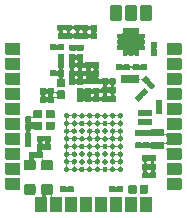
<source format=gts>
G04 #@! TF.GenerationSoftware,KiCad,Pcbnew,(5.0.1-3-g963ef8bb5)*
G04 #@! TF.CreationDate,2019-03-11T11:49:31+01:00*
G04 #@! TF.ProjectId,TLM-v1,544C4D2D76312E6B696361645F706362,1.1*
G04 #@! TF.SameCoordinates,Original*
G04 #@! TF.FileFunction,Soldermask,Top*
G04 #@! TF.FilePolarity,Negative*
%FSLAX46Y46*%
G04 Gerber Fmt 4.6, Leading zero omitted, Abs format (unit mm)*
G04 Created by KiCad (PCBNEW (5.0.1-3-g963ef8bb5)) date 2019 March 11, Monday 11:49:31*
%MOMM*%
%LPD*%
G01*
G04 APERTURE LIST*
%ADD10C,0.100000*%
G04 APERTURE END LIST*
D10*
G36*
X141115944Y-88737002D02*
X141139355Y-88744104D01*
X141160936Y-88755639D01*
X141179844Y-88771156D01*
X141195361Y-88790064D01*
X141206896Y-88811645D01*
X141213998Y-88835056D01*
X141217000Y-88865538D01*
X141217000Y-89904462D01*
X141213998Y-89934944D01*
X141206896Y-89958355D01*
X141195361Y-89979936D01*
X141179844Y-89998844D01*
X141160936Y-90014361D01*
X141139355Y-90025896D01*
X141115944Y-90032998D01*
X141085462Y-90036000D01*
X140346538Y-90036000D01*
X140316056Y-90032998D01*
X140292645Y-90025896D01*
X140271064Y-90014361D01*
X140252156Y-89998844D01*
X140236639Y-89979936D01*
X140225104Y-89958355D01*
X140218002Y-89934944D01*
X140215000Y-89904462D01*
X140215000Y-88865538D01*
X140218002Y-88835056D01*
X140225104Y-88811645D01*
X140236639Y-88790064D01*
X140252156Y-88771156D01*
X140271064Y-88755639D01*
X140292645Y-88744104D01*
X140316056Y-88737002D01*
X140346538Y-88734000D01*
X141085462Y-88734000D01*
X141115944Y-88737002D01*
X141115944Y-88737002D01*
G37*
G36*
X139845944Y-88737002D02*
X139869355Y-88744104D01*
X139890936Y-88755639D01*
X139909844Y-88771156D01*
X139925361Y-88790064D01*
X139936896Y-88811645D01*
X139943998Y-88835056D01*
X139947000Y-88865538D01*
X139947000Y-89904462D01*
X139943998Y-89934944D01*
X139936896Y-89958355D01*
X139925361Y-89979936D01*
X139909844Y-89998844D01*
X139890936Y-90014361D01*
X139869355Y-90025896D01*
X139845944Y-90032998D01*
X139815462Y-90036000D01*
X139076538Y-90036000D01*
X139046056Y-90032998D01*
X139022645Y-90025896D01*
X139001064Y-90014361D01*
X138982156Y-89998844D01*
X138966639Y-89979936D01*
X138955104Y-89958355D01*
X138948002Y-89934944D01*
X138945000Y-89904462D01*
X138945000Y-88865538D01*
X138948002Y-88835056D01*
X138955104Y-88811645D01*
X138966639Y-88790064D01*
X138982156Y-88771156D01*
X139001064Y-88755639D01*
X139022645Y-88744104D01*
X139046056Y-88737002D01*
X139076538Y-88734000D01*
X139815462Y-88734000D01*
X139845944Y-88737002D01*
X139845944Y-88737002D01*
G37*
G36*
X138575944Y-88737002D02*
X138599355Y-88744104D01*
X138620936Y-88755639D01*
X138639844Y-88771156D01*
X138655361Y-88790064D01*
X138666896Y-88811645D01*
X138673998Y-88835056D01*
X138677000Y-88865538D01*
X138677000Y-89904462D01*
X138673998Y-89934944D01*
X138666896Y-89958355D01*
X138655361Y-89979936D01*
X138639844Y-89998844D01*
X138620936Y-90014361D01*
X138599355Y-90025896D01*
X138575944Y-90032998D01*
X138545462Y-90036000D01*
X137806538Y-90036000D01*
X137776056Y-90032998D01*
X137752645Y-90025896D01*
X137731064Y-90014361D01*
X137712156Y-89998844D01*
X137696639Y-89979936D01*
X137685104Y-89958355D01*
X137678002Y-89934944D01*
X137675000Y-89904462D01*
X137675000Y-88865538D01*
X137678002Y-88835056D01*
X137685104Y-88811645D01*
X137696639Y-88790064D01*
X137712156Y-88771156D01*
X137731064Y-88755639D01*
X137752645Y-88744104D01*
X137776056Y-88737002D01*
X137806538Y-88734000D01*
X138545462Y-88734000D01*
X138575944Y-88737002D01*
X138575944Y-88737002D01*
G37*
G36*
X137305944Y-88737002D02*
X137329355Y-88744104D01*
X137350936Y-88755639D01*
X137369844Y-88771156D01*
X137385361Y-88790064D01*
X137396896Y-88811645D01*
X137403998Y-88835056D01*
X137407000Y-88865538D01*
X137407000Y-89904462D01*
X137403998Y-89934944D01*
X137396896Y-89958355D01*
X137385361Y-89979936D01*
X137369844Y-89998844D01*
X137350936Y-90014361D01*
X137329355Y-90025896D01*
X137305944Y-90032998D01*
X137275462Y-90036000D01*
X136536538Y-90036000D01*
X136506056Y-90032998D01*
X136482645Y-90025896D01*
X136461064Y-90014361D01*
X136442156Y-89998844D01*
X136426639Y-89979936D01*
X136415104Y-89958355D01*
X136408002Y-89934944D01*
X136405000Y-89904462D01*
X136405000Y-88865538D01*
X136408002Y-88835056D01*
X136415104Y-88811645D01*
X136426639Y-88790064D01*
X136442156Y-88771156D01*
X136461064Y-88755639D01*
X136482645Y-88744104D01*
X136506056Y-88737002D01*
X136536538Y-88734000D01*
X137275462Y-88734000D01*
X137305944Y-88737002D01*
X137305944Y-88737002D01*
G37*
G36*
X136035944Y-88737002D02*
X136059355Y-88744104D01*
X136080936Y-88755639D01*
X136099844Y-88771156D01*
X136115361Y-88790064D01*
X136126896Y-88811645D01*
X136133998Y-88835056D01*
X136137000Y-88865538D01*
X136137000Y-89904462D01*
X136133998Y-89934944D01*
X136126896Y-89958355D01*
X136115361Y-89979936D01*
X136099844Y-89998844D01*
X136080936Y-90014361D01*
X136059355Y-90025896D01*
X136035944Y-90032998D01*
X136005462Y-90036000D01*
X135266538Y-90036000D01*
X135236056Y-90032998D01*
X135212645Y-90025896D01*
X135191064Y-90014361D01*
X135172156Y-89998844D01*
X135156639Y-89979936D01*
X135145104Y-89958355D01*
X135138002Y-89934944D01*
X135135000Y-89904462D01*
X135135000Y-88865538D01*
X135138002Y-88835056D01*
X135145104Y-88811645D01*
X135156639Y-88790064D01*
X135172156Y-88771156D01*
X135191064Y-88755639D01*
X135212645Y-88744104D01*
X135236056Y-88737002D01*
X135266538Y-88734000D01*
X136005462Y-88734000D01*
X136035944Y-88737002D01*
X136035944Y-88737002D01*
G37*
G36*
X134765944Y-88737002D02*
X134789355Y-88744104D01*
X134810936Y-88755639D01*
X134829844Y-88771156D01*
X134845361Y-88790064D01*
X134856896Y-88811645D01*
X134863998Y-88835056D01*
X134867000Y-88865538D01*
X134867000Y-89904462D01*
X134863998Y-89934944D01*
X134856896Y-89958355D01*
X134845361Y-89979936D01*
X134829844Y-89998844D01*
X134810936Y-90014361D01*
X134789355Y-90025896D01*
X134765944Y-90032998D01*
X134735462Y-90036000D01*
X133996538Y-90036000D01*
X133966056Y-90032998D01*
X133942645Y-90025896D01*
X133921064Y-90014361D01*
X133902156Y-89998844D01*
X133886639Y-89979936D01*
X133875104Y-89958355D01*
X133868002Y-89934944D01*
X133865000Y-89904462D01*
X133865000Y-88865538D01*
X133868002Y-88835056D01*
X133875104Y-88811645D01*
X133886639Y-88790064D01*
X133902156Y-88771156D01*
X133921064Y-88755639D01*
X133942645Y-88744104D01*
X133966056Y-88737002D01*
X133996538Y-88734000D01*
X134735462Y-88734000D01*
X134765944Y-88737002D01*
X134765944Y-88737002D01*
G37*
G36*
X132694683Y-87652724D02*
X132725144Y-87661965D01*
X132753223Y-87676974D01*
X132777831Y-87697168D01*
X132798025Y-87721776D01*
X132813034Y-87749855D01*
X132822275Y-87780316D01*
X132826000Y-87818139D01*
X132826000Y-88381859D01*
X132822275Y-88419682D01*
X132813034Y-88450143D01*
X132798025Y-88478222D01*
X132777830Y-88502831D01*
X132766202Y-88512374D01*
X132748875Y-88529701D01*
X132735261Y-88550075D01*
X132725884Y-88572714D01*
X132721103Y-88596748D01*
X132721103Y-88621252D01*
X132725883Y-88645285D01*
X132735261Y-88667924D01*
X132748875Y-88688299D01*
X132766202Y-88705626D01*
X132786576Y-88719240D01*
X132809215Y-88728617D01*
X132833249Y-88733398D01*
X132845501Y-88734000D01*
X133465462Y-88734000D01*
X133495944Y-88737002D01*
X133519355Y-88744104D01*
X133540936Y-88755639D01*
X133559844Y-88771156D01*
X133575361Y-88790064D01*
X133586896Y-88811645D01*
X133593998Y-88835056D01*
X133597000Y-88865538D01*
X133597000Y-89904462D01*
X133593998Y-89934944D01*
X133586896Y-89958355D01*
X133575361Y-89979936D01*
X133559844Y-89998844D01*
X133540936Y-90014361D01*
X133519355Y-90025896D01*
X133495944Y-90032998D01*
X133465462Y-90036000D01*
X132726538Y-90036000D01*
X132696056Y-90032998D01*
X132672645Y-90025896D01*
X132651064Y-90014361D01*
X132632156Y-89998844D01*
X132616639Y-89979936D01*
X132605104Y-89958355D01*
X132598002Y-89934944D01*
X132595000Y-89904462D01*
X132595000Y-88865538D01*
X132598002Y-88835056D01*
X132605104Y-88811645D01*
X132616639Y-88790064D01*
X132633624Y-88769367D01*
X132647691Y-88755301D01*
X132661305Y-88734927D01*
X132670683Y-88712288D01*
X132675465Y-88688255D01*
X132675465Y-88663751D01*
X132670686Y-88639717D01*
X132661309Y-88617078D01*
X132647696Y-88596703D01*
X132630369Y-88579375D01*
X132609995Y-88565761D01*
X132587356Y-88556383D01*
X132563323Y-88551601D01*
X132551067Y-88550999D01*
X132370933Y-88550999D01*
X132346547Y-88553401D01*
X132323098Y-88560514D01*
X132301487Y-88572065D01*
X132282545Y-88587611D01*
X132266999Y-88606553D01*
X132255448Y-88628164D01*
X132248335Y-88651613D01*
X132245933Y-88675999D01*
X132248335Y-88700385D01*
X132255448Y-88723834D01*
X132266999Y-88745445D01*
X132282545Y-88764387D01*
X132289353Y-88770558D01*
X132305361Y-88790064D01*
X132316896Y-88811645D01*
X132323998Y-88835056D01*
X132327000Y-88865538D01*
X132327000Y-89904462D01*
X132323998Y-89934944D01*
X132316896Y-89958355D01*
X132305361Y-89979936D01*
X132289844Y-89998844D01*
X132270936Y-90014361D01*
X132249355Y-90025896D01*
X132225944Y-90032998D01*
X132195462Y-90036000D01*
X131456538Y-90036000D01*
X131426056Y-90032998D01*
X131402645Y-90025896D01*
X131381064Y-90014361D01*
X131362156Y-89998844D01*
X131346639Y-89979936D01*
X131335104Y-89958355D01*
X131328002Y-89934944D01*
X131325000Y-89904462D01*
X131325000Y-88865538D01*
X131328002Y-88835056D01*
X131335104Y-88811645D01*
X131346639Y-88790064D01*
X131362155Y-88771157D01*
X131378028Y-88758131D01*
X131392219Y-88743941D01*
X131394903Y-88743941D01*
X131418938Y-88739161D01*
X131426055Y-88737002D01*
X131456538Y-88734000D01*
X131804499Y-88734000D01*
X131828885Y-88731598D01*
X131852334Y-88724485D01*
X131873945Y-88712934D01*
X131892887Y-88697388D01*
X131908433Y-88678446D01*
X131919984Y-88656835D01*
X131927097Y-88633386D01*
X131929499Y-88609000D01*
X131927097Y-88584614D01*
X131919984Y-88561165D01*
X131908433Y-88539554D01*
X131892887Y-88520612D01*
X131883798Y-88512374D01*
X131872170Y-88502831D01*
X131851975Y-88478222D01*
X131836966Y-88450143D01*
X131827725Y-88419682D01*
X131824000Y-88381859D01*
X131824000Y-87818139D01*
X131827725Y-87780316D01*
X131836966Y-87749855D01*
X131851975Y-87721776D01*
X131872169Y-87697168D01*
X131896777Y-87676974D01*
X131924856Y-87661965D01*
X131955317Y-87652724D01*
X131993140Y-87648999D01*
X132656860Y-87648999D01*
X132694683Y-87652724D01*
X132694683Y-87652724D01*
G37*
G36*
X131244683Y-87652724D02*
X131275144Y-87661965D01*
X131303223Y-87676974D01*
X131327831Y-87697168D01*
X131348025Y-87721776D01*
X131363034Y-87749855D01*
X131372275Y-87780316D01*
X131376000Y-87818139D01*
X131376000Y-88381859D01*
X131372275Y-88419682D01*
X131363034Y-88450143D01*
X131348025Y-88478222D01*
X131327832Y-88502829D01*
X131303356Y-88522915D01*
X131289165Y-88537105D01*
X131286481Y-88537105D01*
X131262447Y-88541885D01*
X131244682Y-88547274D01*
X131206860Y-88550999D01*
X130543140Y-88550999D01*
X130505317Y-88547274D01*
X130474856Y-88538033D01*
X130446777Y-88523024D01*
X130422169Y-88502830D01*
X130401975Y-88478222D01*
X130386966Y-88450143D01*
X130377725Y-88419682D01*
X130374000Y-88381859D01*
X130374000Y-87818139D01*
X130377725Y-87780316D01*
X130386966Y-87749855D01*
X130401975Y-87721776D01*
X130422169Y-87697168D01*
X130446777Y-87676974D01*
X130474856Y-87661965D01*
X130505317Y-87652724D01*
X130543140Y-87648999D01*
X131206860Y-87648999D01*
X131244683Y-87652724D01*
X131244683Y-87652724D01*
G37*
G36*
X139827538Y-87731716D02*
X139848156Y-87737970D01*
X139867156Y-87748126D01*
X139883808Y-87761792D01*
X139897474Y-87778444D01*
X139907630Y-87797444D01*
X139913884Y-87818062D01*
X139916600Y-87845640D01*
X139916600Y-88354360D01*
X139913884Y-88381938D01*
X139907630Y-88402556D01*
X139897474Y-88421556D01*
X139883808Y-88438208D01*
X139867156Y-88451874D01*
X139848156Y-88462030D01*
X139827538Y-88468284D01*
X139799960Y-88471000D01*
X139341240Y-88471000D01*
X139313662Y-88468284D01*
X139293044Y-88462030D01*
X139274044Y-88451874D01*
X139257392Y-88438208D01*
X139243726Y-88421556D01*
X139233570Y-88402556D01*
X139227316Y-88381938D01*
X139224600Y-88354360D01*
X139224600Y-87845640D01*
X139227316Y-87818062D01*
X139233570Y-87797444D01*
X139243726Y-87778444D01*
X139257392Y-87761792D01*
X139274044Y-87748126D01*
X139293044Y-87737970D01*
X139313662Y-87731716D01*
X139341240Y-87729000D01*
X139799960Y-87729000D01*
X139827538Y-87731716D01*
X139827538Y-87731716D01*
G37*
G36*
X140797538Y-87731716D02*
X140818156Y-87737970D01*
X140837156Y-87748126D01*
X140853808Y-87761792D01*
X140867474Y-87778444D01*
X140877630Y-87797444D01*
X140883884Y-87818062D01*
X140886600Y-87845640D01*
X140886600Y-88354360D01*
X140883884Y-88381938D01*
X140877630Y-88402556D01*
X140867474Y-88421556D01*
X140853808Y-88438208D01*
X140837156Y-88451874D01*
X140818156Y-88462030D01*
X140797538Y-88468284D01*
X140769960Y-88471000D01*
X140311240Y-88471000D01*
X140283662Y-88468284D01*
X140263044Y-88462030D01*
X140244044Y-88451874D01*
X140227392Y-88438208D01*
X140213726Y-88421556D01*
X140203570Y-88402556D01*
X140197316Y-88381938D01*
X140194600Y-88354360D01*
X140194600Y-87845640D01*
X140197316Y-87818062D01*
X140203570Y-87797444D01*
X140213726Y-87778444D01*
X140227392Y-87761792D01*
X140244044Y-87748126D01*
X140263044Y-87737970D01*
X140283662Y-87731716D01*
X140311240Y-87729000D01*
X140769960Y-87729000D01*
X140797538Y-87731716D01*
X140797538Y-87731716D01*
G37*
G36*
X133910170Y-87850803D02*
X133921875Y-87854354D01*
X133941076Y-87864617D01*
X133963715Y-87873994D01*
X133987749Y-87878774D01*
X134012253Y-87878774D01*
X134036286Y-87873993D01*
X134058924Y-87864617D01*
X134078125Y-87854354D01*
X134089830Y-87850803D01*
X134108138Y-87849000D01*
X134531862Y-87849000D01*
X134550170Y-87850803D01*
X134561879Y-87854355D01*
X134572662Y-87860119D01*
X134582120Y-87867880D01*
X134589881Y-87877338D01*
X134595645Y-87888121D01*
X134599197Y-87899830D01*
X134601000Y-87918138D01*
X134601000Y-88281862D01*
X134599197Y-88300170D01*
X134595645Y-88311879D01*
X134589881Y-88322662D01*
X134582120Y-88332120D01*
X134572662Y-88339881D01*
X134561879Y-88345645D01*
X134550170Y-88349197D01*
X134531862Y-88351000D01*
X134108138Y-88351000D01*
X134089830Y-88349197D01*
X134078125Y-88345646D01*
X134058924Y-88335383D01*
X134036285Y-88326006D01*
X134012251Y-88321226D01*
X133987747Y-88321226D01*
X133963714Y-88326007D01*
X133941076Y-88335383D01*
X133921875Y-88345646D01*
X133910170Y-88349197D01*
X133891862Y-88351000D01*
X133468138Y-88351000D01*
X133449830Y-88349197D01*
X133438121Y-88345645D01*
X133427338Y-88339881D01*
X133417880Y-88332120D01*
X133410119Y-88322662D01*
X133404355Y-88311879D01*
X133400803Y-88300170D01*
X133399000Y-88281862D01*
X133399000Y-87918138D01*
X133400803Y-87899830D01*
X133404355Y-87888121D01*
X133410119Y-87877338D01*
X133417880Y-87867880D01*
X133427338Y-87860119D01*
X133438121Y-87854355D01*
X133449830Y-87850803D01*
X133468138Y-87849000D01*
X133891862Y-87849000D01*
X133910170Y-87850803D01*
X133910170Y-87850803D01*
G37*
G36*
X138086170Y-87838003D02*
X138097875Y-87841554D01*
X138117076Y-87851817D01*
X138139715Y-87861194D01*
X138163749Y-87865974D01*
X138188253Y-87865974D01*
X138212286Y-87861193D01*
X138234924Y-87851817D01*
X138254125Y-87841554D01*
X138265830Y-87838003D01*
X138284138Y-87836200D01*
X138707862Y-87836200D01*
X138726170Y-87838003D01*
X138737879Y-87841555D01*
X138748662Y-87847319D01*
X138758120Y-87855080D01*
X138765881Y-87864538D01*
X138771645Y-87875321D01*
X138775197Y-87887030D01*
X138777000Y-87905338D01*
X138777000Y-88269062D01*
X138775197Y-88287370D01*
X138771645Y-88299079D01*
X138765881Y-88309862D01*
X138758120Y-88319320D01*
X138748662Y-88327081D01*
X138737879Y-88332845D01*
X138726170Y-88336397D01*
X138707862Y-88338200D01*
X138284138Y-88338200D01*
X138265830Y-88336397D01*
X138254125Y-88332846D01*
X138234924Y-88322583D01*
X138212285Y-88313206D01*
X138188251Y-88308426D01*
X138163747Y-88308426D01*
X138139714Y-88313207D01*
X138117076Y-88322583D01*
X138097875Y-88332846D01*
X138086170Y-88336397D01*
X138067862Y-88338200D01*
X137644138Y-88338200D01*
X137625830Y-88336397D01*
X137614121Y-88332845D01*
X137603338Y-88327081D01*
X137593880Y-88319320D01*
X137586119Y-88309862D01*
X137580355Y-88299079D01*
X137576803Y-88287370D01*
X137575000Y-88269062D01*
X137575000Y-87905338D01*
X137576803Y-87887030D01*
X137580355Y-87875321D01*
X137586119Y-87864538D01*
X137593880Y-87855080D01*
X137603338Y-87847319D01*
X137614121Y-87841555D01*
X137625830Y-87838003D01*
X137644138Y-87836200D01*
X138067862Y-87836200D01*
X138086170Y-87838003D01*
X138086170Y-87838003D01*
G37*
G36*
X143655944Y-87132002D02*
X143679355Y-87139104D01*
X143700936Y-87150639D01*
X143719844Y-87166156D01*
X143735361Y-87185064D01*
X143746896Y-87206645D01*
X143753998Y-87230056D01*
X143757000Y-87260538D01*
X143757000Y-87999462D01*
X143753998Y-88029944D01*
X143746896Y-88053355D01*
X143735361Y-88074936D01*
X143719844Y-88093844D01*
X143700936Y-88109361D01*
X143679355Y-88120896D01*
X143655944Y-88127998D01*
X143625462Y-88131000D01*
X142586538Y-88131000D01*
X142556056Y-88127998D01*
X142532645Y-88120896D01*
X142511064Y-88109361D01*
X142492156Y-88093844D01*
X142476639Y-88074936D01*
X142465104Y-88053355D01*
X142458002Y-88029944D01*
X142455000Y-87999462D01*
X142455000Y-87260538D01*
X142458002Y-87230056D01*
X142465104Y-87206645D01*
X142476639Y-87185064D01*
X142492156Y-87166156D01*
X142511064Y-87150639D01*
X142532645Y-87139104D01*
X142556056Y-87132002D01*
X142586538Y-87129000D01*
X143625462Y-87129000D01*
X143655944Y-87132002D01*
X143655944Y-87132002D01*
G37*
G36*
X129985944Y-87132002D02*
X130009355Y-87139104D01*
X130030936Y-87150639D01*
X130049844Y-87166156D01*
X130065361Y-87185064D01*
X130076896Y-87206645D01*
X130083998Y-87230056D01*
X130087000Y-87260538D01*
X130087000Y-87999462D01*
X130083998Y-88029944D01*
X130076896Y-88053355D01*
X130065361Y-88074936D01*
X130049844Y-88093844D01*
X130030936Y-88109361D01*
X130009355Y-88120896D01*
X129985944Y-88127998D01*
X129955462Y-88131000D01*
X128916538Y-88131000D01*
X128886056Y-88127998D01*
X128862645Y-88120896D01*
X128841064Y-88109361D01*
X128822156Y-88093844D01*
X128806639Y-88074936D01*
X128795104Y-88053355D01*
X128788002Y-88029944D01*
X128785000Y-87999462D01*
X128785000Y-87260538D01*
X128788002Y-87230056D01*
X128795104Y-87206645D01*
X128806639Y-87185064D01*
X128822156Y-87166156D01*
X128841064Y-87150639D01*
X128862645Y-87139104D01*
X128886056Y-87132002D01*
X128916538Y-87129000D01*
X129955462Y-87129000D01*
X129985944Y-87132002D01*
X129985944Y-87132002D01*
G37*
G36*
X140870170Y-85200803D02*
X140881875Y-85204354D01*
X140901076Y-85214617D01*
X140923715Y-85223994D01*
X140947749Y-85228774D01*
X140972253Y-85228774D01*
X140996286Y-85223993D01*
X141018924Y-85214617D01*
X141038125Y-85204354D01*
X141049830Y-85200803D01*
X141068138Y-85199000D01*
X141491862Y-85199000D01*
X141510170Y-85200803D01*
X141521879Y-85204355D01*
X141532662Y-85210119D01*
X141542120Y-85217880D01*
X141549881Y-85227338D01*
X141555645Y-85238121D01*
X141559197Y-85249830D01*
X141561000Y-85268138D01*
X141561000Y-85631862D01*
X141559197Y-85650170D01*
X141555645Y-85661879D01*
X141549881Y-85672662D01*
X141542120Y-85682120D01*
X141532662Y-85689881D01*
X141521879Y-85695645D01*
X141510170Y-85699197D01*
X141503406Y-85699863D01*
X141479372Y-85704642D01*
X141456733Y-85714019D01*
X141436358Y-85727632D01*
X141419030Y-85744959D01*
X141405416Y-85765333D01*
X141396038Y-85787972D01*
X141391256Y-85812005D01*
X141391256Y-85836509D01*
X141396035Y-85860543D01*
X141405412Y-85883182D01*
X141419025Y-85903557D01*
X141436352Y-85920885D01*
X141456726Y-85934499D01*
X141479365Y-85943877D01*
X141503402Y-85948659D01*
X141525170Y-85950803D01*
X141536879Y-85954355D01*
X141547662Y-85960119D01*
X141557120Y-85967880D01*
X141564881Y-85977338D01*
X141570645Y-85988121D01*
X141574197Y-85999830D01*
X141576000Y-86018138D01*
X141576000Y-86381862D01*
X141574197Y-86400170D01*
X141570645Y-86411879D01*
X141564881Y-86422662D01*
X141557120Y-86432120D01*
X141547662Y-86439881D01*
X141528482Y-86450133D01*
X141523341Y-86452263D01*
X141502967Y-86465878D01*
X141485641Y-86483206D01*
X141472028Y-86503581D01*
X141462652Y-86526221D01*
X141457872Y-86550254D01*
X141457874Y-86574759D01*
X141462655Y-86598792D01*
X141472034Y-86621430D01*
X141485649Y-86641804D01*
X141502977Y-86659130D01*
X141523352Y-86672743D01*
X141528491Y-86674872D01*
X141547662Y-86685119D01*
X141557120Y-86692880D01*
X141564881Y-86702338D01*
X141570645Y-86713121D01*
X141574197Y-86724830D01*
X141576000Y-86743138D01*
X141576000Y-87106862D01*
X141574197Y-87125170D01*
X141570645Y-87136879D01*
X141564881Y-87147662D01*
X141557120Y-87157120D01*
X141547662Y-87164881D01*
X141536879Y-87170645D01*
X141525170Y-87174197D01*
X141506862Y-87176000D01*
X141083138Y-87176000D01*
X141064830Y-87174197D01*
X141053125Y-87170646D01*
X141033924Y-87160383D01*
X141011285Y-87151006D01*
X140987251Y-87146226D01*
X140962747Y-87146226D01*
X140938714Y-87151007D01*
X140916076Y-87160383D01*
X140896875Y-87170646D01*
X140885170Y-87174197D01*
X140866862Y-87176000D01*
X140443138Y-87176000D01*
X140424830Y-87174197D01*
X140413121Y-87170645D01*
X140402338Y-87164881D01*
X140392880Y-87157120D01*
X140385119Y-87147662D01*
X140379355Y-87136879D01*
X140375803Y-87125170D01*
X140374000Y-87106862D01*
X140374000Y-86743138D01*
X140375803Y-86724830D01*
X140379355Y-86713121D01*
X140385119Y-86702338D01*
X140392880Y-86692880D01*
X140402338Y-86685119D01*
X140421518Y-86674867D01*
X140426659Y-86672737D01*
X140447033Y-86659122D01*
X140464359Y-86641794D01*
X140477972Y-86621419D01*
X140487348Y-86598779D01*
X140492128Y-86574746D01*
X140492127Y-86550254D01*
X140817872Y-86550254D01*
X140817874Y-86574759D01*
X140822655Y-86598792D01*
X140832034Y-86621430D01*
X140845649Y-86641804D01*
X140862977Y-86659130D01*
X140883352Y-86672743D01*
X140888483Y-86674868D01*
X140916076Y-86689617D01*
X140938715Y-86698994D01*
X140962749Y-86703774D01*
X140987253Y-86703774D01*
X141011286Y-86698993D01*
X141033924Y-86689617D01*
X141061526Y-86674863D01*
X141066659Y-86672737D01*
X141087033Y-86659122D01*
X141104359Y-86641794D01*
X141117972Y-86621419D01*
X141127348Y-86598779D01*
X141132128Y-86574746D01*
X141132126Y-86550241D01*
X141127345Y-86526208D01*
X141117966Y-86503570D01*
X141104351Y-86483196D01*
X141087023Y-86465870D01*
X141066648Y-86452257D01*
X141061517Y-86450132D01*
X141033924Y-86435383D01*
X141011285Y-86426006D01*
X140987251Y-86421226D01*
X140962747Y-86421226D01*
X140938714Y-86426007D01*
X140916076Y-86435383D01*
X140888474Y-86450137D01*
X140883341Y-86452263D01*
X140862967Y-86465878D01*
X140845641Y-86483206D01*
X140832028Y-86503581D01*
X140822652Y-86526221D01*
X140817872Y-86550254D01*
X140492127Y-86550254D01*
X140492126Y-86550241D01*
X140487345Y-86526208D01*
X140477966Y-86503570D01*
X140464351Y-86483196D01*
X140447023Y-86465870D01*
X140426648Y-86452257D01*
X140421509Y-86450128D01*
X140402338Y-86439881D01*
X140392880Y-86432120D01*
X140385119Y-86422662D01*
X140379355Y-86411879D01*
X140375803Y-86400170D01*
X140374000Y-86381862D01*
X140374000Y-86018138D01*
X140375803Y-85999830D01*
X140379355Y-85988121D01*
X140385119Y-85977338D01*
X140392880Y-85967880D01*
X140402338Y-85960119D01*
X140413121Y-85954355D01*
X140424830Y-85950803D01*
X140431594Y-85950137D01*
X140455628Y-85945358D01*
X140478267Y-85935981D01*
X140498642Y-85922368D01*
X140515970Y-85905041D01*
X140529584Y-85884667D01*
X140538962Y-85862028D01*
X140543744Y-85837995D01*
X140543744Y-85813491D01*
X140543449Y-85812005D01*
X140751256Y-85812005D01*
X140751256Y-85836509D01*
X140756035Y-85860543D01*
X140765412Y-85883182D01*
X140779025Y-85903557D01*
X140796352Y-85920885D01*
X140816726Y-85934499D01*
X140839365Y-85943877D01*
X140863402Y-85948659D01*
X140885170Y-85950803D01*
X140896875Y-85954354D01*
X140916076Y-85964617D01*
X140938715Y-85973994D01*
X140962749Y-85978774D01*
X140987253Y-85978774D01*
X141011286Y-85973993D01*
X141033924Y-85964617D01*
X141053125Y-85954354D01*
X141064830Y-85950803D01*
X141071594Y-85950137D01*
X141095628Y-85945358D01*
X141118267Y-85935981D01*
X141138642Y-85922368D01*
X141155970Y-85905041D01*
X141169584Y-85884667D01*
X141178962Y-85862028D01*
X141183744Y-85837995D01*
X141183744Y-85813491D01*
X141178965Y-85789457D01*
X141169588Y-85766818D01*
X141155975Y-85746443D01*
X141138648Y-85729115D01*
X141118274Y-85715501D01*
X141095635Y-85706123D01*
X141071598Y-85701341D01*
X141049830Y-85699197D01*
X141038125Y-85695646D01*
X141018924Y-85685383D01*
X140996285Y-85676006D01*
X140972251Y-85671226D01*
X140947747Y-85671226D01*
X140923714Y-85676007D01*
X140901076Y-85685383D01*
X140881875Y-85695646D01*
X140870170Y-85699197D01*
X140863406Y-85699863D01*
X140839372Y-85704642D01*
X140816733Y-85714019D01*
X140796358Y-85727632D01*
X140779030Y-85744959D01*
X140765416Y-85765333D01*
X140756038Y-85787972D01*
X140751256Y-85812005D01*
X140543449Y-85812005D01*
X140538965Y-85789457D01*
X140529588Y-85766818D01*
X140515975Y-85746443D01*
X140498648Y-85729115D01*
X140478274Y-85715501D01*
X140455635Y-85706123D01*
X140431598Y-85701341D01*
X140409830Y-85699197D01*
X140398121Y-85695645D01*
X140387338Y-85689881D01*
X140377880Y-85682120D01*
X140370119Y-85672662D01*
X140364355Y-85661879D01*
X140360803Y-85650170D01*
X140359000Y-85631862D01*
X140359000Y-85268138D01*
X140360803Y-85249830D01*
X140364355Y-85238121D01*
X140370119Y-85227338D01*
X140377880Y-85217880D01*
X140387338Y-85210119D01*
X140398121Y-85204355D01*
X140409830Y-85200803D01*
X140428138Y-85199000D01*
X140851862Y-85199000D01*
X140870170Y-85200803D01*
X140870170Y-85200803D01*
G37*
G36*
X143655944Y-85862002D02*
X143679355Y-85869104D01*
X143700936Y-85880639D01*
X143719844Y-85896156D01*
X143735361Y-85915064D01*
X143746896Y-85936645D01*
X143753998Y-85960056D01*
X143757000Y-85990538D01*
X143757000Y-86729462D01*
X143753998Y-86759944D01*
X143746896Y-86783355D01*
X143735361Y-86804936D01*
X143719844Y-86823844D01*
X143700936Y-86839361D01*
X143679355Y-86850896D01*
X143655944Y-86857998D01*
X143625462Y-86861000D01*
X142586538Y-86861000D01*
X142556056Y-86857998D01*
X142532645Y-86850896D01*
X142511064Y-86839361D01*
X142492156Y-86823844D01*
X142476639Y-86804936D01*
X142465104Y-86783355D01*
X142458002Y-86759944D01*
X142455000Y-86729462D01*
X142455000Y-85990538D01*
X142458002Y-85960056D01*
X142465104Y-85936645D01*
X142476639Y-85915064D01*
X142492156Y-85896156D01*
X142511064Y-85880639D01*
X142532645Y-85869104D01*
X142556056Y-85862002D01*
X142586538Y-85859000D01*
X143625462Y-85859000D01*
X143655944Y-85862002D01*
X143655944Y-85862002D01*
G37*
G36*
X129985944Y-85862002D02*
X130009355Y-85869104D01*
X130030936Y-85880639D01*
X130049844Y-85896156D01*
X130065361Y-85915064D01*
X130076896Y-85936645D01*
X130083998Y-85960056D01*
X130087000Y-85990538D01*
X130087000Y-86729462D01*
X130083998Y-86759944D01*
X130076896Y-86783355D01*
X130065361Y-86804936D01*
X130049844Y-86823844D01*
X130030936Y-86839361D01*
X130009355Y-86850896D01*
X129985944Y-86857998D01*
X129955462Y-86861000D01*
X128916538Y-86861000D01*
X128886056Y-86857998D01*
X128862645Y-86850896D01*
X128841064Y-86839361D01*
X128822156Y-86823844D01*
X128806639Y-86804936D01*
X128795104Y-86783355D01*
X128788002Y-86759944D01*
X128785000Y-86729462D01*
X128785000Y-85990538D01*
X128788002Y-85960056D01*
X128795104Y-85936645D01*
X128806639Y-85915064D01*
X128822156Y-85896156D01*
X128841064Y-85880639D01*
X128862645Y-85869104D01*
X128886056Y-85862002D01*
X128916538Y-85859000D01*
X129955462Y-85859000D01*
X129985944Y-85862002D01*
X129985944Y-85862002D01*
G37*
G36*
X134061922Y-81645185D02*
X134103051Y-81662221D01*
X134140067Y-81686954D01*
X134171546Y-81718433D01*
X134196279Y-81755449D01*
X134202677Y-81770896D01*
X134205515Y-81777748D01*
X134217066Y-81799359D01*
X134232611Y-81818301D01*
X134251553Y-81833846D01*
X134273164Y-81845398D01*
X134296613Y-81852511D01*
X134320999Y-81854913D01*
X134345386Y-81852511D01*
X134368835Y-81845398D01*
X134390446Y-81833847D01*
X134409388Y-81818302D01*
X134424933Y-81799360D01*
X134436485Y-81777748D01*
X134439323Y-81770896D01*
X134445721Y-81755449D01*
X134470454Y-81718433D01*
X134501933Y-81686954D01*
X134538949Y-81662221D01*
X134580078Y-81645185D01*
X134623741Y-81636500D01*
X134668259Y-81636500D01*
X134711922Y-81645185D01*
X134753051Y-81662221D01*
X134790067Y-81686954D01*
X134821546Y-81718433D01*
X134846279Y-81755449D01*
X134852677Y-81770896D01*
X134855515Y-81777748D01*
X134867066Y-81799359D01*
X134882611Y-81818301D01*
X134901553Y-81833846D01*
X134923164Y-81845398D01*
X134946613Y-81852511D01*
X134970999Y-81854913D01*
X134995386Y-81852511D01*
X135018835Y-81845398D01*
X135040446Y-81833847D01*
X135059388Y-81818302D01*
X135074933Y-81799360D01*
X135086485Y-81777748D01*
X135089323Y-81770896D01*
X135095721Y-81755449D01*
X135120454Y-81718433D01*
X135151933Y-81686954D01*
X135188949Y-81662221D01*
X135230078Y-81645185D01*
X135273741Y-81636500D01*
X135318259Y-81636500D01*
X135361922Y-81645185D01*
X135403051Y-81662221D01*
X135440067Y-81686954D01*
X135471546Y-81718433D01*
X135496279Y-81755449D01*
X135502677Y-81770896D01*
X135505515Y-81777748D01*
X135517066Y-81799359D01*
X135532611Y-81818301D01*
X135551553Y-81833846D01*
X135573164Y-81845398D01*
X135596613Y-81852511D01*
X135620999Y-81854913D01*
X135645386Y-81852511D01*
X135668835Y-81845398D01*
X135690446Y-81833847D01*
X135709388Y-81818302D01*
X135724933Y-81799360D01*
X135736485Y-81777748D01*
X135739323Y-81770896D01*
X135745721Y-81755449D01*
X135770454Y-81718433D01*
X135801933Y-81686954D01*
X135838949Y-81662221D01*
X135880078Y-81645185D01*
X135923741Y-81636500D01*
X135968259Y-81636500D01*
X136011922Y-81645185D01*
X136053051Y-81662221D01*
X136090067Y-81686954D01*
X136121546Y-81718433D01*
X136146279Y-81755449D01*
X136152677Y-81770896D01*
X136155515Y-81777748D01*
X136167066Y-81799359D01*
X136182611Y-81818301D01*
X136201553Y-81833846D01*
X136223164Y-81845398D01*
X136246613Y-81852511D01*
X136270999Y-81854913D01*
X136295386Y-81852511D01*
X136318835Y-81845398D01*
X136340446Y-81833847D01*
X136359388Y-81818302D01*
X136374933Y-81799360D01*
X136386485Y-81777748D01*
X136389323Y-81770896D01*
X136395721Y-81755449D01*
X136420454Y-81718433D01*
X136451933Y-81686954D01*
X136488949Y-81662221D01*
X136530078Y-81645185D01*
X136573741Y-81636500D01*
X136618259Y-81636500D01*
X136661922Y-81645185D01*
X136703051Y-81662221D01*
X136740067Y-81686954D01*
X136771546Y-81718433D01*
X136796279Y-81755449D01*
X136802677Y-81770896D01*
X136805515Y-81777748D01*
X136817066Y-81799359D01*
X136832611Y-81818301D01*
X136851553Y-81833846D01*
X136873164Y-81845398D01*
X136896613Y-81852511D01*
X136920999Y-81854913D01*
X136945386Y-81852511D01*
X136968835Y-81845398D01*
X136990446Y-81833847D01*
X137009388Y-81818302D01*
X137024933Y-81799360D01*
X137036485Y-81777748D01*
X137039323Y-81770896D01*
X137045721Y-81755449D01*
X137070454Y-81718433D01*
X137101933Y-81686954D01*
X137138949Y-81662221D01*
X137180078Y-81645185D01*
X137223741Y-81636500D01*
X137268259Y-81636500D01*
X137311922Y-81645185D01*
X137353051Y-81662221D01*
X137390067Y-81686954D01*
X137421546Y-81718433D01*
X137446279Y-81755449D01*
X137452677Y-81770896D01*
X137455515Y-81777748D01*
X137467066Y-81799359D01*
X137482611Y-81818301D01*
X137501553Y-81833846D01*
X137523164Y-81845398D01*
X137546613Y-81852511D01*
X137570999Y-81854913D01*
X137595386Y-81852511D01*
X137618835Y-81845398D01*
X137640446Y-81833847D01*
X137659388Y-81818302D01*
X137674933Y-81799360D01*
X137686485Y-81777748D01*
X137689323Y-81770896D01*
X137695721Y-81755449D01*
X137720454Y-81718433D01*
X137751933Y-81686954D01*
X137788949Y-81662221D01*
X137830078Y-81645185D01*
X137873741Y-81636500D01*
X137918259Y-81636500D01*
X137961922Y-81645185D01*
X138003051Y-81662221D01*
X138040067Y-81686954D01*
X138071546Y-81718433D01*
X138096279Y-81755449D01*
X138102677Y-81770896D01*
X138105515Y-81777748D01*
X138117066Y-81799359D01*
X138132611Y-81818301D01*
X138151553Y-81833846D01*
X138173164Y-81845398D01*
X138196613Y-81852511D01*
X138220999Y-81854913D01*
X138245386Y-81852511D01*
X138268835Y-81845398D01*
X138290446Y-81833847D01*
X138309388Y-81818302D01*
X138324933Y-81799360D01*
X138336485Y-81777748D01*
X138339323Y-81770896D01*
X138345721Y-81755449D01*
X138370454Y-81718433D01*
X138401933Y-81686954D01*
X138438949Y-81662221D01*
X138480078Y-81645185D01*
X138523741Y-81636500D01*
X138568259Y-81636500D01*
X138611922Y-81645185D01*
X138653051Y-81662221D01*
X138690067Y-81686954D01*
X138721546Y-81718433D01*
X138746279Y-81755449D01*
X138763315Y-81796578D01*
X138772000Y-81840241D01*
X138772000Y-81884759D01*
X138763315Y-81928422D01*
X138746279Y-81969551D01*
X138721546Y-82006567D01*
X138690067Y-82038046D01*
X138653051Y-82062779D01*
X138630748Y-82072017D01*
X138609141Y-82083566D01*
X138590199Y-82099111D01*
X138574654Y-82118053D01*
X138563102Y-82139664D01*
X138555989Y-82163113D01*
X138553587Y-82187499D01*
X138555989Y-82211886D01*
X138563102Y-82235335D01*
X138574653Y-82256946D01*
X138590198Y-82275888D01*
X138609140Y-82291433D01*
X138630748Y-82302983D01*
X138653051Y-82312221D01*
X138690067Y-82336954D01*
X138721546Y-82368433D01*
X138746279Y-82405449D01*
X138763315Y-82446578D01*
X138772000Y-82490241D01*
X138772000Y-82534759D01*
X138763315Y-82578422D01*
X138746279Y-82619551D01*
X138721546Y-82656567D01*
X138690067Y-82688046D01*
X138653051Y-82712779D01*
X138630748Y-82722017D01*
X138609141Y-82733566D01*
X138590199Y-82749111D01*
X138574654Y-82768053D01*
X138563102Y-82789664D01*
X138555989Y-82813113D01*
X138553587Y-82837499D01*
X138555989Y-82861886D01*
X138563102Y-82885335D01*
X138574653Y-82906946D01*
X138590198Y-82925888D01*
X138609140Y-82941433D01*
X138630748Y-82952983D01*
X138653051Y-82962221D01*
X138690067Y-82986954D01*
X138721546Y-83018433D01*
X138746279Y-83055449D01*
X138763315Y-83096578D01*
X138772000Y-83140241D01*
X138772000Y-83184759D01*
X138763315Y-83228422D01*
X138746279Y-83269551D01*
X138721546Y-83306567D01*
X138690067Y-83338046D01*
X138653051Y-83362779D01*
X138630748Y-83372017D01*
X138609141Y-83383566D01*
X138590199Y-83399111D01*
X138574654Y-83418053D01*
X138563102Y-83439664D01*
X138555989Y-83463113D01*
X138553587Y-83487499D01*
X138555989Y-83511886D01*
X138563102Y-83535335D01*
X138574653Y-83556946D01*
X138590198Y-83575888D01*
X138609140Y-83591433D01*
X138630748Y-83602983D01*
X138653051Y-83612221D01*
X138690067Y-83636954D01*
X138721546Y-83668433D01*
X138746279Y-83705449D01*
X138763315Y-83746578D01*
X138772000Y-83790241D01*
X138772000Y-83834759D01*
X138763315Y-83878422D01*
X138746279Y-83919551D01*
X138721546Y-83956567D01*
X138690067Y-83988046D01*
X138653051Y-84012779D01*
X138630748Y-84022017D01*
X138609141Y-84033566D01*
X138590199Y-84049111D01*
X138574654Y-84068053D01*
X138563102Y-84089664D01*
X138555989Y-84113113D01*
X138553587Y-84137499D01*
X138555989Y-84161886D01*
X138563102Y-84185335D01*
X138574653Y-84206946D01*
X138590198Y-84225888D01*
X138609140Y-84241433D01*
X138630748Y-84252983D01*
X138653051Y-84262221D01*
X138690067Y-84286954D01*
X138721546Y-84318433D01*
X138746279Y-84355449D01*
X138763315Y-84396578D01*
X138772000Y-84440241D01*
X138772000Y-84484759D01*
X138763315Y-84528422D01*
X138746279Y-84569551D01*
X138721546Y-84606567D01*
X138690067Y-84638046D01*
X138653051Y-84662779D01*
X138630748Y-84672017D01*
X138609141Y-84683566D01*
X138590199Y-84699111D01*
X138574654Y-84718053D01*
X138563102Y-84739664D01*
X138555989Y-84763113D01*
X138553587Y-84787499D01*
X138555989Y-84811886D01*
X138563102Y-84835335D01*
X138574653Y-84856946D01*
X138590198Y-84875888D01*
X138609140Y-84891433D01*
X138630748Y-84902983D01*
X138653051Y-84912221D01*
X138690067Y-84936954D01*
X138721546Y-84968433D01*
X138746279Y-85005449D01*
X138763315Y-85046578D01*
X138772000Y-85090241D01*
X138772000Y-85134759D01*
X138763315Y-85178422D01*
X138746279Y-85219551D01*
X138721546Y-85256567D01*
X138690067Y-85288046D01*
X138653051Y-85312779D01*
X138630748Y-85322017D01*
X138609141Y-85333566D01*
X138590199Y-85349111D01*
X138574654Y-85368053D01*
X138563102Y-85389664D01*
X138555989Y-85413113D01*
X138553587Y-85437499D01*
X138555989Y-85461886D01*
X138563102Y-85485335D01*
X138574653Y-85506946D01*
X138590198Y-85525888D01*
X138609140Y-85541433D01*
X138630748Y-85552983D01*
X138653051Y-85562221D01*
X138690067Y-85586954D01*
X138721546Y-85618433D01*
X138746279Y-85655449D01*
X138763315Y-85696578D01*
X138772000Y-85740241D01*
X138772000Y-85784759D01*
X138763315Y-85828422D01*
X138746279Y-85869551D01*
X138721546Y-85906567D01*
X138690067Y-85938046D01*
X138653051Y-85962779D01*
X138630748Y-85972017D01*
X138609141Y-85983566D01*
X138590199Y-85999111D01*
X138574654Y-86018053D01*
X138563102Y-86039664D01*
X138555989Y-86063113D01*
X138553587Y-86087499D01*
X138555989Y-86111886D01*
X138563102Y-86135335D01*
X138574653Y-86156946D01*
X138590198Y-86175888D01*
X138609140Y-86191433D01*
X138630748Y-86202983D01*
X138653051Y-86212221D01*
X138690067Y-86236954D01*
X138721546Y-86268433D01*
X138746279Y-86305449D01*
X138763315Y-86346578D01*
X138772000Y-86390241D01*
X138772000Y-86434759D01*
X138763315Y-86478422D01*
X138746279Y-86519551D01*
X138721546Y-86556567D01*
X138690067Y-86588046D01*
X138653051Y-86612779D01*
X138611922Y-86629815D01*
X138568259Y-86638500D01*
X138523741Y-86638500D01*
X138480078Y-86629815D01*
X138438949Y-86612779D01*
X138401933Y-86588046D01*
X138370454Y-86556567D01*
X138345721Y-86519551D01*
X138336483Y-86497248D01*
X138324934Y-86475641D01*
X138309389Y-86456699D01*
X138290447Y-86441154D01*
X138268836Y-86429602D01*
X138245387Y-86422489D01*
X138221001Y-86420087D01*
X138196614Y-86422489D01*
X138173165Y-86429602D01*
X138151554Y-86441153D01*
X138132612Y-86456698D01*
X138117067Y-86475640D01*
X138105517Y-86497248D01*
X138096279Y-86519551D01*
X138071546Y-86556567D01*
X138040067Y-86588046D01*
X138003051Y-86612779D01*
X137961922Y-86629815D01*
X137918259Y-86638500D01*
X137873741Y-86638500D01*
X137830078Y-86629815D01*
X137788949Y-86612779D01*
X137751933Y-86588046D01*
X137720454Y-86556567D01*
X137695721Y-86519551D01*
X137686483Y-86497248D01*
X137674934Y-86475641D01*
X137659389Y-86456699D01*
X137640447Y-86441154D01*
X137618836Y-86429602D01*
X137595387Y-86422489D01*
X137571001Y-86420087D01*
X137546614Y-86422489D01*
X137523165Y-86429602D01*
X137501554Y-86441153D01*
X137482612Y-86456698D01*
X137467067Y-86475640D01*
X137455517Y-86497248D01*
X137446279Y-86519551D01*
X137421546Y-86556567D01*
X137390067Y-86588046D01*
X137353051Y-86612779D01*
X137311922Y-86629815D01*
X137268259Y-86638500D01*
X137223741Y-86638500D01*
X137180078Y-86629815D01*
X137138949Y-86612779D01*
X137101933Y-86588046D01*
X137070454Y-86556567D01*
X137045721Y-86519551D01*
X137036483Y-86497248D01*
X137024934Y-86475641D01*
X137009389Y-86456699D01*
X136990447Y-86441154D01*
X136968836Y-86429602D01*
X136945387Y-86422489D01*
X136921001Y-86420087D01*
X136896614Y-86422489D01*
X136873165Y-86429602D01*
X136851554Y-86441153D01*
X136832612Y-86456698D01*
X136817067Y-86475640D01*
X136805517Y-86497248D01*
X136796279Y-86519551D01*
X136771546Y-86556567D01*
X136740067Y-86588046D01*
X136703051Y-86612779D01*
X136661922Y-86629815D01*
X136618259Y-86638500D01*
X136573741Y-86638500D01*
X136530078Y-86629815D01*
X136488949Y-86612779D01*
X136451933Y-86588046D01*
X136420454Y-86556567D01*
X136395721Y-86519551D01*
X136386483Y-86497248D01*
X136374934Y-86475641D01*
X136359389Y-86456699D01*
X136340447Y-86441154D01*
X136318836Y-86429602D01*
X136295387Y-86422489D01*
X136271001Y-86420087D01*
X136246614Y-86422489D01*
X136223165Y-86429602D01*
X136201554Y-86441153D01*
X136182612Y-86456698D01*
X136167067Y-86475640D01*
X136155517Y-86497248D01*
X136146279Y-86519551D01*
X136121546Y-86556567D01*
X136090067Y-86588046D01*
X136053051Y-86612779D01*
X136011922Y-86629815D01*
X135968259Y-86638500D01*
X135923741Y-86638500D01*
X135880078Y-86629815D01*
X135838949Y-86612779D01*
X135801933Y-86588046D01*
X135770454Y-86556567D01*
X135745721Y-86519551D01*
X135736483Y-86497248D01*
X135724934Y-86475641D01*
X135709389Y-86456699D01*
X135690447Y-86441154D01*
X135668836Y-86429602D01*
X135645387Y-86422489D01*
X135621001Y-86420087D01*
X135596614Y-86422489D01*
X135573165Y-86429602D01*
X135551554Y-86441153D01*
X135532612Y-86456698D01*
X135517067Y-86475640D01*
X135505517Y-86497248D01*
X135496279Y-86519551D01*
X135471546Y-86556567D01*
X135440067Y-86588046D01*
X135403051Y-86612779D01*
X135361922Y-86629815D01*
X135318259Y-86638500D01*
X135273741Y-86638500D01*
X135230078Y-86629815D01*
X135188949Y-86612779D01*
X135151933Y-86588046D01*
X135120454Y-86556567D01*
X135095721Y-86519551D01*
X135086483Y-86497248D01*
X135074934Y-86475641D01*
X135059389Y-86456699D01*
X135040447Y-86441154D01*
X135018836Y-86429602D01*
X134995387Y-86422489D01*
X134971001Y-86420087D01*
X134946614Y-86422489D01*
X134923165Y-86429602D01*
X134901554Y-86441153D01*
X134882612Y-86456698D01*
X134867067Y-86475640D01*
X134855517Y-86497248D01*
X134846279Y-86519551D01*
X134821546Y-86556567D01*
X134790067Y-86588046D01*
X134753051Y-86612779D01*
X134711922Y-86629815D01*
X134668259Y-86638500D01*
X134623741Y-86638500D01*
X134580078Y-86629815D01*
X134538949Y-86612779D01*
X134501933Y-86588046D01*
X134470454Y-86556567D01*
X134445721Y-86519551D01*
X134436483Y-86497248D01*
X134424934Y-86475641D01*
X134409389Y-86456699D01*
X134390447Y-86441154D01*
X134368836Y-86429602D01*
X134345387Y-86422489D01*
X134321001Y-86420087D01*
X134296614Y-86422489D01*
X134273165Y-86429602D01*
X134251554Y-86441153D01*
X134232612Y-86456698D01*
X134217067Y-86475640D01*
X134205517Y-86497248D01*
X134196279Y-86519551D01*
X134171546Y-86556567D01*
X134140067Y-86588046D01*
X134103051Y-86612779D01*
X134061922Y-86629815D01*
X134018259Y-86638500D01*
X133973741Y-86638500D01*
X133930078Y-86629815D01*
X133888949Y-86612779D01*
X133851933Y-86588046D01*
X133820454Y-86556567D01*
X133795721Y-86519551D01*
X133778685Y-86478422D01*
X133770000Y-86434759D01*
X133770000Y-86390241D01*
X133778685Y-86346578D01*
X133795721Y-86305449D01*
X133820454Y-86268433D01*
X133851933Y-86236954D01*
X133888949Y-86212221D01*
X133911252Y-86202983D01*
X133932859Y-86191434D01*
X133951801Y-86175889D01*
X133967346Y-86156947D01*
X133978898Y-86135336D01*
X133986011Y-86111887D01*
X133988413Y-86087501D01*
X133988413Y-86087499D01*
X134003587Y-86087499D01*
X134005989Y-86111886D01*
X134013102Y-86135335D01*
X134024653Y-86156946D01*
X134040198Y-86175888D01*
X134059140Y-86191433D01*
X134080748Y-86202983D01*
X134103051Y-86212221D01*
X134140067Y-86236954D01*
X134171546Y-86268433D01*
X134196279Y-86305449D01*
X134204584Y-86325500D01*
X134205515Y-86327748D01*
X134217066Y-86349359D01*
X134232611Y-86368301D01*
X134251553Y-86383846D01*
X134273164Y-86395398D01*
X134296613Y-86402511D01*
X134320999Y-86404913D01*
X134345386Y-86402511D01*
X134368835Y-86395398D01*
X134390446Y-86383847D01*
X134409388Y-86368302D01*
X134424933Y-86349360D01*
X134436485Y-86327748D01*
X134437416Y-86325500D01*
X134445721Y-86305449D01*
X134470454Y-86268433D01*
X134501933Y-86236954D01*
X134538949Y-86212221D01*
X134561252Y-86202983D01*
X134582859Y-86191434D01*
X134601801Y-86175889D01*
X134617346Y-86156947D01*
X134628898Y-86135336D01*
X134636011Y-86111887D01*
X134638413Y-86087501D01*
X134638413Y-86087499D01*
X134653587Y-86087499D01*
X134655989Y-86111886D01*
X134663102Y-86135335D01*
X134674653Y-86156946D01*
X134690198Y-86175888D01*
X134709140Y-86191433D01*
X134730748Y-86202983D01*
X134753051Y-86212221D01*
X134790067Y-86236954D01*
X134821546Y-86268433D01*
X134846279Y-86305449D01*
X134854584Y-86325500D01*
X134855515Y-86327748D01*
X134867066Y-86349359D01*
X134882611Y-86368301D01*
X134901553Y-86383846D01*
X134923164Y-86395398D01*
X134946613Y-86402511D01*
X134970999Y-86404913D01*
X134995386Y-86402511D01*
X135018835Y-86395398D01*
X135040446Y-86383847D01*
X135059388Y-86368302D01*
X135074933Y-86349360D01*
X135086485Y-86327748D01*
X135087416Y-86325500D01*
X135095721Y-86305449D01*
X135120454Y-86268433D01*
X135151933Y-86236954D01*
X135188949Y-86212221D01*
X135211252Y-86202983D01*
X135232859Y-86191434D01*
X135251801Y-86175889D01*
X135267346Y-86156947D01*
X135278898Y-86135336D01*
X135286011Y-86111887D01*
X135288413Y-86087501D01*
X135288413Y-86087499D01*
X135303587Y-86087499D01*
X135305989Y-86111886D01*
X135313102Y-86135335D01*
X135324653Y-86156946D01*
X135340198Y-86175888D01*
X135359140Y-86191433D01*
X135380748Y-86202983D01*
X135403051Y-86212221D01*
X135440067Y-86236954D01*
X135471546Y-86268433D01*
X135496279Y-86305449D01*
X135504584Y-86325500D01*
X135505515Y-86327748D01*
X135517066Y-86349359D01*
X135532611Y-86368301D01*
X135551553Y-86383846D01*
X135573164Y-86395398D01*
X135596613Y-86402511D01*
X135620999Y-86404913D01*
X135645386Y-86402511D01*
X135668835Y-86395398D01*
X135690446Y-86383847D01*
X135709388Y-86368302D01*
X135724933Y-86349360D01*
X135736485Y-86327748D01*
X135737416Y-86325500D01*
X135745721Y-86305449D01*
X135770454Y-86268433D01*
X135801933Y-86236954D01*
X135838949Y-86212221D01*
X135861252Y-86202983D01*
X135882859Y-86191434D01*
X135901801Y-86175889D01*
X135917346Y-86156947D01*
X135928898Y-86135336D01*
X135936011Y-86111887D01*
X135938413Y-86087501D01*
X135938413Y-86087499D01*
X135953587Y-86087499D01*
X135955989Y-86111886D01*
X135963102Y-86135335D01*
X135974653Y-86156946D01*
X135990198Y-86175888D01*
X136009140Y-86191433D01*
X136030748Y-86202983D01*
X136053051Y-86212221D01*
X136090067Y-86236954D01*
X136121546Y-86268433D01*
X136146279Y-86305449D01*
X136154584Y-86325500D01*
X136155515Y-86327748D01*
X136167066Y-86349359D01*
X136182611Y-86368301D01*
X136201553Y-86383846D01*
X136223164Y-86395398D01*
X136246613Y-86402511D01*
X136270999Y-86404913D01*
X136295386Y-86402511D01*
X136318835Y-86395398D01*
X136340446Y-86383847D01*
X136359388Y-86368302D01*
X136374933Y-86349360D01*
X136386485Y-86327748D01*
X136387416Y-86325500D01*
X136395721Y-86305449D01*
X136420454Y-86268433D01*
X136451933Y-86236954D01*
X136488949Y-86212221D01*
X136511252Y-86202983D01*
X136532859Y-86191434D01*
X136551801Y-86175889D01*
X136567346Y-86156947D01*
X136578898Y-86135336D01*
X136586011Y-86111887D01*
X136588413Y-86087501D01*
X136588413Y-86087499D01*
X136603587Y-86087499D01*
X136605989Y-86111886D01*
X136613102Y-86135335D01*
X136624653Y-86156946D01*
X136640198Y-86175888D01*
X136659140Y-86191433D01*
X136680748Y-86202983D01*
X136703051Y-86212221D01*
X136740067Y-86236954D01*
X136771546Y-86268433D01*
X136796279Y-86305449D01*
X136804584Y-86325500D01*
X136805515Y-86327748D01*
X136817066Y-86349359D01*
X136832611Y-86368301D01*
X136851553Y-86383846D01*
X136873164Y-86395398D01*
X136896613Y-86402511D01*
X136920999Y-86404913D01*
X136945386Y-86402511D01*
X136968835Y-86395398D01*
X136990446Y-86383847D01*
X137009388Y-86368302D01*
X137024933Y-86349360D01*
X137036485Y-86327748D01*
X137037416Y-86325500D01*
X137045721Y-86305449D01*
X137070454Y-86268433D01*
X137101933Y-86236954D01*
X137138949Y-86212221D01*
X137161252Y-86202983D01*
X137182859Y-86191434D01*
X137201801Y-86175889D01*
X137217346Y-86156947D01*
X137228898Y-86135336D01*
X137236011Y-86111887D01*
X137238413Y-86087501D01*
X137238413Y-86087499D01*
X137253587Y-86087499D01*
X137255989Y-86111886D01*
X137263102Y-86135335D01*
X137274653Y-86156946D01*
X137290198Y-86175888D01*
X137309140Y-86191433D01*
X137330748Y-86202983D01*
X137353051Y-86212221D01*
X137390067Y-86236954D01*
X137421546Y-86268433D01*
X137446279Y-86305449D01*
X137454584Y-86325500D01*
X137455515Y-86327748D01*
X137467066Y-86349359D01*
X137482611Y-86368301D01*
X137501553Y-86383846D01*
X137523164Y-86395398D01*
X137546613Y-86402511D01*
X137570999Y-86404913D01*
X137595386Y-86402511D01*
X137618835Y-86395398D01*
X137640446Y-86383847D01*
X137659388Y-86368302D01*
X137674933Y-86349360D01*
X137686485Y-86327748D01*
X137687416Y-86325500D01*
X137695721Y-86305449D01*
X137720454Y-86268433D01*
X137751933Y-86236954D01*
X137788949Y-86212221D01*
X137811252Y-86202983D01*
X137832859Y-86191434D01*
X137851801Y-86175889D01*
X137867346Y-86156947D01*
X137878898Y-86135336D01*
X137886011Y-86111887D01*
X137888413Y-86087501D01*
X137888413Y-86087499D01*
X137903587Y-86087499D01*
X137905989Y-86111886D01*
X137913102Y-86135335D01*
X137924653Y-86156946D01*
X137940198Y-86175888D01*
X137959140Y-86191433D01*
X137980748Y-86202983D01*
X138003051Y-86212221D01*
X138040067Y-86236954D01*
X138071546Y-86268433D01*
X138096279Y-86305449D01*
X138104584Y-86325500D01*
X138105515Y-86327748D01*
X138117066Y-86349359D01*
X138132611Y-86368301D01*
X138151553Y-86383846D01*
X138173164Y-86395398D01*
X138196613Y-86402511D01*
X138220999Y-86404913D01*
X138245386Y-86402511D01*
X138268835Y-86395398D01*
X138290446Y-86383847D01*
X138309388Y-86368302D01*
X138324933Y-86349360D01*
X138336485Y-86327748D01*
X138337416Y-86325500D01*
X138345721Y-86305449D01*
X138370454Y-86268433D01*
X138401933Y-86236954D01*
X138438949Y-86212221D01*
X138461252Y-86202983D01*
X138482859Y-86191434D01*
X138501801Y-86175889D01*
X138517346Y-86156947D01*
X138528898Y-86135336D01*
X138536011Y-86111887D01*
X138538413Y-86087501D01*
X138536011Y-86063114D01*
X138528898Y-86039665D01*
X138517347Y-86018054D01*
X138501802Y-85999112D01*
X138482860Y-85983567D01*
X138461252Y-85972017D01*
X138438949Y-85962779D01*
X138401933Y-85938046D01*
X138370454Y-85906567D01*
X138345721Y-85869551D01*
X138336483Y-85847248D01*
X138324934Y-85825641D01*
X138309389Y-85806699D01*
X138290447Y-85791154D01*
X138268836Y-85779602D01*
X138245387Y-85772489D01*
X138221001Y-85770087D01*
X138196614Y-85772489D01*
X138173165Y-85779602D01*
X138151554Y-85791153D01*
X138132612Y-85806698D01*
X138117067Y-85825640D01*
X138105517Y-85847248D01*
X138096279Y-85869551D01*
X138071546Y-85906567D01*
X138040067Y-85938046D01*
X138003051Y-85962779D01*
X137980748Y-85972017D01*
X137959141Y-85983566D01*
X137940199Y-85999111D01*
X137924654Y-86018053D01*
X137913102Y-86039664D01*
X137905989Y-86063113D01*
X137903587Y-86087499D01*
X137888413Y-86087499D01*
X137886011Y-86063114D01*
X137878898Y-86039665D01*
X137867347Y-86018054D01*
X137851802Y-85999112D01*
X137832860Y-85983567D01*
X137811252Y-85972017D01*
X137788949Y-85962779D01*
X137751933Y-85938046D01*
X137720454Y-85906567D01*
X137695721Y-85869551D01*
X137686483Y-85847248D01*
X137674934Y-85825641D01*
X137659389Y-85806699D01*
X137640447Y-85791154D01*
X137618836Y-85779602D01*
X137595387Y-85772489D01*
X137571001Y-85770087D01*
X137546614Y-85772489D01*
X137523165Y-85779602D01*
X137501554Y-85791153D01*
X137482612Y-85806698D01*
X137467067Y-85825640D01*
X137455517Y-85847248D01*
X137446279Y-85869551D01*
X137421546Y-85906567D01*
X137390067Y-85938046D01*
X137353051Y-85962779D01*
X137330748Y-85972017D01*
X137309141Y-85983566D01*
X137290199Y-85999111D01*
X137274654Y-86018053D01*
X137263102Y-86039664D01*
X137255989Y-86063113D01*
X137253587Y-86087499D01*
X137238413Y-86087499D01*
X137236011Y-86063114D01*
X137228898Y-86039665D01*
X137217347Y-86018054D01*
X137201802Y-85999112D01*
X137182860Y-85983567D01*
X137161252Y-85972017D01*
X137138949Y-85962779D01*
X137101933Y-85938046D01*
X137070454Y-85906567D01*
X137045721Y-85869551D01*
X137036483Y-85847248D01*
X137024934Y-85825641D01*
X137009389Y-85806699D01*
X136990447Y-85791154D01*
X136968836Y-85779602D01*
X136945387Y-85772489D01*
X136921001Y-85770087D01*
X136896614Y-85772489D01*
X136873165Y-85779602D01*
X136851554Y-85791153D01*
X136832612Y-85806698D01*
X136817067Y-85825640D01*
X136805517Y-85847248D01*
X136796279Y-85869551D01*
X136771546Y-85906567D01*
X136740067Y-85938046D01*
X136703051Y-85962779D01*
X136680748Y-85972017D01*
X136659141Y-85983566D01*
X136640199Y-85999111D01*
X136624654Y-86018053D01*
X136613102Y-86039664D01*
X136605989Y-86063113D01*
X136603587Y-86087499D01*
X136588413Y-86087499D01*
X136586011Y-86063114D01*
X136578898Y-86039665D01*
X136567347Y-86018054D01*
X136551802Y-85999112D01*
X136532860Y-85983567D01*
X136511252Y-85972017D01*
X136488949Y-85962779D01*
X136451933Y-85938046D01*
X136420454Y-85906567D01*
X136395721Y-85869551D01*
X136386483Y-85847248D01*
X136374934Y-85825641D01*
X136359389Y-85806699D01*
X136340447Y-85791154D01*
X136318836Y-85779602D01*
X136295387Y-85772489D01*
X136271001Y-85770087D01*
X136246614Y-85772489D01*
X136223165Y-85779602D01*
X136201554Y-85791153D01*
X136182612Y-85806698D01*
X136167067Y-85825640D01*
X136155517Y-85847248D01*
X136146279Y-85869551D01*
X136121546Y-85906567D01*
X136090067Y-85938046D01*
X136053051Y-85962779D01*
X136030748Y-85972017D01*
X136009141Y-85983566D01*
X135990199Y-85999111D01*
X135974654Y-86018053D01*
X135963102Y-86039664D01*
X135955989Y-86063113D01*
X135953587Y-86087499D01*
X135938413Y-86087499D01*
X135936011Y-86063114D01*
X135928898Y-86039665D01*
X135917347Y-86018054D01*
X135901802Y-85999112D01*
X135882860Y-85983567D01*
X135861252Y-85972017D01*
X135838949Y-85962779D01*
X135801933Y-85938046D01*
X135770454Y-85906567D01*
X135745721Y-85869551D01*
X135736483Y-85847248D01*
X135724934Y-85825641D01*
X135709389Y-85806699D01*
X135690447Y-85791154D01*
X135668836Y-85779602D01*
X135645387Y-85772489D01*
X135621001Y-85770087D01*
X135596614Y-85772489D01*
X135573165Y-85779602D01*
X135551554Y-85791153D01*
X135532612Y-85806698D01*
X135517067Y-85825640D01*
X135505517Y-85847248D01*
X135496279Y-85869551D01*
X135471546Y-85906567D01*
X135440067Y-85938046D01*
X135403051Y-85962779D01*
X135380748Y-85972017D01*
X135359141Y-85983566D01*
X135340199Y-85999111D01*
X135324654Y-86018053D01*
X135313102Y-86039664D01*
X135305989Y-86063113D01*
X135303587Y-86087499D01*
X135288413Y-86087499D01*
X135286011Y-86063114D01*
X135278898Y-86039665D01*
X135267347Y-86018054D01*
X135251802Y-85999112D01*
X135232860Y-85983567D01*
X135211252Y-85972017D01*
X135188949Y-85962779D01*
X135151933Y-85938046D01*
X135120454Y-85906567D01*
X135095721Y-85869551D01*
X135086483Y-85847248D01*
X135074934Y-85825641D01*
X135059389Y-85806699D01*
X135040447Y-85791154D01*
X135018836Y-85779602D01*
X134995387Y-85772489D01*
X134971001Y-85770087D01*
X134946614Y-85772489D01*
X134923165Y-85779602D01*
X134901554Y-85791153D01*
X134882612Y-85806698D01*
X134867067Y-85825640D01*
X134855517Y-85847248D01*
X134846279Y-85869551D01*
X134821546Y-85906567D01*
X134790067Y-85938046D01*
X134753051Y-85962779D01*
X134730748Y-85972017D01*
X134709141Y-85983566D01*
X134690199Y-85999111D01*
X134674654Y-86018053D01*
X134663102Y-86039664D01*
X134655989Y-86063113D01*
X134653587Y-86087499D01*
X134638413Y-86087499D01*
X134636011Y-86063114D01*
X134628898Y-86039665D01*
X134617347Y-86018054D01*
X134601802Y-85999112D01*
X134582860Y-85983567D01*
X134561252Y-85972017D01*
X134538949Y-85962779D01*
X134501933Y-85938046D01*
X134470454Y-85906567D01*
X134445721Y-85869551D01*
X134436483Y-85847248D01*
X134424934Y-85825641D01*
X134409389Y-85806699D01*
X134390447Y-85791154D01*
X134368836Y-85779602D01*
X134345387Y-85772489D01*
X134321001Y-85770087D01*
X134296614Y-85772489D01*
X134273165Y-85779602D01*
X134251554Y-85791153D01*
X134232612Y-85806698D01*
X134217067Y-85825640D01*
X134205517Y-85847248D01*
X134196279Y-85869551D01*
X134171546Y-85906567D01*
X134140067Y-85938046D01*
X134103051Y-85962779D01*
X134080748Y-85972017D01*
X134059141Y-85983566D01*
X134040199Y-85999111D01*
X134024654Y-86018053D01*
X134013102Y-86039664D01*
X134005989Y-86063113D01*
X134003587Y-86087499D01*
X133988413Y-86087499D01*
X133986011Y-86063114D01*
X133978898Y-86039665D01*
X133967347Y-86018054D01*
X133951802Y-85999112D01*
X133932860Y-85983567D01*
X133911252Y-85972017D01*
X133888949Y-85962779D01*
X133851933Y-85938046D01*
X133820454Y-85906567D01*
X133795721Y-85869551D01*
X133778685Y-85828422D01*
X133770000Y-85784759D01*
X133770000Y-85740241D01*
X133778685Y-85696578D01*
X133795721Y-85655449D01*
X133820454Y-85618433D01*
X133851933Y-85586954D01*
X133888949Y-85562221D01*
X133911252Y-85552983D01*
X133932859Y-85541434D01*
X133951801Y-85525889D01*
X133967346Y-85506947D01*
X133978898Y-85485336D01*
X133986011Y-85461887D01*
X133988413Y-85437501D01*
X133988413Y-85437499D01*
X134003587Y-85437499D01*
X134005989Y-85461886D01*
X134013102Y-85485335D01*
X134024653Y-85506946D01*
X134040198Y-85525888D01*
X134059140Y-85541433D01*
X134080748Y-85552983D01*
X134103051Y-85562221D01*
X134140067Y-85586954D01*
X134171546Y-85618433D01*
X134196279Y-85655449D01*
X134204794Y-85676007D01*
X134205515Y-85677748D01*
X134217066Y-85699359D01*
X134232611Y-85718301D01*
X134251553Y-85733846D01*
X134273164Y-85745398D01*
X134296613Y-85752511D01*
X134320999Y-85754913D01*
X134345386Y-85752511D01*
X134368835Y-85745398D01*
X134390446Y-85733847D01*
X134409388Y-85718302D01*
X134424933Y-85699360D01*
X134436485Y-85677748D01*
X134437206Y-85676007D01*
X134445721Y-85655449D01*
X134470454Y-85618433D01*
X134501933Y-85586954D01*
X134538949Y-85562221D01*
X134561252Y-85552983D01*
X134582859Y-85541434D01*
X134601801Y-85525889D01*
X134617346Y-85506947D01*
X134628898Y-85485336D01*
X134636011Y-85461887D01*
X134638413Y-85437501D01*
X134638413Y-85437499D01*
X134653587Y-85437499D01*
X134655989Y-85461886D01*
X134663102Y-85485335D01*
X134674653Y-85506946D01*
X134690198Y-85525888D01*
X134709140Y-85541433D01*
X134730748Y-85552983D01*
X134753051Y-85562221D01*
X134790067Y-85586954D01*
X134821546Y-85618433D01*
X134846279Y-85655449D01*
X134854794Y-85676007D01*
X134855515Y-85677748D01*
X134867066Y-85699359D01*
X134882611Y-85718301D01*
X134901553Y-85733846D01*
X134923164Y-85745398D01*
X134946613Y-85752511D01*
X134970999Y-85754913D01*
X134995386Y-85752511D01*
X135018835Y-85745398D01*
X135040446Y-85733847D01*
X135059388Y-85718302D01*
X135074933Y-85699360D01*
X135086485Y-85677748D01*
X135087206Y-85676007D01*
X135095721Y-85655449D01*
X135120454Y-85618433D01*
X135151933Y-85586954D01*
X135188949Y-85562221D01*
X135211252Y-85552983D01*
X135232859Y-85541434D01*
X135251801Y-85525889D01*
X135267346Y-85506947D01*
X135278898Y-85485336D01*
X135286011Y-85461887D01*
X135288413Y-85437501D01*
X135288413Y-85437499D01*
X135303587Y-85437499D01*
X135305989Y-85461886D01*
X135313102Y-85485335D01*
X135324653Y-85506946D01*
X135340198Y-85525888D01*
X135359140Y-85541433D01*
X135380748Y-85552983D01*
X135403051Y-85562221D01*
X135440067Y-85586954D01*
X135471546Y-85618433D01*
X135496279Y-85655449D01*
X135504794Y-85676007D01*
X135505515Y-85677748D01*
X135517066Y-85699359D01*
X135532611Y-85718301D01*
X135551553Y-85733846D01*
X135573164Y-85745398D01*
X135596613Y-85752511D01*
X135620999Y-85754913D01*
X135645386Y-85752511D01*
X135668835Y-85745398D01*
X135690446Y-85733847D01*
X135709388Y-85718302D01*
X135724933Y-85699360D01*
X135736485Y-85677748D01*
X135737206Y-85676007D01*
X135745721Y-85655449D01*
X135770454Y-85618433D01*
X135801933Y-85586954D01*
X135838949Y-85562221D01*
X135861252Y-85552983D01*
X135882859Y-85541434D01*
X135901801Y-85525889D01*
X135917346Y-85506947D01*
X135928898Y-85485336D01*
X135936011Y-85461887D01*
X135938413Y-85437501D01*
X135938413Y-85437499D01*
X135953587Y-85437499D01*
X135955989Y-85461886D01*
X135963102Y-85485335D01*
X135974653Y-85506946D01*
X135990198Y-85525888D01*
X136009140Y-85541433D01*
X136030748Y-85552983D01*
X136053051Y-85562221D01*
X136090067Y-85586954D01*
X136121546Y-85618433D01*
X136146279Y-85655449D01*
X136154794Y-85676007D01*
X136155515Y-85677748D01*
X136167066Y-85699359D01*
X136182611Y-85718301D01*
X136201553Y-85733846D01*
X136223164Y-85745398D01*
X136246613Y-85752511D01*
X136270999Y-85754913D01*
X136295386Y-85752511D01*
X136318835Y-85745398D01*
X136340446Y-85733847D01*
X136359388Y-85718302D01*
X136374933Y-85699360D01*
X136386485Y-85677748D01*
X136387206Y-85676007D01*
X136395721Y-85655449D01*
X136420454Y-85618433D01*
X136451933Y-85586954D01*
X136488949Y-85562221D01*
X136511252Y-85552983D01*
X136532859Y-85541434D01*
X136551801Y-85525889D01*
X136567346Y-85506947D01*
X136578898Y-85485336D01*
X136586011Y-85461887D01*
X136588413Y-85437501D01*
X136588413Y-85437499D01*
X136603587Y-85437499D01*
X136605989Y-85461886D01*
X136613102Y-85485335D01*
X136624653Y-85506946D01*
X136640198Y-85525888D01*
X136659140Y-85541433D01*
X136680748Y-85552983D01*
X136703051Y-85562221D01*
X136740067Y-85586954D01*
X136771546Y-85618433D01*
X136796279Y-85655449D01*
X136804794Y-85676007D01*
X136805515Y-85677748D01*
X136817066Y-85699359D01*
X136832611Y-85718301D01*
X136851553Y-85733846D01*
X136873164Y-85745398D01*
X136896613Y-85752511D01*
X136920999Y-85754913D01*
X136945386Y-85752511D01*
X136968835Y-85745398D01*
X136990446Y-85733847D01*
X137009388Y-85718302D01*
X137024933Y-85699360D01*
X137036485Y-85677748D01*
X137037206Y-85676007D01*
X137045721Y-85655449D01*
X137070454Y-85618433D01*
X137101933Y-85586954D01*
X137138949Y-85562221D01*
X137161252Y-85552983D01*
X137182859Y-85541434D01*
X137201801Y-85525889D01*
X137217346Y-85506947D01*
X137228898Y-85485336D01*
X137236011Y-85461887D01*
X137238413Y-85437501D01*
X137238413Y-85437499D01*
X137253587Y-85437499D01*
X137255989Y-85461886D01*
X137263102Y-85485335D01*
X137274653Y-85506946D01*
X137290198Y-85525888D01*
X137309140Y-85541433D01*
X137330748Y-85552983D01*
X137353051Y-85562221D01*
X137390067Y-85586954D01*
X137421546Y-85618433D01*
X137446279Y-85655449D01*
X137454794Y-85676007D01*
X137455515Y-85677748D01*
X137467066Y-85699359D01*
X137482611Y-85718301D01*
X137501553Y-85733846D01*
X137523164Y-85745398D01*
X137546613Y-85752511D01*
X137570999Y-85754913D01*
X137595386Y-85752511D01*
X137618835Y-85745398D01*
X137640446Y-85733847D01*
X137659388Y-85718302D01*
X137674933Y-85699360D01*
X137686485Y-85677748D01*
X137687206Y-85676007D01*
X137695721Y-85655449D01*
X137720454Y-85618433D01*
X137751933Y-85586954D01*
X137788949Y-85562221D01*
X137811252Y-85552983D01*
X137832859Y-85541434D01*
X137851801Y-85525889D01*
X137867346Y-85506947D01*
X137878898Y-85485336D01*
X137886011Y-85461887D01*
X137888413Y-85437501D01*
X137888413Y-85437499D01*
X137903587Y-85437499D01*
X137905989Y-85461886D01*
X137913102Y-85485335D01*
X137924653Y-85506946D01*
X137940198Y-85525888D01*
X137959140Y-85541433D01*
X137980748Y-85552983D01*
X138003051Y-85562221D01*
X138040067Y-85586954D01*
X138071546Y-85618433D01*
X138096279Y-85655449D01*
X138104794Y-85676007D01*
X138105515Y-85677748D01*
X138117066Y-85699359D01*
X138132611Y-85718301D01*
X138151553Y-85733846D01*
X138173164Y-85745398D01*
X138196613Y-85752511D01*
X138220999Y-85754913D01*
X138245386Y-85752511D01*
X138268835Y-85745398D01*
X138290446Y-85733847D01*
X138309388Y-85718302D01*
X138324933Y-85699360D01*
X138336485Y-85677748D01*
X138337206Y-85676007D01*
X138345721Y-85655449D01*
X138370454Y-85618433D01*
X138401933Y-85586954D01*
X138438949Y-85562221D01*
X138461252Y-85552983D01*
X138482859Y-85541434D01*
X138501801Y-85525889D01*
X138517346Y-85506947D01*
X138528898Y-85485336D01*
X138536011Y-85461887D01*
X138538413Y-85437501D01*
X138536011Y-85413114D01*
X138528898Y-85389665D01*
X138517347Y-85368054D01*
X138501802Y-85349112D01*
X138482860Y-85333567D01*
X138461252Y-85322017D01*
X138438949Y-85312779D01*
X138401933Y-85288046D01*
X138370454Y-85256567D01*
X138345721Y-85219551D01*
X138336483Y-85197248D01*
X138324934Y-85175641D01*
X138309389Y-85156699D01*
X138290447Y-85141154D01*
X138268836Y-85129602D01*
X138245387Y-85122489D01*
X138221001Y-85120087D01*
X138196614Y-85122489D01*
X138173165Y-85129602D01*
X138151554Y-85141153D01*
X138132612Y-85156698D01*
X138117067Y-85175640D01*
X138105517Y-85197248D01*
X138096279Y-85219551D01*
X138071546Y-85256567D01*
X138040067Y-85288046D01*
X138003051Y-85312779D01*
X137980748Y-85322017D01*
X137959141Y-85333566D01*
X137940199Y-85349111D01*
X137924654Y-85368053D01*
X137913102Y-85389664D01*
X137905989Y-85413113D01*
X137903587Y-85437499D01*
X137888413Y-85437499D01*
X137886011Y-85413114D01*
X137878898Y-85389665D01*
X137867347Y-85368054D01*
X137851802Y-85349112D01*
X137832860Y-85333567D01*
X137811252Y-85322017D01*
X137788949Y-85312779D01*
X137751933Y-85288046D01*
X137720454Y-85256567D01*
X137695721Y-85219551D01*
X137686483Y-85197248D01*
X137674934Y-85175641D01*
X137659389Y-85156699D01*
X137640447Y-85141154D01*
X137618836Y-85129602D01*
X137595387Y-85122489D01*
X137571001Y-85120087D01*
X137546614Y-85122489D01*
X137523165Y-85129602D01*
X137501554Y-85141153D01*
X137482612Y-85156698D01*
X137467067Y-85175640D01*
X137455517Y-85197248D01*
X137446279Y-85219551D01*
X137421546Y-85256567D01*
X137390067Y-85288046D01*
X137353051Y-85312779D01*
X137330748Y-85322017D01*
X137309141Y-85333566D01*
X137290199Y-85349111D01*
X137274654Y-85368053D01*
X137263102Y-85389664D01*
X137255989Y-85413113D01*
X137253587Y-85437499D01*
X137238413Y-85437499D01*
X137236011Y-85413114D01*
X137228898Y-85389665D01*
X137217347Y-85368054D01*
X137201802Y-85349112D01*
X137182860Y-85333567D01*
X137161252Y-85322017D01*
X137138949Y-85312779D01*
X137101933Y-85288046D01*
X137070454Y-85256567D01*
X137045721Y-85219551D01*
X137036483Y-85197248D01*
X137024934Y-85175641D01*
X137009389Y-85156699D01*
X136990447Y-85141154D01*
X136968836Y-85129602D01*
X136945387Y-85122489D01*
X136921001Y-85120087D01*
X136896614Y-85122489D01*
X136873165Y-85129602D01*
X136851554Y-85141153D01*
X136832612Y-85156698D01*
X136817067Y-85175640D01*
X136805517Y-85197248D01*
X136796279Y-85219551D01*
X136771546Y-85256567D01*
X136740067Y-85288046D01*
X136703051Y-85312779D01*
X136680748Y-85322017D01*
X136659141Y-85333566D01*
X136640199Y-85349111D01*
X136624654Y-85368053D01*
X136613102Y-85389664D01*
X136605989Y-85413113D01*
X136603587Y-85437499D01*
X136588413Y-85437499D01*
X136586011Y-85413114D01*
X136578898Y-85389665D01*
X136567347Y-85368054D01*
X136551802Y-85349112D01*
X136532860Y-85333567D01*
X136511252Y-85322017D01*
X136488949Y-85312779D01*
X136451933Y-85288046D01*
X136420454Y-85256567D01*
X136395721Y-85219551D01*
X136386483Y-85197248D01*
X136374934Y-85175641D01*
X136359389Y-85156699D01*
X136340447Y-85141154D01*
X136318836Y-85129602D01*
X136295387Y-85122489D01*
X136271001Y-85120087D01*
X136246614Y-85122489D01*
X136223165Y-85129602D01*
X136201554Y-85141153D01*
X136182612Y-85156698D01*
X136167067Y-85175640D01*
X136155517Y-85197248D01*
X136146279Y-85219551D01*
X136121546Y-85256567D01*
X136090067Y-85288046D01*
X136053051Y-85312779D01*
X136030748Y-85322017D01*
X136009141Y-85333566D01*
X135990199Y-85349111D01*
X135974654Y-85368053D01*
X135963102Y-85389664D01*
X135955989Y-85413113D01*
X135953587Y-85437499D01*
X135938413Y-85437499D01*
X135936011Y-85413114D01*
X135928898Y-85389665D01*
X135917347Y-85368054D01*
X135901802Y-85349112D01*
X135882860Y-85333567D01*
X135861252Y-85322017D01*
X135838949Y-85312779D01*
X135801933Y-85288046D01*
X135770454Y-85256567D01*
X135745721Y-85219551D01*
X135736483Y-85197248D01*
X135724934Y-85175641D01*
X135709389Y-85156699D01*
X135690447Y-85141154D01*
X135668836Y-85129602D01*
X135645387Y-85122489D01*
X135621001Y-85120087D01*
X135596614Y-85122489D01*
X135573165Y-85129602D01*
X135551554Y-85141153D01*
X135532612Y-85156698D01*
X135517067Y-85175640D01*
X135505517Y-85197248D01*
X135496279Y-85219551D01*
X135471546Y-85256567D01*
X135440067Y-85288046D01*
X135403051Y-85312779D01*
X135380748Y-85322017D01*
X135359141Y-85333566D01*
X135340199Y-85349111D01*
X135324654Y-85368053D01*
X135313102Y-85389664D01*
X135305989Y-85413113D01*
X135303587Y-85437499D01*
X135288413Y-85437499D01*
X135286011Y-85413114D01*
X135278898Y-85389665D01*
X135267347Y-85368054D01*
X135251802Y-85349112D01*
X135232860Y-85333567D01*
X135211252Y-85322017D01*
X135188949Y-85312779D01*
X135151933Y-85288046D01*
X135120454Y-85256567D01*
X135095721Y-85219551D01*
X135086483Y-85197248D01*
X135074934Y-85175641D01*
X135059389Y-85156699D01*
X135040447Y-85141154D01*
X135018836Y-85129602D01*
X134995387Y-85122489D01*
X134971001Y-85120087D01*
X134946614Y-85122489D01*
X134923165Y-85129602D01*
X134901554Y-85141153D01*
X134882612Y-85156698D01*
X134867067Y-85175640D01*
X134855517Y-85197248D01*
X134846279Y-85219551D01*
X134821546Y-85256567D01*
X134790067Y-85288046D01*
X134753051Y-85312779D01*
X134730748Y-85322017D01*
X134709141Y-85333566D01*
X134690199Y-85349111D01*
X134674654Y-85368053D01*
X134663102Y-85389664D01*
X134655989Y-85413113D01*
X134653587Y-85437499D01*
X134638413Y-85437499D01*
X134636011Y-85413114D01*
X134628898Y-85389665D01*
X134617347Y-85368054D01*
X134601802Y-85349112D01*
X134582860Y-85333567D01*
X134561252Y-85322017D01*
X134538949Y-85312779D01*
X134501933Y-85288046D01*
X134470454Y-85256567D01*
X134445721Y-85219551D01*
X134436483Y-85197248D01*
X134424934Y-85175641D01*
X134409389Y-85156699D01*
X134390447Y-85141154D01*
X134368836Y-85129602D01*
X134345387Y-85122489D01*
X134321001Y-85120087D01*
X134296614Y-85122489D01*
X134273165Y-85129602D01*
X134251554Y-85141153D01*
X134232612Y-85156698D01*
X134217067Y-85175640D01*
X134205517Y-85197248D01*
X134196279Y-85219551D01*
X134171546Y-85256567D01*
X134140067Y-85288046D01*
X134103051Y-85312779D01*
X134080748Y-85322017D01*
X134059141Y-85333566D01*
X134040199Y-85349111D01*
X134024654Y-85368053D01*
X134013102Y-85389664D01*
X134005989Y-85413113D01*
X134003587Y-85437499D01*
X133988413Y-85437499D01*
X133986011Y-85413114D01*
X133978898Y-85389665D01*
X133967347Y-85368054D01*
X133951802Y-85349112D01*
X133932860Y-85333567D01*
X133911252Y-85322017D01*
X133888949Y-85312779D01*
X133851933Y-85288046D01*
X133820454Y-85256567D01*
X133795721Y-85219551D01*
X133778685Y-85178422D01*
X133770000Y-85134759D01*
X133770000Y-85090241D01*
X133778685Y-85046578D01*
X133795721Y-85005449D01*
X133820454Y-84968433D01*
X133851933Y-84936954D01*
X133888949Y-84912221D01*
X133911252Y-84902983D01*
X133932859Y-84891434D01*
X133951801Y-84875889D01*
X133967346Y-84856947D01*
X133978898Y-84835336D01*
X133986011Y-84811887D01*
X133988413Y-84787501D01*
X133988413Y-84787499D01*
X134003587Y-84787499D01*
X134005989Y-84811886D01*
X134013102Y-84835335D01*
X134024653Y-84856946D01*
X134040198Y-84875888D01*
X134059140Y-84891433D01*
X134080748Y-84902983D01*
X134103051Y-84912221D01*
X134140067Y-84936954D01*
X134171546Y-84968433D01*
X134196279Y-85005449D01*
X134205515Y-85027748D01*
X134217066Y-85049359D01*
X134232611Y-85068301D01*
X134251553Y-85083846D01*
X134273164Y-85095398D01*
X134296613Y-85102511D01*
X134320999Y-85104913D01*
X134345386Y-85102511D01*
X134368835Y-85095398D01*
X134390446Y-85083847D01*
X134409388Y-85068302D01*
X134424933Y-85049360D01*
X134436485Y-85027748D01*
X134445721Y-85005449D01*
X134470454Y-84968433D01*
X134501933Y-84936954D01*
X134538949Y-84912221D01*
X134561252Y-84902983D01*
X134582859Y-84891434D01*
X134601801Y-84875889D01*
X134617346Y-84856947D01*
X134628898Y-84835336D01*
X134636011Y-84811887D01*
X134638413Y-84787501D01*
X134638413Y-84787499D01*
X134653587Y-84787499D01*
X134655989Y-84811886D01*
X134663102Y-84835335D01*
X134674653Y-84856946D01*
X134690198Y-84875888D01*
X134709140Y-84891433D01*
X134730748Y-84902983D01*
X134753051Y-84912221D01*
X134790067Y-84936954D01*
X134821546Y-84968433D01*
X134846279Y-85005449D01*
X134855515Y-85027748D01*
X134867066Y-85049359D01*
X134882611Y-85068301D01*
X134901553Y-85083846D01*
X134923164Y-85095398D01*
X134946613Y-85102511D01*
X134970999Y-85104913D01*
X134995386Y-85102511D01*
X135018835Y-85095398D01*
X135040446Y-85083847D01*
X135059388Y-85068302D01*
X135074933Y-85049360D01*
X135086485Y-85027748D01*
X135095721Y-85005449D01*
X135120454Y-84968433D01*
X135151933Y-84936954D01*
X135188949Y-84912221D01*
X135211252Y-84902983D01*
X135232859Y-84891434D01*
X135251801Y-84875889D01*
X135267346Y-84856947D01*
X135278898Y-84835336D01*
X135286011Y-84811887D01*
X135288413Y-84787501D01*
X135288413Y-84787499D01*
X135303587Y-84787499D01*
X135305989Y-84811886D01*
X135313102Y-84835335D01*
X135324653Y-84856946D01*
X135340198Y-84875888D01*
X135359140Y-84891433D01*
X135380748Y-84902983D01*
X135403051Y-84912221D01*
X135440067Y-84936954D01*
X135471546Y-84968433D01*
X135496279Y-85005449D01*
X135505515Y-85027748D01*
X135517066Y-85049359D01*
X135532611Y-85068301D01*
X135551553Y-85083846D01*
X135573164Y-85095398D01*
X135596613Y-85102511D01*
X135620999Y-85104913D01*
X135645386Y-85102511D01*
X135668835Y-85095398D01*
X135690446Y-85083847D01*
X135709388Y-85068302D01*
X135724933Y-85049360D01*
X135736485Y-85027748D01*
X135745721Y-85005449D01*
X135770454Y-84968433D01*
X135801933Y-84936954D01*
X135838949Y-84912221D01*
X135861252Y-84902983D01*
X135882859Y-84891434D01*
X135901801Y-84875889D01*
X135917346Y-84856947D01*
X135928898Y-84835336D01*
X135936011Y-84811887D01*
X135938413Y-84787501D01*
X135938413Y-84787499D01*
X135953587Y-84787499D01*
X135955989Y-84811886D01*
X135963102Y-84835335D01*
X135974653Y-84856946D01*
X135990198Y-84875888D01*
X136009140Y-84891433D01*
X136030748Y-84902983D01*
X136053051Y-84912221D01*
X136090067Y-84936954D01*
X136121546Y-84968433D01*
X136146279Y-85005449D01*
X136155515Y-85027748D01*
X136167066Y-85049359D01*
X136182611Y-85068301D01*
X136201553Y-85083846D01*
X136223164Y-85095398D01*
X136246613Y-85102511D01*
X136270999Y-85104913D01*
X136295386Y-85102511D01*
X136318835Y-85095398D01*
X136340446Y-85083847D01*
X136359388Y-85068302D01*
X136374933Y-85049360D01*
X136386485Y-85027748D01*
X136395721Y-85005449D01*
X136420454Y-84968433D01*
X136451933Y-84936954D01*
X136488949Y-84912221D01*
X136511252Y-84902983D01*
X136532859Y-84891434D01*
X136551801Y-84875889D01*
X136567346Y-84856947D01*
X136578898Y-84835336D01*
X136586011Y-84811887D01*
X136588413Y-84787501D01*
X136588413Y-84787499D01*
X136603587Y-84787499D01*
X136605989Y-84811886D01*
X136613102Y-84835335D01*
X136624653Y-84856946D01*
X136640198Y-84875888D01*
X136659140Y-84891433D01*
X136680748Y-84902983D01*
X136703051Y-84912221D01*
X136740067Y-84936954D01*
X136771546Y-84968433D01*
X136796279Y-85005449D01*
X136805515Y-85027748D01*
X136817066Y-85049359D01*
X136832611Y-85068301D01*
X136851553Y-85083846D01*
X136873164Y-85095398D01*
X136896613Y-85102511D01*
X136920999Y-85104913D01*
X136945386Y-85102511D01*
X136968835Y-85095398D01*
X136990446Y-85083847D01*
X137009388Y-85068302D01*
X137024933Y-85049360D01*
X137036485Y-85027748D01*
X137045721Y-85005449D01*
X137070454Y-84968433D01*
X137101933Y-84936954D01*
X137138949Y-84912221D01*
X137161252Y-84902983D01*
X137182859Y-84891434D01*
X137201801Y-84875889D01*
X137217346Y-84856947D01*
X137228898Y-84835336D01*
X137236011Y-84811887D01*
X137238413Y-84787501D01*
X137238413Y-84787499D01*
X137253587Y-84787499D01*
X137255989Y-84811886D01*
X137263102Y-84835335D01*
X137274653Y-84856946D01*
X137290198Y-84875888D01*
X137309140Y-84891433D01*
X137330748Y-84902983D01*
X137353051Y-84912221D01*
X137390067Y-84936954D01*
X137421546Y-84968433D01*
X137446279Y-85005449D01*
X137455515Y-85027748D01*
X137467066Y-85049359D01*
X137482611Y-85068301D01*
X137501553Y-85083846D01*
X137523164Y-85095398D01*
X137546613Y-85102511D01*
X137570999Y-85104913D01*
X137595386Y-85102511D01*
X137618835Y-85095398D01*
X137640446Y-85083847D01*
X137659388Y-85068302D01*
X137674933Y-85049360D01*
X137686485Y-85027748D01*
X137695721Y-85005449D01*
X137720454Y-84968433D01*
X137751933Y-84936954D01*
X137788949Y-84912221D01*
X137811252Y-84902983D01*
X137832859Y-84891434D01*
X137851801Y-84875889D01*
X137867346Y-84856947D01*
X137878898Y-84835336D01*
X137886011Y-84811887D01*
X137888413Y-84787501D01*
X137888413Y-84787499D01*
X137903587Y-84787499D01*
X137905989Y-84811886D01*
X137913102Y-84835335D01*
X137924653Y-84856946D01*
X137940198Y-84875888D01*
X137959140Y-84891433D01*
X137980748Y-84902983D01*
X138003051Y-84912221D01*
X138040067Y-84936954D01*
X138071546Y-84968433D01*
X138096279Y-85005449D01*
X138105515Y-85027748D01*
X138117066Y-85049359D01*
X138132611Y-85068301D01*
X138151553Y-85083846D01*
X138173164Y-85095398D01*
X138196613Y-85102511D01*
X138220999Y-85104913D01*
X138245386Y-85102511D01*
X138268835Y-85095398D01*
X138290446Y-85083847D01*
X138309388Y-85068302D01*
X138324933Y-85049360D01*
X138336485Y-85027748D01*
X138345721Y-85005449D01*
X138370454Y-84968433D01*
X138401933Y-84936954D01*
X138438949Y-84912221D01*
X138461252Y-84902983D01*
X138482859Y-84891434D01*
X138501801Y-84875889D01*
X138517346Y-84856947D01*
X138528898Y-84835336D01*
X138536011Y-84811887D01*
X138538413Y-84787501D01*
X138536011Y-84763114D01*
X138528898Y-84739665D01*
X138517347Y-84718054D01*
X138501802Y-84699112D01*
X138482860Y-84683567D01*
X138461252Y-84672017D01*
X138438949Y-84662779D01*
X138401933Y-84638046D01*
X138370454Y-84606567D01*
X138345721Y-84569551D01*
X138336483Y-84547248D01*
X138324934Y-84525641D01*
X138309389Y-84506699D01*
X138290447Y-84491154D01*
X138268836Y-84479602D01*
X138245387Y-84472489D01*
X138221001Y-84470087D01*
X138196614Y-84472489D01*
X138173165Y-84479602D01*
X138151554Y-84491153D01*
X138132612Y-84506698D01*
X138117067Y-84525640D01*
X138105517Y-84547248D01*
X138096279Y-84569551D01*
X138071546Y-84606567D01*
X138040067Y-84638046D01*
X138003051Y-84662779D01*
X137980748Y-84672017D01*
X137959141Y-84683566D01*
X137940199Y-84699111D01*
X137924654Y-84718053D01*
X137913102Y-84739664D01*
X137905989Y-84763113D01*
X137903587Y-84787499D01*
X137888413Y-84787499D01*
X137886011Y-84763114D01*
X137878898Y-84739665D01*
X137867347Y-84718054D01*
X137851802Y-84699112D01*
X137832860Y-84683567D01*
X137811252Y-84672017D01*
X137788949Y-84662779D01*
X137751933Y-84638046D01*
X137720454Y-84606567D01*
X137695721Y-84569551D01*
X137686483Y-84547248D01*
X137674934Y-84525641D01*
X137659389Y-84506699D01*
X137640447Y-84491154D01*
X137618836Y-84479602D01*
X137595387Y-84472489D01*
X137571001Y-84470087D01*
X137546614Y-84472489D01*
X137523165Y-84479602D01*
X137501554Y-84491153D01*
X137482612Y-84506698D01*
X137467067Y-84525640D01*
X137455517Y-84547248D01*
X137446279Y-84569551D01*
X137421546Y-84606567D01*
X137390067Y-84638046D01*
X137353051Y-84662779D01*
X137330748Y-84672017D01*
X137309141Y-84683566D01*
X137290199Y-84699111D01*
X137274654Y-84718053D01*
X137263102Y-84739664D01*
X137255989Y-84763113D01*
X137253587Y-84787499D01*
X137238413Y-84787499D01*
X137236011Y-84763114D01*
X137228898Y-84739665D01*
X137217347Y-84718054D01*
X137201802Y-84699112D01*
X137182860Y-84683567D01*
X137161252Y-84672017D01*
X137138949Y-84662779D01*
X137101933Y-84638046D01*
X137070454Y-84606567D01*
X137045721Y-84569551D01*
X137036483Y-84547248D01*
X137024934Y-84525641D01*
X137009389Y-84506699D01*
X136990447Y-84491154D01*
X136968836Y-84479602D01*
X136945387Y-84472489D01*
X136921001Y-84470087D01*
X136896614Y-84472489D01*
X136873165Y-84479602D01*
X136851554Y-84491153D01*
X136832612Y-84506698D01*
X136817067Y-84525640D01*
X136805517Y-84547248D01*
X136796279Y-84569551D01*
X136771546Y-84606567D01*
X136740067Y-84638046D01*
X136703051Y-84662779D01*
X136680748Y-84672017D01*
X136659141Y-84683566D01*
X136640199Y-84699111D01*
X136624654Y-84718053D01*
X136613102Y-84739664D01*
X136605989Y-84763113D01*
X136603587Y-84787499D01*
X136588413Y-84787499D01*
X136586011Y-84763114D01*
X136578898Y-84739665D01*
X136567347Y-84718054D01*
X136551802Y-84699112D01*
X136532860Y-84683567D01*
X136511252Y-84672017D01*
X136488949Y-84662779D01*
X136451933Y-84638046D01*
X136420454Y-84606567D01*
X136395721Y-84569551D01*
X136386483Y-84547248D01*
X136374934Y-84525641D01*
X136359389Y-84506699D01*
X136340447Y-84491154D01*
X136318836Y-84479602D01*
X136295387Y-84472489D01*
X136271001Y-84470087D01*
X136246614Y-84472489D01*
X136223165Y-84479602D01*
X136201554Y-84491153D01*
X136182612Y-84506698D01*
X136167067Y-84525640D01*
X136155517Y-84547248D01*
X136146279Y-84569551D01*
X136121546Y-84606567D01*
X136090067Y-84638046D01*
X136053051Y-84662779D01*
X136030748Y-84672017D01*
X136009141Y-84683566D01*
X135990199Y-84699111D01*
X135974654Y-84718053D01*
X135963102Y-84739664D01*
X135955989Y-84763113D01*
X135953587Y-84787499D01*
X135938413Y-84787499D01*
X135936011Y-84763114D01*
X135928898Y-84739665D01*
X135917347Y-84718054D01*
X135901802Y-84699112D01*
X135882860Y-84683567D01*
X135861252Y-84672017D01*
X135838949Y-84662779D01*
X135801933Y-84638046D01*
X135770454Y-84606567D01*
X135745721Y-84569551D01*
X135736483Y-84547248D01*
X135724934Y-84525641D01*
X135709389Y-84506699D01*
X135690447Y-84491154D01*
X135668836Y-84479602D01*
X135645387Y-84472489D01*
X135621001Y-84470087D01*
X135596614Y-84472489D01*
X135573165Y-84479602D01*
X135551554Y-84491153D01*
X135532612Y-84506698D01*
X135517067Y-84525640D01*
X135505517Y-84547248D01*
X135496279Y-84569551D01*
X135471546Y-84606567D01*
X135440067Y-84638046D01*
X135403051Y-84662779D01*
X135380748Y-84672017D01*
X135359141Y-84683566D01*
X135340199Y-84699111D01*
X135324654Y-84718053D01*
X135313102Y-84739664D01*
X135305989Y-84763113D01*
X135303587Y-84787499D01*
X135288413Y-84787499D01*
X135286011Y-84763114D01*
X135278898Y-84739665D01*
X135267347Y-84718054D01*
X135251802Y-84699112D01*
X135232860Y-84683567D01*
X135211252Y-84672017D01*
X135188949Y-84662779D01*
X135151933Y-84638046D01*
X135120454Y-84606567D01*
X135095721Y-84569551D01*
X135086483Y-84547248D01*
X135074934Y-84525641D01*
X135059389Y-84506699D01*
X135040447Y-84491154D01*
X135018836Y-84479602D01*
X134995387Y-84472489D01*
X134971001Y-84470087D01*
X134946614Y-84472489D01*
X134923165Y-84479602D01*
X134901554Y-84491153D01*
X134882612Y-84506698D01*
X134867067Y-84525640D01*
X134855517Y-84547248D01*
X134846279Y-84569551D01*
X134821546Y-84606567D01*
X134790067Y-84638046D01*
X134753051Y-84662779D01*
X134730748Y-84672017D01*
X134709141Y-84683566D01*
X134690199Y-84699111D01*
X134674654Y-84718053D01*
X134663102Y-84739664D01*
X134655989Y-84763113D01*
X134653587Y-84787499D01*
X134638413Y-84787499D01*
X134636011Y-84763114D01*
X134628898Y-84739665D01*
X134617347Y-84718054D01*
X134601802Y-84699112D01*
X134582860Y-84683567D01*
X134561252Y-84672017D01*
X134538949Y-84662779D01*
X134501933Y-84638046D01*
X134470454Y-84606567D01*
X134445721Y-84569551D01*
X134436483Y-84547248D01*
X134424934Y-84525641D01*
X134409389Y-84506699D01*
X134390447Y-84491154D01*
X134368836Y-84479602D01*
X134345387Y-84472489D01*
X134321001Y-84470087D01*
X134296614Y-84472489D01*
X134273165Y-84479602D01*
X134251554Y-84491153D01*
X134232612Y-84506698D01*
X134217067Y-84525640D01*
X134205517Y-84547248D01*
X134196279Y-84569551D01*
X134171546Y-84606567D01*
X134140067Y-84638046D01*
X134103051Y-84662779D01*
X134080748Y-84672017D01*
X134059141Y-84683566D01*
X134040199Y-84699111D01*
X134024654Y-84718053D01*
X134013102Y-84739664D01*
X134005989Y-84763113D01*
X134003587Y-84787499D01*
X133988413Y-84787499D01*
X133986011Y-84763114D01*
X133978898Y-84739665D01*
X133967347Y-84718054D01*
X133951802Y-84699112D01*
X133932860Y-84683567D01*
X133911252Y-84672017D01*
X133888949Y-84662779D01*
X133851933Y-84638046D01*
X133820454Y-84606567D01*
X133795721Y-84569551D01*
X133778685Y-84528422D01*
X133770000Y-84484759D01*
X133770000Y-84440241D01*
X133778685Y-84396578D01*
X133795721Y-84355449D01*
X133820454Y-84318433D01*
X133851933Y-84286954D01*
X133888949Y-84262221D01*
X133911252Y-84252983D01*
X133932859Y-84241434D01*
X133951801Y-84225889D01*
X133967346Y-84206947D01*
X133978898Y-84185336D01*
X133986011Y-84161887D01*
X133988413Y-84137501D01*
X133988413Y-84137499D01*
X134003587Y-84137499D01*
X134005989Y-84161886D01*
X134013102Y-84185335D01*
X134024653Y-84206946D01*
X134040198Y-84225888D01*
X134059140Y-84241433D01*
X134080748Y-84252983D01*
X134103051Y-84262221D01*
X134140067Y-84286954D01*
X134171546Y-84318433D01*
X134196279Y-84355449D01*
X134204170Y-84374500D01*
X134205515Y-84377748D01*
X134217066Y-84399359D01*
X134232611Y-84418301D01*
X134251553Y-84433846D01*
X134273164Y-84445398D01*
X134296613Y-84452511D01*
X134320999Y-84454913D01*
X134345386Y-84452511D01*
X134368835Y-84445398D01*
X134390446Y-84433847D01*
X134409388Y-84418302D01*
X134424933Y-84399360D01*
X134436485Y-84377748D01*
X134437830Y-84374500D01*
X134445721Y-84355449D01*
X134470454Y-84318433D01*
X134501933Y-84286954D01*
X134538949Y-84262221D01*
X134561252Y-84252983D01*
X134582859Y-84241434D01*
X134601801Y-84225889D01*
X134617346Y-84206947D01*
X134628898Y-84185336D01*
X134636011Y-84161887D01*
X134638413Y-84137501D01*
X134638413Y-84137499D01*
X134653587Y-84137499D01*
X134655989Y-84161886D01*
X134663102Y-84185335D01*
X134674653Y-84206946D01*
X134690198Y-84225888D01*
X134709140Y-84241433D01*
X134730748Y-84252983D01*
X134753051Y-84262221D01*
X134790067Y-84286954D01*
X134821546Y-84318433D01*
X134846279Y-84355449D01*
X134854170Y-84374500D01*
X134855515Y-84377748D01*
X134867066Y-84399359D01*
X134882611Y-84418301D01*
X134901553Y-84433846D01*
X134923164Y-84445398D01*
X134946613Y-84452511D01*
X134970999Y-84454913D01*
X134995386Y-84452511D01*
X135018835Y-84445398D01*
X135040446Y-84433847D01*
X135059388Y-84418302D01*
X135074933Y-84399360D01*
X135086485Y-84377748D01*
X135087830Y-84374500D01*
X135095721Y-84355449D01*
X135120454Y-84318433D01*
X135151933Y-84286954D01*
X135188949Y-84262221D01*
X135211252Y-84252983D01*
X135232859Y-84241434D01*
X135251801Y-84225889D01*
X135267346Y-84206947D01*
X135278898Y-84185336D01*
X135286011Y-84161887D01*
X135288413Y-84137501D01*
X135288413Y-84137499D01*
X135303587Y-84137499D01*
X135305989Y-84161886D01*
X135313102Y-84185335D01*
X135324653Y-84206946D01*
X135340198Y-84225888D01*
X135359140Y-84241433D01*
X135380748Y-84252983D01*
X135403051Y-84262221D01*
X135440067Y-84286954D01*
X135471546Y-84318433D01*
X135496279Y-84355449D01*
X135504170Y-84374500D01*
X135505515Y-84377748D01*
X135517066Y-84399359D01*
X135532611Y-84418301D01*
X135551553Y-84433846D01*
X135573164Y-84445398D01*
X135596613Y-84452511D01*
X135620999Y-84454913D01*
X135645386Y-84452511D01*
X135668835Y-84445398D01*
X135690446Y-84433847D01*
X135709388Y-84418302D01*
X135724933Y-84399360D01*
X135736485Y-84377748D01*
X135737830Y-84374500D01*
X135745721Y-84355449D01*
X135770454Y-84318433D01*
X135801933Y-84286954D01*
X135838949Y-84262221D01*
X135861252Y-84252983D01*
X135882859Y-84241434D01*
X135901801Y-84225889D01*
X135917346Y-84206947D01*
X135928898Y-84185336D01*
X135936011Y-84161887D01*
X135938413Y-84137501D01*
X135938413Y-84137499D01*
X135953587Y-84137499D01*
X135955989Y-84161886D01*
X135963102Y-84185335D01*
X135974653Y-84206946D01*
X135990198Y-84225888D01*
X136009140Y-84241433D01*
X136030748Y-84252983D01*
X136053051Y-84262221D01*
X136090067Y-84286954D01*
X136121546Y-84318433D01*
X136146279Y-84355449D01*
X136154170Y-84374500D01*
X136155515Y-84377748D01*
X136167066Y-84399359D01*
X136182611Y-84418301D01*
X136201553Y-84433846D01*
X136223164Y-84445398D01*
X136246613Y-84452511D01*
X136270999Y-84454913D01*
X136295386Y-84452511D01*
X136318835Y-84445398D01*
X136340446Y-84433847D01*
X136359388Y-84418302D01*
X136374933Y-84399360D01*
X136386485Y-84377748D01*
X136387830Y-84374500D01*
X136395721Y-84355449D01*
X136420454Y-84318433D01*
X136451933Y-84286954D01*
X136488949Y-84262221D01*
X136511252Y-84252983D01*
X136532859Y-84241434D01*
X136551801Y-84225889D01*
X136567346Y-84206947D01*
X136578898Y-84185336D01*
X136586011Y-84161887D01*
X136588413Y-84137501D01*
X136588413Y-84137499D01*
X136603587Y-84137499D01*
X136605989Y-84161886D01*
X136613102Y-84185335D01*
X136624653Y-84206946D01*
X136640198Y-84225888D01*
X136659140Y-84241433D01*
X136680748Y-84252983D01*
X136703051Y-84262221D01*
X136740067Y-84286954D01*
X136771546Y-84318433D01*
X136796279Y-84355449D01*
X136804170Y-84374500D01*
X136805515Y-84377748D01*
X136817066Y-84399359D01*
X136832611Y-84418301D01*
X136851553Y-84433846D01*
X136873164Y-84445398D01*
X136896613Y-84452511D01*
X136920999Y-84454913D01*
X136945386Y-84452511D01*
X136968835Y-84445398D01*
X136990446Y-84433847D01*
X137009388Y-84418302D01*
X137024933Y-84399360D01*
X137036485Y-84377748D01*
X137037830Y-84374500D01*
X137045721Y-84355449D01*
X137070454Y-84318433D01*
X137101933Y-84286954D01*
X137138949Y-84262221D01*
X137161252Y-84252983D01*
X137182859Y-84241434D01*
X137201801Y-84225889D01*
X137217346Y-84206947D01*
X137228898Y-84185336D01*
X137236011Y-84161887D01*
X137238413Y-84137501D01*
X137238413Y-84137499D01*
X137253587Y-84137499D01*
X137255989Y-84161886D01*
X137263102Y-84185335D01*
X137274653Y-84206946D01*
X137290198Y-84225888D01*
X137309140Y-84241433D01*
X137330748Y-84252983D01*
X137353051Y-84262221D01*
X137390067Y-84286954D01*
X137421546Y-84318433D01*
X137446279Y-84355449D01*
X137454170Y-84374500D01*
X137455515Y-84377748D01*
X137467066Y-84399359D01*
X137482611Y-84418301D01*
X137501553Y-84433846D01*
X137523164Y-84445398D01*
X137546613Y-84452511D01*
X137570999Y-84454913D01*
X137595386Y-84452511D01*
X137618835Y-84445398D01*
X137640446Y-84433847D01*
X137659388Y-84418302D01*
X137674933Y-84399360D01*
X137686485Y-84377748D01*
X137687830Y-84374500D01*
X137695721Y-84355449D01*
X137720454Y-84318433D01*
X137751933Y-84286954D01*
X137788949Y-84262221D01*
X137811252Y-84252983D01*
X137832859Y-84241434D01*
X137851801Y-84225889D01*
X137867346Y-84206947D01*
X137878898Y-84185336D01*
X137886011Y-84161887D01*
X137888413Y-84137501D01*
X137888413Y-84137499D01*
X137903587Y-84137499D01*
X137905989Y-84161886D01*
X137913102Y-84185335D01*
X137924653Y-84206946D01*
X137940198Y-84225888D01*
X137959140Y-84241433D01*
X137980748Y-84252983D01*
X138003051Y-84262221D01*
X138040067Y-84286954D01*
X138071546Y-84318433D01*
X138096279Y-84355449D01*
X138104170Y-84374500D01*
X138105515Y-84377748D01*
X138117066Y-84399359D01*
X138132611Y-84418301D01*
X138151553Y-84433846D01*
X138173164Y-84445398D01*
X138196613Y-84452511D01*
X138220999Y-84454913D01*
X138245386Y-84452511D01*
X138268835Y-84445398D01*
X138290446Y-84433847D01*
X138309388Y-84418302D01*
X138324933Y-84399360D01*
X138336485Y-84377748D01*
X138337830Y-84374500D01*
X138345721Y-84355449D01*
X138370454Y-84318433D01*
X138401933Y-84286954D01*
X138438949Y-84262221D01*
X138461252Y-84252983D01*
X138482859Y-84241434D01*
X138501801Y-84225889D01*
X138517346Y-84206947D01*
X138528898Y-84185336D01*
X138536011Y-84161887D01*
X138538413Y-84137501D01*
X138536011Y-84113114D01*
X138528898Y-84089665D01*
X138517347Y-84068054D01*
X138501802Y-84049112D01*
X138482860Y-84033567D01*
X138461252Y-84022017D01*
X138438949Y-84012779D01*
X138401933Y-83988046D01*
X138370454Y-83956567D01*
X138345721Y-83919551D01*
X138336483Y-83897248D01*
X138324934Y-83875641D01*
X138309389Y-83856699D01*
X138290447Y-83841154D01*
X138268836Y-83829602D01*
X138245387Y-83822489D01*
X138221001Y-83820087D01*
X138196614Y-83822489D01*
X138173165Y-83829602D01*
X138151554Y-83841153D01*
X138132612Y-83856698D01*
X138117067Y-83875640D01*
X138105517Y-83897248D01*
X138096279Y-83919551D01*
X138071546Y-83956567D01*
X138040067Y-83988046D01*
X138003051Y-84012779D01*
X137980748Y-84022017D01*
X137959141Y-84033566D01*
X137940199Y-84049111D01*
X137924654Y-84068053D01*
X137913102Y-84089664D01*
X137905989Y-84113113D01*
X137903587Y-84137499D01*
X137888413Y-84137499D01*
X137886011Y-84113114D01*
X137878898Y-84089665D01*
X137867347Y-84068054D01*
X137851802Y-84049112D01*
X137832860Y-84033567D01*
X137811252Y-84022017D01*
X137788949Y-84012779D01*
X137751933Y-83988046D01*
X137720454Y-83956567D01*
X137695721Y-83919551D01*
X137686483Y-83897248D01*
X137674934Y-83875641D01*
X137659389Y-83856699D01*
X137640447Y-83841154D01*
X137618836Y-83829602D01*
X137595387Y-83822489D01*
X137571001Y-83820087D01*
X137546614Y-83822489D01*
X137523165Y-83829602D01*
X137501554Y-83841153D01*
X137482612Y-83856698D01*
X137467067Y-83875640D01*
X137455517Y-83897248D01*
X137446279Y-83919551D01*
X137421546Y-83956567D01*
X137390067Y-83988046D01*
X137353051Y-84012779D01*
X137330748Y-84022017D01*
X137309141Y-84033566D01*
X137290199Y-84049111D01*
X137274654Y-84068053D01*
X137263102Y-84089664D01*
X137255989Y-84113113D01*
X137253587Y-84137499D01*
X137238413Y-84137499D01*
X137236011Y-84113114D01*
X137228898Y-84089665D01*
X137217347Y-84068054D01*
X137201802Y-84049112D01*
X137182860Y-84033567D01*
X137161252Y-84022017D01*
X137138949Y-84012779D01*
X137101933Y-83988046D01*
X137070454Y-83956567D01*
X137045721Y-83919551D01*
X137036483Y-83897248D01*
X137024934Y-83875641D01*
X137009389Y-83856699D01*
X136990447Y-83841154D01*
X136968836Y-83829602D01*
X136945387Y-83822489D01*
X136921001Y-83820087D01*
X136896614Y-83822489D01*
X136873165Y-83829602D01*
X136851554Y-83841153D01*
X136832612Y-83856698D01*
X136817067Y-83875640D01*
X136805517Y-83897248D01*
X136796279Y-83919551D01*
X136771546Y-83956567D01*
X136740067Y-83988046D01*
X136703051Y-84012779D01*
X136680748Y-84022017D01*
X136659141Y-84033566D01*
X136640199Y-84049111D01*
X136624654Y-84068053D01*
X136613102Y-84089664D01*
X136605989Y-84113113D01*
X136603587Y-84137499D01*
X136588413Y-84137499D01*
X136586011Y-84113114D01*
X136578898Y-84089665D01*
X136567347Y-84068054D01*
X136551802Y-84049112D01*
X136532860Y-84033567D01*
X136511252Y-84022017D01*
X136488949Y-84012779D01*
X136451933Y-83988046D01*
X136420454Y-83956567D01*
X136395721Y-83919551D01*
X136386483Y-83897248D01*
X136374934Y-83875641D01*
X136359389Y-83856699D01*
X136340447Y-83841154D01*
X136318836Y-83829602D01*
X136295387Y-83822489D01*
X136271001Y-83820087D01*
X136246614Y-83822489D01*
X136223165Y-83829602D01*
X136201554Y-83841153D01*
X136182612Y-83856698D01*
X136167067Y-83875640D01*
X136155517Y-83897248D01*
X136146279Y-83919551D01*
X136121546Y-83956567D01*
X136090067Y-83988046D01*
X136053051Y-84012779D01*
X136030748Y-84022017D01*
X136009141Y-84033566D01*
X135990199Y-84049111D01*
X135974654Y-84068053D01*
X135963102Y-84089664D01*
X135955989Y-84113113D01*
X135953587Y-84137499D01*
X135938413Y-84137499D01*
X135936011Y-84113114D01*
X135928898Y-84089665D01*
X135917347Y-84068054D01*
X135901802Y-84049112D01*
X135882860Y-84033567D01*
X135861252Y-84022017D01*
X135838949Y-84012779D01*
X135801933Y-83988046D01*
X135770454Y-83956567D01*
X135745721Y-83919551D01*
X135736483Y-83897248D01*
X135724934Y-83875641D01*
X135709389Y-83856699D01*
X135690447Y-83841154D01*
X135668836Y-83829602D01*
X135645387Y-83822489D01*
X135621001Y-83820087D01*
X135596614Y-83822489D01*
X135573165Y-83829602D01*
X135551554Y-83841153D01*
X135532612Y-83856698D01*
X135517067Y-83875640D01*
X135505517Y-83897248D01*
X135496279Y-83919551D01*
X135471546Y-83956567D01*
X135440067Y-83988046D01*
X135403051Y-84012779D01*
X135380748Y-84022017D01*
X135359141Y-84033566D01*
X135340199Y-84049111D01*
X135324654Y-84068053D01*
X135313102Y-84089664D01*
X135305989Y-84113113D01*
X135303587Y-84137499D01*
X135288413Y-84137499D01*
X135286011Y-84113114D01*
X135278898Y-84089665D01*
X135267347Y-84068054D01*
X135251802Y-84049112D01*
X135232860Y-84033567D01*
X135211252Y-84022017D01*
X135188949Y-84012779D01*
X135151933Y-83988046D01*
X135120454Y-83956567D01*
X135095721Y-83919551D01*
X135086483Y-83897248D01*
X135074934Y-83875641D01*
X135059389Y-83856699D01*
X135040447Y-83841154D01*
X135018836Y-83829602D01*
X134995387Y-83822489D01*
X134971001Y-83820087D01*
X134946614Y-83822489D01*
X134923165Y-83829602D01*
X134901554Y-83841153D01*
X134882612Y-83856698D01*
X134867067Y-83875640D01*
X134855517Y-83897248D01*
X134846279Y-83919551D01*
X134821546Y-83956567D01*
X134790067Y-83988046D01*
X134753051Y-84012779D01*
X134730748Y-84022017D01*
X134709141Y-84033566D01*
X134690199Y-84049111D01*
X134674654Y-84068053D01*
X134663102Y-84089664D01*
X134655989Y-84113113D01*
X134653587Y-84137499D01*
X134638413Y-84137499D01*
X134636011Y-84113114D01*
X134628898Y-84089665D01*
X134617347Y-84068054D01*
X134601802Y-84049112D01*
X134582860Y-84033567D01*
X134561252Y-84022017D01*
X134538949Y-84012779D01*
X134501933Y-83988046D01*
X134470454Y-83956567D01*
X134445721Y-83919551D01*
X134436483Y-83897248D01*
X134424934Y-83875641D01*
X134409389Y-83856699D01*
X134390447Y-83841154D01*
X134368836Y-83829602D01*
X134345387Y-83822489D01*
X134321001Y-83820087D01*
X134296614Y-83822489D01*
X134273165Y-83829602D01*
X134251554Y-83841153D01*
X134232612Y-83856698D01*
X134217067Y-83875640D01*
X134205517Y-83897248D01*
X134196279Y-83919551D01*
X134171546Y-83956567D01*
X134140067Y-83988046D01*
X134103051Y-84012779D01*
X134080748Y-84022017D01*
X134059141Y-84033566D01*
X134040199Y-84049111D01*
X134024654Y-84068053D01*
X134013102Y-84089664D01*
X134005989Y-84113113D01*
X134003587Y-84137499D01*
X133988413Y-84137499D01*
X133986011Y-84113114D01*
X133978898Y-84089665D01*
X133967347Y-84068054D01*
X133951802Y-84049112D01*
X133932860Y-84033567D01*
X133911252Y-84022017D01*
X133888949Y-84012779D01*
X133851933Y-83988046D01*
X133820454Y-83956567D01*
X133795721Y-83919551D01*
X133778685Y-83878422D01*
X133770000Y-83834759D01*
X133770000Y-83790241D01*
X133778685Y-83746578D01*
X133795721Y-83705449D01*
X133820454Y-83668433D01*
X133851933Y-83636954D01*
X133888949Y-83612221D01*
X133911252Y-83602983D01*
X133932859Y-83591434D01*
X133951801Y-83575889D01*
X133967346Y-83556947D01*
X133978898Y-83535336D01*
X133986011Y-83511887D01*
X133988413Y-83487501D01*
X133988413Y-83487499D01*
X134003587Y-83487499D01*
X134005989Y-83511886D01*
X134013102Y-83535335D01*
X134024653Y-83556946D01*
X134040198Y-83575888D01*
X134059140Y-83591433D01*
X134080748Y-83602983D01*
X134103051Y-83612221D01*
X134140067Y-83636954D01*
X134171546Y-83668433D01*
X134196279Y-83705449D01*
X134205515Y-83727748D01*
X134217066Y-83749359D01*
X134232611Y-83768301D01*
X134251553Y-83783846D01*
X134273164Y-83795398D01*
X134296613Y-83802511D01*
X134320999Y-83804913D01*
X134345386Y-83802511D01*
X134368835Y-83795398D01*
X134390446Y-83783847D01*
X134409388Y-83768302D01*
X134424933Y-83749360D01*
X134436485Y-83727748D01*
X134445721Y-83705449D01*
X134470454Y-83668433D01*
X134501933Y-83636954D01*
X134538949Y-83612221D01*
X134561252Y-83602983D01*
X134582859Y-83591434D01*
X134601801Y-83575889D01*
X134617346Y-83556947D01*
X134628898Y-83535336D01*
X134636011Y-83511887D01*
X134638413Y-83487501D01*
X134638413Y-83487499D01*
X134653587Y-83487499D01*
X134655989Y-83511886D01*
X134663102Y-83535335D01*
X134674653Y-83556946D01*
X134690198Y-83575888D01*
X134709140Y-83591433D01*
X134730748Y-83602983D01*
X134753051Y-83612221D01*
X134790067Y-83636954D01*
X134821546Y-83668433D01*
X134846279Y-83705449D01*
X134855515Y-83727748D01*
X134867066Y-83749359D01*
X134882611Y-83768301D01*
X134901553Y-83783846D01*
X134923164Y-83795398D01*
X134946613Y-83802511D01*
X134970999Y-83804913D01*
X134995386Y-83802511D01*
X135018835Y-83795398D01*
X135040446Y-83783847D01*
X135059388Y-83768302D01*
X135074933Y-83749360D01*
X135086485Y-83727748D01*
X135095721Y-83705449D01*
X135120454Y-83668433D01*
X135151933Y-83636954D01*
X135188949Y-83612221D01*
X135211252Y-83602983D01*
X135232859Y-83591434D01*
X135251801Y-83575889D01*
X135267346Y-83556947D01*
X135278898Y-83535336D01*
X135286011Y-83511887D01*
X135288413Y-83487501D01*
X135288413Y-83487499D01*
X135303587Y-83487499D01*
X135305989Y-83511886D01*
X135313102Y-83535335D01*
X135324653Y-83556946D01*
X135340198Y-83575888D01*
X135359140Y-83591433D01*
X135380748Y-83602983D01*
X135403051Y-83612221D01*
X135440067Y-83636954D01*
X135471546Y-83668433D01*
X135496279Y-83705449D01*
X135505515Y-83727748D01*
X135517066Y-83749359D01*
X135532611Y-83768301D01*
X135551553Y-83783846D01*
X135573164Y-83795398D01*
X135596613Y-83802511D01*
X135620999Y-83804913D01*
X135645386Y-83802511D01*
X135668835Y-83795398D01*
X135690446Y-83783847D01*
X135709388Y-83768302D01*
X135724933Y-83749360D01*
X135736485Y-83727748D01*
X135745721Y-83705449D01*
X135770454Y-83668433D01*
X135801933Y-83636954D01*
X135838949Y-83612221D01*
X135861252Y-83602983D01*
X135882859Y-83591434D01*
X135901801Y-83575889D01*
X135917346Y-83556947D01*
X135928898Y-83535336D01*
X135936011Y-83511887D01*
X135938413Y-83487501D01*
X135938413Y-83487499D01*
X135953587Y-83487499D01*
X135955989Y-83511886D01*
X135963102Y-83535335D01*
X135974653Y-83556946D01*
X135990198Y-83575888D01*
X136009140Y-83591433D01*
X136030748Y-83602983D01*
X136053051Y-83612221D01*
X136090067Y-83636954D01*
X136121546Y-83668433D01*
X136146279Y-83705449D01*
X136155515Y-83727748D01*
X136167066Y-83749359D01*
X136182611Y-83768301D01*
X136201553Y-83783846D01*
X136223164Y-83795398D01*
X136246613Y-83802511D01*
X136270999Y-83804913D01*
X136295386Y-83802511D01*
X136318835Y-83795398D01*
X136340446Y-83783847D01*
X136359388Y-83768302D01*
X136374933Y-83749360D01*
X136386485Y-83727748D01*
X136395721Y-83705449D01*
X136420454Y-83668433D01*
X136451933Y-83636954D01*
X136488949Y-83612221D01*
X136511252Y-83602983D01*
X136532859Y-83591434D01*
X136551801Y-83575889D01*
X136567346Y-83556947D01*
X136578898Y-83535336D01*
X136586011Y-83511887D01*
X136588413Y-83487501D01*
X136588413Y-83487499D01*
X136603587Y-83487499D01*
X136605989Y-83511886D01*
X136613102Y-83535335D01*
X136624653Y-83556946D01*
X136640198Y-83575888D01*
X136659140Y-83591433D01*
X136680748Y-83602983D01*
X136703051Y-83612221D01*
X136740067Y-83636954D01*
X136771546Y-83668433D01*
X136796279Y-83705449D01*
X136805515Y-83727748D01*
X136817066Y-83749359D01*
X136832611Y-83768301D01*
X136851553Y-83783846D01*
X136873164Y-83795398D01*
X136896613Y-83802511D01*
X136920999Y-83804913D01*
X136945386Y-83802511D01*
X136968835Y-83795398D01*
X136990446Y-83783847D01*
X137009388Y-83768302D01*
X137024933Y-83749360D01*
X137036485Y-83727748D01*
X137045721Y-83705449D01*
X137070454Y-83668433D01*
X137101933Y-83636954D01*
X137138949Y-83612221D01*
X137161252Y-83602983D01*
X137182859Y-83591434D01*
X137201801Y-83575889D01*
X137217346Y-83556947D01*
X137228898Y-83535336D01*
X137236011Y-83511887D01*
X137238413Y-83487501D01*
X137238413Y-83487499D01*
X137253587Y-83487499D01*
X137255989Y-83511886D01*
X137263102Y-83535335D01*
X137274653Y-83556946D01*
X137290198Y-83575888D01*
X137309140Y-83591433D01*
X137330748Y-83602983D01*
X137353051Y-83612221D01*
X137390067Y-83636954D01*
X137421546Y-83668433D01*
X137446279Y-83705449D01*
X137455515Y-83727748D01*
X137467066Y-83749359D01*
X137482611Y-83768301D01*
X137501553Y-83783846D01*
X137523164Y-83795398D01*
X137546613Y-83802511D01*
X137570999Y-83804913D01*
X137595386Y-83802511D01*
X137618835Y-83795398D01*
X137640446Y-83783847D01*
X137659388Y-83768302D01*
X137674933Y-83749360D01*
X137686485Y-83727748D01*
X137695721Y-83705449D01*
X137720454Y-83668433D01*
X137751933Y-83636954D01*
X137788949Y-83612221D01*
X137811252Y-83602983D01*
X137832859Y-83591434D01*
X137851801Y-83575889D01*
X137867346Y-83556947D01*
X137878898Y-83535336D01*
X137886011Y-83511887D01*
X137888413Y-83487501D01*
X137888413Y-83487499D01*
X137903587Y-83487499D01*
X137905989Y-83511886D01*
X137913102Y-83535335D01*
X137924653Y-83556946D01*
X137940198Y-83575888D01*
X137959140Y-83591433D01*
X137980748Y-83602983D01*
X138003051Y-83612221D01*
X138040067Y-83636954D01*
X138071546Y-83668433D01*
X138096279Y-83705449D01*
X138105515Y-83727748D01*
X138117066Y-83749359D01*
X138132611Y-83768301D01*
X138151553Y-83783846D01*
X138173164Y-83795398D01*
X138196613Y-83802511D01*
X138220999Y-83804913D01*
X138245386Y-83802511D01*
X138268835Y-83795398D01*
X138290446Y-83783847D01*
X138309388Y-83768302D01*
X138324933Y-83749360D01*
X138336485Y-83727748D01*
X138345721Y-83705449D01*
X138370454Y-83668433D01*
X138401933Y-83636954D01*
X138438949Y-83612221D01*
X138461252Y-83602983D01*
X138482859Y-83591434D01*
X138501801Y-83575889D01*
X138517346Y-83556947D01*
X138528898Y-83535336D01*
X138536011Y-83511887D01*
X138538413Y-83487501D01*
X138536011Y-83463114D01*
X138528898Y-83439665D01*
X138517347Y-83418054D01*
X138501802Y-83399112D01*
X138482860Y-83383567D01*
X138461252Y-83372017D01*
X138438949Y-83362779D01*
X138401933Y-83338046D01*
X138370454Y-83306567D01*
X138345721Y-83269551D01*
X138336483Y-83247248D01*
X138324934Y-83225641D01*
X138309389Y-83206699D01*
X138290447Y-83191154D01*
X138268836Y-83179602D01*
X138245387Y-83172489D01*
X138221001Y-83170087D01*
X138196614Y-83172489D01*
X138173165Y-83179602D01*
X138151554Y-83191153D01*
X138132612Y-83206698D01*
X138117067Y-83225640D01*
X138105517Y-83247248D01*
X138096279Y-83269551D01*
X138071546Y-83306567D01*
X138040067Y-83338046D01*
X138003051Y-83362779D01*
X137980748Y-83372017D01*
X137959141Y-83383566D01*
X137940199Y-83399111D01*
X137924654Y-83418053D01*
X137913102Y-83439664D01*
X137905989Y-83463113D01*
X137903587Y-83487499D01*
X137888413Y-83487499D01*
X137886011Y-83463114D01*
X137878898Y-83439665D01*
X137867347Y-83418054D01*
X137851802Y-83399112D01*
X137832860Y-83383567D01*
X137811252Y-83372017D01*
X137788949Y-83362779D01*
X137751933Y-83338046D01*
X137720454Y-83306567D01*
X137695721Y-83269551D01*
X137686483Y-83247248D01*
X137674934Y-83225641D01*
X137659389Y-83206699D01*
X137640447Y-83191154D01*
X137618836Y-83179602D01*
X137595387Y-83172489D01*
X137571001Y-83170087D01*
X137546614Y-83172489D01*
X137523165Y-83179602D01*
X137501554Y-83191153D01*
X137482612Y-83206698D01*
X137467067Y-83225640D01*
X137455517Y-83247248D01*
X137446279Y-83269551D01*
X137421546Y-83306567D01*
X137390067Y-83338046D01*
X137353051Y-83362779D01*
X137330748Y-83372017D01*
X137309141Y-83383566D01*
X137290199Y-83399111D01*
X137274654Y-83418053D01*
X137263102Y-83439664D01*
X137255989Y-83463113D01*
X137253587Y-83487499D01*
X137238413Y-83487499D01*
X137236011Y-83463114D01*
X137228898Y-83439665D01*
X137217347Y-83418054D01*
X137201802Y-83399112D01*
X137182860Y-83383567D01*
X137161252Y-83372017D01*
X137138949Y-83362779D01*
X137101933Y-83338046D01*
X137070454Y-83306567D01*
X137045721Y-83269551D01*
X137036483Y-83247248D01*
X137024934Y-83225641D01*
X137009389Y-83206699D01*
X136990447Y-83191154D01*
X136968836Y-83179602D01*
X136945387Y-83172489D01*
X136921001Y-83170087D01*
X136896614Y-83172489D01*
X136873165Y-83179602D01*
X136851554Y-83191153D01*
X136832612Y-83206698D01*
X136817067Y-83225640D01*
X136805517Y-83247248D01*
X136796279Y-83269551D01*
X136771546Y-83306567D01*
X136740067Y-83338046D01*
X136703051Y-83362779D01*
X136680748Y-83372017D01*
X136659141Y-83383566D01*
X136640199Y-83399111D01*
X136624654Y-83418053D01*
X136613102Y-83439664D01*
X136605989Y-83463113D01*
X136603587Y-83487499D01*
X136588413Y-83487499D01*
X136586011Y-83463114D01*
X136578898Y-83439665D01*
X136567347Y-83418054D01*
X136551802Y-83399112D01*
X136532860Y-83383567D01*
X136511252Y-83372017D01*
X136488949Y-83362779D01*
X136451933Y-83338046D01*
X136420454Y-83306567D01*
X136395721Y-83269551D01*
X136386483Y-83247248D01*
X136374934Y-83225641D01*
X136359389Y-83206699D01*
X136340447Y-83191154D01*
X136318836Y-83179602D01*
X136295387Y-83172489D01*
X136271001Y-83170087D01*
X136246614Y-83172489D01*
X136223165Y-83179602D01*
X136201554Y-83191153D01*
X136182612Y-83206698D01*
X136167067Y-83225640D01*
X136155517Y-83247248D01*
X136146279Y-83269551D01*
X136121546Y-83306567D01*
X136090067Y-83338046D01*
X136053051Y-83362779D01*
X136030748Y-83372017D01*
X136009141Y-83383566D01*
X135990199Y-83399111D01*
X135974654Y-83418053D01*
X135963102Y-83439664D01*
X135955989Y-83463113D01*
X135953587Y-83487499D01*
X135938413Y-83487499D01*
X135936011Y-83463114D01*
X135928898Y-83439665D01*
X135917347Y-83418054D01*
X135901802Y-83399112D01*
X135882860Y-83383567D01*
X135861252Y-83372017D01*
X135838949Y-83362779D01*
X135801933Y-83338046D01*
X135770454Y-83306567D01*
X135745721Y-83269551D01*
X135736483Y-83247248D01*
X135724934Y-83225641D01*
X135709389Y-83206699D01*
X135690447Y-83191154D01*
X135668836Y-83179602D01*
X135645387Y-83172489D01*
X135621001Y-83170087D01*
X135596614Y-83172489D01*
X135573165Y-83179602D01*
X135551554Y-83191153D01*
X135532612Y-83206698D01*
X135517067Y-83225640D01*
X135505517Y-83247248D01*
X135496279Y-83269551D01*
X135471546Y-83306567D01*
X135440067Y-83338046D01*
X135403051Y-83362779D01*
X135380748Y-83372017D01*
X135359141Y-83383566D01*
X135340199Y-83399111D01*
X135324654Y-83418053D01*
X135313102Y-83439664D01*
X135305989Y-83463113D01*
X135303587Y-83487499D01*
X135288413Y-83487499D01*
X135286011Y-83463114D01*
X135278898Y-83439665D01*
X135267347Y-83418054D01*
X135251802Y-83399112D01*
X135232860Y-83383567D01*
X135211252Y-83372017D01*
X135188949Y-83362779D01*
X135151933Y-83338046D01*
X135120454Y-83306567D01*
X135095721Y-83269551D01*
X135086483Y-83247248D01*
X135074934Y-83225641D01*
X135059389Y-83206699D01*
X135040447Y-83191154D01*
X135018836Y-83179602D01*
X134995387Y-83172489D01*
X134971001Y-83170087D01*
X134946614Y-83172489D01*
X134923165Y-83179602D01*
X134901554Y-83191153D01*
X134882612Y-83206698D01*
X134867067Y-83225640D01*
X134855517Y-83247248D01*
X134846279Y-83269551D01*
X134821546Y-83306567D01*
X134790067Y-83338046D01*
X134753051Y-83362779D01*
X134730748Y-83372017D01*
X134709141Y-83383566D01*
X134690199Y-83399111D01*
X134674654Y-83418053D01*
X134663102Y-83439664D01*
X134655989Y-83463113D01*
X134653587Y-83487499D01*
X134638413Y-83487499D01*
X134636011Y-83463114D01*
X134628898Y-83439665D01*
X134617347Y-83418054D01*
X134601802Y-83399112D01*
X134582860Y-83383567D01*
X134561252Y-83372017D01*
X134538949Y-83362779D01*
X134501933Y-83338046D01*
X134470454Y-83306567D01*
X134445721Y-83269551D01*
X134436483Y-83247248D01*
X134424934Y-83225641D01*
X134409389Y-83206699D01*
X134390447Y-83191154D01*
X134368836Y-83179602D01*
X134345387Y-83172489D01*
X134321001Y-83170087D01*
X134296614Y-83172489D01*
X134273165Y-83179602D01*
X134251554Y-83191153D01*
X134232612Y-83206698D01*
X134217067Y-83225640D01*
X134205517Y-83247248D01*
X134196279Y-83269551D01*
X134171546Y-83306567D01*
X134140067Y-83338046D01*
X134103051Y-83362779D01*
X134080748Y-83372017D01*
X134059141Y-83383566D01*
X134040199Y-83399111D01*
X134024654Y-83418053D01*
X134013102Y-83439664D01*
X134005989Y-83463113D01*
X134003587Y-83487499D01*
X133988413Y-83487499D01*
X133986011Y-83463114D01*
X133978898Y-83439665D01*
X133967347Y-83418054D01*
X133951802Y-83399112D01*
X133932860Y-83383567D01*
X133911252Y-83372017D01*
X133888949Y-83362779D01*
X133851933Y-83338046D01*
X133820454Y-83306567D01*
X133795721Y-83269551D01*
X133778685Y-83228422D01*
X133770000Y-83184759D01*
X133770000Y-83140241D01*
X133778685Y-83096578D01*
X133795721Y-83055449D01*
X133820454Y-83018433D01*
X133851933Y-82986954D01*
X133888949Y-82962221D01*
X133911252Y-82952983D01*
X133932859Y-82941434D01*
X133951801Y-82925889D01*
X133967346Y-82906947D01*
X133978898Y-82885336D01*
X133986011Y-82861887D01*
X133988413Y-82837501D01*
X133988413Y-82837499D01*
X134003587Y-82837499D01*
X134005989Y-82861886D01*
X134013102Y-82885335D01*
X134024653Y-82906946D01*
X134040198Y-82925888D01*
X134059140Y-82941433D01*
X134080748Y-82952983D01*
X134103051Y-82962221D01*
X134140067Y-82986954D01*
X134171546Y-83018433D01*
X134196279Y-83055449D01*
X134205090Y-83076721D01*
X134205515Y-83077748D01*
X134217066Y-83099359D01*
X134232611Y-83118301D01*
X134251553Y-83133846D01*
X134273164Y-83145398D01*
X134296613Y-83152511D01*
X134320999Y-83154913D01*
X134345386Y-83152511D01*
X134368835Y-83145398D01*
X134390446Y-83133847D01*
X134409388Y-83118302D01*
X134424933Y-83099360D01*
X134436485Y-83077748D01*
X134436910Y-83076721D01*
X134445721Y-83055449D01*
X134470454Y-83018433D01*
X134501933Y-82986954D01*
X134538949Y-82962221D01*
X134561252Y-82952983D01*
X134582859Y-82941434D01*
X134601801Y-82925889D01*
X134617346Y-82906947D01*
X134628898Y-82885336D01*
X134636011Y-82861887D01*
X134638413Y-82837501D01*
X134638413Y-82837499D01*
X134653587Y-82837499D01*
X134655989Y-82861886D01*
X134663102Y-82885335D01*
X134674653Y-82906946D01*
X134690198Y-82925888D01*
X134709140Y-82941433D01*
X134730748Y-82952983D01*
X134753051Y-82962221D01*
X134790067Y-82986954D01*
X134821546Y-83018433D01*
X134846279Y-83055449D01*
X134855090Y-83076721D01*
X134855515Y-83077748D01*
X134867066Y-83099359D01*
X134882611Y-83118301D01*
X134901553Y-83133846D01*
X134923164Y-83145398D01*
X134946613Y-83152511D01*
X134970999Y-83154913D01*
X134995386Y-83152511D01*
X135018835Y-83145398D01*
X135040446Y-83133847D01*
X135059388Y-83118302D01*
X135074933Y-83099360D01*
X135086485Y-83077748D01*
X135086910Y-83076721D01*
X135095721Y-83055449D01*
X135120454Y-83018433D01*
X135151933Y-82986954D01*
X135188949Y-82962221D01*
X135211252Y-82952983D01*
X135232859Y-82941434D01*
X135251801Y-82925889D01*
X135267346Y-82906947D01*
X135278898Y-82885336D01*
X135286011Y-82861887D01*
X135288413Y-82837501D01*
X135288413Y-82837499D01*
X135303587Y-82837499D01*
X135305989Y-82861886D01*
X135313102Y-82885335D01*
X135324653Y-82906946D01*
X135340198Y-82925888D01*
X135359140Y-82941433D01*
X135380748Y-82952983D01*
X135403051Y-82962221D01*
X135440067Y-82986954D01*
X135471546Y-83018433D01*
X135496279Y-83055449D01*
X135505090Y-83076721D01*
X135505515Y-83077748D01*
X135517066Y-83099359D01*
X135532611Y-83118301D01*
X135551553Y-83133846D01*
X135573164Y-83145398D01*
X135596613Y-83152511D01*
X135620999Y-83154913D01*
X135645386Y-83152511D01*
X135668835Y-83145398D01*
X135690446Y-83133847D01*
X135709388Y-83118302D01*
X135724933Y-83099360D01*
X135736485Y-83077748D01*
X135736910Y-83076721D01*
X135745721Y-83055449D01*
X135770454Y-83018433D01*
X135801933Y-82986954D01*
X135838949Y-82962221D01*
X135861252Y-82952983D01*
X135882859Y-82941434D01*
X135901801Y-82925889D01*
X135917346Y-82906947D01*
X135928898Y-82885336D01*
X135936011Y-82861887D01*
X135938413Y-82837501D01*
X135938413Y-82837499D01*
X135953587Y-82837499D01*
X135955989Y-82861886D01*
X135963102Y-82885335D01*
X135974653Y-82906946D01*
X135990198Y-82925888D01*
X136009140Y-82941433D01*
X136030748Y-82952983D01*
X136053051Y-82962221D01*
X136090067Y-82986954D01*
X136121546Y-83018433D01*
X136146279Y-83055449D01*
X136155090Y-83076721D01*
X136155515Y-83077748D01*
X136167066Y-83099359D01*
X136182611Y-83118301D01*
X136201553Y-83133846D01*
X136223164Y-83145398D01*
X136246613Y-83152511D01*
X136270999Y-83154913D01*
X136295386Y-83152511D01*
X136318835Y-83145398D01*
X136340446Y-83133847D01*
X136359388Y-83118302D01*
X136374933Y-83099360D01*
X136386485Y-83077748D01*
X136386910Y-83076721D01*
X136395721Y-83055449D01*
X136420454Y-83018433D01*
X136451933Y-82986954D01*
X136488949Y-82962221D01*
X136511252Y-82952983D01*
X136532859Y-82941434D01*
X136551801Y-82925889D01*
X136567346Y-82906947D01*
X136578898Y-82885336D01*
X136586011Y-82861887D01*
X136588413Y-82837501D01*
X136588413Y-82837499D01*
X136603587Y-82837499D01*
X136605989Y-82861886D01*
X136613102Y-82885335D01*
X136624653Y-82906946D01*
X136640198Y-82925888D01*
X136659140Y-82941433D01*
X136680748Y-82952983D01*
X136703051Y-82962221D01*
X136740067Y-82986954D01*
X136771546Y-83018433D01*
X136796279Y-83055449D01*
X136805090Y-83076721D01*
X136805515Y-83077748D01*
X136817066Y-83099359D01*
X136832611Y-83118301D01*
X136851553Y-83133846D01*
X136873164Y-83145398D01*
X136896613Y-83152511D01*
X136920999Y-83154913D01*
X136945386Y-83152511D01*
X136968835Y-83145398D01*
X136990446Y-83133847D01*
X137009388Y-83118302D01*
X137024933Y-83099360D01*
X137036485Y-83077748D01*
X137036910Y-83076721D01*
X137045721Y-83055449D01*
X137070454Y-83018433D01*
X137101933Y-82986954D01*
X137138949Y-82962221D01*
X137161252Y-82952983D01*
X137182859Y-82941434D01*
X137201801Y-82925889D01*
X137217346Y-82906947D01*
X137228898Y-82885336D01*
X137236011Y-82861887D01*
X137238413Y-82837501D01*
X137238413Y-82837499D01*
X137253587Y-82837499D01*
X137255989Y-82861886D01*
X137263102Y-82885335D01*
X137274653Y-82906946D01*
X137290198Y-82925888D01*
X137309140Y-82941433D01*
X137330748Y-82952983D01*
X137353051Y-82962221D01*
X137390067Y-82986954D01*
X137421546Y-83018433D01*
X137446279Y-83055449D01*
X137455090Y-83076721D01*
X137455515Y-83077748D01*
X137467066Y-83099359D01*
X137482611Y-83118301D01*
X137501553Y-83133846D01*
X137523164Y-83145398D01*
X137546613Y-83152511D01*
X137570999Y-83154913D01*
X137595386Y-83152511D01*
X137618835Y-83145398D01*
X137640446Y-83133847D01*
X137659388Y-83118302D01*
X137674933Y-83099360D01*
X137686485Y-83077748D01*
X137686910Y-83076721D01*
X137695721Y-83055449D01*
X137720454Y-83018433D01*
X137751933Y-82986954D01*
X137788949Y-82962221D01*
X137811252Y-82952983D01*
X137832859Y-82941434D01*
X137851801Y-82925889D01*
X137867346Y-82906947D01*
X137878898Y-82885336D01*
X137886011Y-82861887D01*
X137888413Y-82837501D01*
X137888413Y-82837499D01*
X137903587Y-82837499D01*
X137905989Y-82861886D01*
X137913102Y-82885335D01*
X137924653Y-82906946D01*
X137940198Y-82925888D01*
X137959140Y-82941433D01*
X137980748Y-82952983D01*
X138003051Y-82962221D01*
X138040067Y-82986954D01*
X138071546Y-83018433D01*
X138096279Y-83055449D01*
X138105090Y-83076721D01*
X138105515Y-83077748D01*
X138117066Y-83099359D01*
X138132611Y-83118301D01*
X138151553Y-83133846D01*
X138173164Y-83145398D01*
X138196613Y-83152511D01*
X138220999Y-83154913D01*
X138245386Y-83152511D01*
X138268835Y-83145398D01*
X138290446Y-83133847D01*
X138309388Y-83118302D01*
X138324933Y-83099360D01*
X138336485Y-83077748D01*
X138336910Y-83076721D01*
X138345721Y-83055449D01*
X138370454Y-83018433D01*
X138401933Y-82986954D01*
X138438949Y-82962221D01*
X138461252Y-82952983D01*
X138482859Y-82941434D01*
X138501801Y-82925889D01*
X138517346Y-82906947D01*
X138528898Y-82885336D01*
X138536011Y-82861887D01*
X138538413Y-82837501D01*
X138536011Y-82813114D01*
X138528898Y-82789665D01*
X138517347Y-82768054D01*
X138501802Y-82749112D01*
X138482860Y-82733567D01*
X138461252Y-82722017D01*
X138438949Y-82712779D01*
X138401933Y-82688046D01*
X138370454Y-82656567D01*
X138345721Y-82619551D01*
X138336483Y-82597248D01*
X138324934Y-82575641D01*
X138309389Y-82556699D01*
X138290447Y-82541154D01*
X138268836Y-82529602D01*
X138245387Y-82522489D01*
X138221001Y-82520087D01*
X138196614Y-82522489D01*
X138173165Y-82529602D01*
X138151554Y-82541153D01*
X138132612Y-82556698D01*
X138117067Y-82575640D01*
X138105517Y-82597248D01*
X138096279Y-82619551D01*
X138071546Y-82656567D01*
X138040067Y-82688046D01*
X138003051Y-82712779D01*
X137980748Y-82722017D01*
X137959141Y-82733566D01*
X137940199Y-82749111D01*
X137924654Y-82768053D01*
X137913102Y-82789664D01*
X137905989Y-82813113D01*
X137903587Y-82837499D01*
X137888413Y-82837499D01*
X137886011Y-82813114D01*
X137878898Y-82789665D01*
X137867347Y-82768054D01*
X137851802Y-82749112D01*
X137832860Y-82733567D01*
X137811252Y-82722017D01*
X137788949Y-82712779D01*
X137751933Y-82688046D01*
X137720454Y-82656567D01*
X137695721Y-82619551D01*
X137686483Y-82597248D01*
X137674934Y-82575641D01*
X137659389Y-82556699D01*
X137640447Y-82541154D01*
X137618836Y-82529602D01*
X137595387Y-82522489D01*
X137571001Y-82520087D01*
X137546614Y-82522489D01*
X137523165Y-82529602D01*
X137501554Y-82541153D01*
X137482612Y-82556698D01*
X137467067Y-82575640D01*
X137455517Y-82597248D01*
X137446279Y-82619551D01*
X137421546Y-82656567D01*
X137390067Y-82688046D01*
X137353051Y-82712779D01*
X137330748Y-82722017D01*
X137309141Y-82733566D01*
X137290199Y-82749111D01*
X137274654Y-82768053D01*
X137263102Y-82789664D01*
X137255989Y-82813113D01*
X137253587Y-82837499D01*
X137238413Y-82837499D01*
X137236011Y-82813114D01*
X137228898Y-82789665D01*
X137217347Y-82768054D01*
X137201802Y-82749112D01*
X137182860Y-82733567D01*
X137161252Y-82722017D01*
X137138949Y-82712779D01*
X137101933Y-82688046D01*
X137070454Y-82656567D01*
X137045721Y-82619551D01*
X137036483Y-82597248D01*
X137024934Y-82575641D01*
X137009389Y-82556699D01*
X136990447Y-82541154D01*
X136968836Y-82529602D01*
X136945387Y-82522489D01*
X136921001Y-82520087D01*
X136896614Y-82522489D01*
X136873165Y-82529602D01*
X136851554Y-82541153D01*
X136832612Y-82556698D01*
X136817067Y-82575640D01*
X136805517Y-82597248D01*
X136796279Y-82619551D01*
X136771546Y-82656567D01*
X136740067Y-82688046D01*
X136703051Y-82712779D01*
X136680748Y-82722017D01*
X136659141Y-82733566D01*
X136640199Y-82749111D01*
X136624654Y-82768053D01*
X136613102Y-82789664D01*
X136605989Y-82813113D01*
X136603587Y-82837499D01*
X136588413Y-82837499D01*
X136586011Y-82813114D01*
X136578898Y-82789665D01*
X136567347Y-82768054D01*
X136551802Y-82749112D01*
X136532860Y-82733567D01*
X136511252Y-82722017D01*
X136488949Y-82712779D01*
X136451933Y-82688046D01*
X136420454Y-82656567D01*
X136395721Y-82619551D01*
X136386483Y-82597248D01*
X136374934Y-82575641D01*
X136359389Y-82556699D01*
X136340447Y-82541154D01*
X136318836Y-82529602D01*
X136295387Y-82522489D01*
X136271001Y-82520087D01*
X136246614Y-82522489D01*
X136223165Y-82529602D01*
X136201554Y-82541153D01*
X136182612Y-82556698D01*
X136167067Y-82575640D01*
X136155517Y-82597248D01*
X136146279Y-82619551D01*
X136121546Y-82656567D01*
X136090067Y-82688046D01*
X136053051Y-82712779D01*
X136030748Y-82722017D01*
X136009141Y-82733566D01*
X135990199Y-82749111D01*
X135974654Y-82768053D01*
X135963102Y-82789664D01*
X135955989Y-82813113D01*
X135953587Y-82837499D01*
X135938413Y-82837499D01*
X135936011Y-82813114D01*
X135928898Y-82789665D01*
X135917347Y-82768054D01*
X135901802Y-82749112D01*
X135882860Y-82733567D01*
X135861252Y-82722017D01*
X135838949Y-82712779D01*
X135801933Y-82688046D01*
X135770454Y-82656567D01*
X135745721Y-82619551D01*
X135736483Y-82597248D01*
X135724934Y-82575641D01*
X135709389Y-82556699D01*
X135690447Y-82541154D01*
X135668836Y-82529602D01*
X135645387Y-82522489D01*
X135621001Y-82520087D01*
X135596614Y-82522489D01*
X135573165Y-82529602D01*
X135551554Y-82541153D01*
X135532612Y-82556698D01*
X135517067Y-82575640D01*
X135505517Y-82597248D01*
X135496279Y-82619551D01*
X135471546Y-82656567D01*
X135440067Y-82688046D01*
X135403051Y-82712779D01*
X135380748Y-82722017D01*
X135359141Y-82733566D01*
X135340199Y-82749111D01*
X135324654Y-82768053D01*
X135313102Y-82789664D01*
X135305989Y-82813113D01*
X135303587Y-82837499D01*
X135288413Y-82837499D01*
X135286011Y-82813114D01*
X135278898Y-82789665D01*
X135267347Y-82768054D01*
X135251802Y-82749112D01*
X135232860Y-82733567D01*
X135211252Y-82722017D01*
X135188949Y-82712779D01*
X135151933Y-82688046D01*
X135120454Y-82656567D01*
X135095721Y-82619551D01*
X135086483Y-82597248D01*
X135074934Y-82575641D01*
X135059389Y-82556699D01*
X135040447Y-82541154D01*
X135018836Y-82529602D01*
X134995387Y-82522489D01*
X134971001Y-82520087D01*
X134946614Y-82522489D01*
X134923165Y-82529602D01*
X134901554Y-82541153D01*
X134882612Y-82556698D01*
X134867067Y-82575640D01*
X134855517Y-82597248D01*
X134846279Y-82619551D01*
X134821546Y-82656567D01*
X134790067Y-82688046D01*
X134753051Y-82712779D01*
X134730748Y-82722017D01*
X134709141Y-82733566D01*
X134690199Y-82749111D01*
X134674654Y-82768053D01*
X134663102Y-82789664D01*
X134655989Y-82813113D01*
X134653587Y-82837499D01*
X134638413Y-82837499D01*
X134636011Y-82813114D01*
X134628898Y-82789665D01*
X134617347Y-82768054D01*
X134601802Y-82749112D01*
X134582860Y-82733567D01*
X134561252Y-82722017D01*
X134538949Y-82712779D01*
X134501933Y-82688046D01*
X134470454Y-82656567D01*
X134445721Y-82619551D01*
X134436483Y-82597248D01*
X134424934Y-82575641D01*
X134409389Y-82556699D01*
X134390447Y-82541154D01*
X134368836Y-82529602D01*
X134345387Y-82522489D01*
X134321001Y-82520087D01*
X134296614Y-82522489D01*
X134273165Y-82529602D01*
X134251554Y-82541153D01*
X134232612Y-82556698D01*
X134217067Y-82575640D01*
X134205517Y-82597248D01*
X134196279Y-82619551D01*
X134171546Y-82656567D01*
X134140067Y-82688046D01*
X134103051Y-82712779D01*
X134080748Y-82722017D01*
X134059141Y-82733566D01*
X134040199Y-82749111D01*
X134024654Y-82768053D01*
X134013102Y-82789664D01*
X134005989Y-82813113D01*
X134003587Y-82837499D01*
X133988413Y-82837499D01*
X133986011Y-82813114D01*
X133978898Y-82789665D01*
X133967347Y-82768054D01*
X133951802Y-82749112D01*
X133932860Y-82733567D01*
X133911252Y-82722017D01*
X133888949Y-82712779D01*
X133851933Y-82688046D01*
X133820454Y-82656567D01*
X133795721Y-82619551D01*
X133778685Y-82578422D01*
X133770000Y-82534759D01*
X133770000Y-82490241D01*
X133778685Y-82446578D01*
X133795721Y-82405449D01*
X133820454Y-82368433D01*
X133851933Y-82336954D01*
X133888949Y-82312221D01*
X133911252Y-82302983D01*
X133932859Y-82291434D01*
X133951801Y-82275889D01*
X133967346Y-82256947D01*
X133978898Y-82235336D01*
X133986011Y-82211887D01*
X133988413Y-82187501D01*
X133988413Y-82187499D01*
X134003587Y-82187499D01*
X134005989Y-82211886D01*
X134013102Y-82235335D01*
X134024653Y-82256946D01*
X134040198Y-82275888D01*
X134059140Y-82291433D01*
X134080748Y-82302983D01*
X134103051Y-82312221D01*
X134140067Y-82336954D01*
X134171546Y-82368433D01*
X134196279Y-82405449D01*
X134205515Y-82427748D01*
X134217066Y-82449359D01*
X134232611Y-82468301D01*
X134251553Y-82483846D01*
X134273164Y-82495398D01*
X134296613Y-82502511D01*
X134320999Y-82504913D01*
X134345386Y-82502511D01*
X134368835Y-82495398D01*
X134390446Y-82483847D01*
X134409388Y-82468302D01*
X134424933Y-82449360D01*
X134436485Y-82427748D01*
X134445721Y-82405449D01*
X134470454Y-82368433D01*
X134501933Y-82336954D01*
X134538949Y-82312221D01*
X134561252Y-82302983D01*
X134582859Y-82291434D01*
X134601801Y-82275889D01*
X134617346Y-82256947D01*
X134628898Y-82235336D01*
X134636011Y-82211887D01*
X134638413Y-82187501D01*
X134638413Y-82187499D01*
X134653587Y-82187499D01*
X134655989Y-82211886D01*
X134663102Y-82235335D01*
X134674653Y-82256946D01*
X134690198Y-82275888D01*
X134709140Y-82291433D01*
X134730748Y-82302983D01*
X134753051Y-82312221D01*
X134790067Y-82336954D01*
X134821546Y-82368433D01*
X134846279Y-82405449D01*
X134855515Y-82427748D01*
X134867066Y-82449359D01*
X134882611Y-82468301D01*
X134901553Y-82483846D01*
X134923164Y-82495398D01*
X134946613Y-82502511D01*
X134970999Y-82504913D01*
X134995386Y-82502511D01*
X135018835Y-82495398D01*
X135040446Y-82483847D01*
X135059388Y-82468302D01*
X135074933Y-82449360D01*
X135086485Y-82427748D01*
X135095721Y-82405449D01*
X135120454Y-82368433D01*
X135151933Y-82336954D01*
X135188949Y-82312221D01*
X135211252Y-82302983D01*
X135232859Y-82291434D01*
X135251801Y-82275889D01*
X135267346Y-82256947D01*
X135278898Y-82235336D01*
X135286011Y-82211887D01*
X135288413Y-82187501D01*
X135288413Y-82187499D01*
X135303587Y-82187499D01*
X135305989Y-82211886D01*
X135313102Y-82235335D01*
X135324653Y-82256946D01*
X135340198Y-82275888D01*
X135359140Y-82291433D01*
X135380748Y-82302983D01*
X135403051Y-82312221D01*
X135440067Y-82336954D01*
X135471546Y-82368433D01*
X135496279Y-82405449D01*
X135505515Y-82427748D01*
X135517066Y-82449359D01*
X135532611Y-82468301D01*
X135551553Y-82483846D01*
X135573164Y-82495398D01*
X135596613Y-82502511D01*
X135620999Y-82504913D01*
X135645386Y-82502511D01*
X135668835Y-82495398D01*
X135690446Y-82483847D01*
X135709388Y-82468302D01*
X135724933Y-82449360D01*
X135736485Y-82427748D01*
X135745721Y-82405449D01*
X135770454Y-82368433D01*
X135801933Y-82336954D01*
X135838949Y-82312221D01*
X135861252Y-82302983D01*
X135882859Y-82291434D01*
X135901801Y-82275889D01*
X135917346Y-82256947D01*
X135928898Y-82235336D01*
X135936011Y-82211887D01*
X135938413Y-82187501D01*
X135938413Y-82187499D01*
X135953587Y-82187499D01*
X135955989Y-82211886D01*
X135963102Y-82235335D01*
X135974653Y-82256946D01*
X135990198Y-82275888D01*
X136009140Y-82291433D01*
X136030748Y-82302983D01*
X136053051Y-82312221D01*
X136090067Y-82336954D01*
X136121546Y-82368433D01*
X136146279Y-82405449D01*
X136155515Y-82427748D01*
X136167066Y-82449359D01*
X136182611Y-82468301D01*
X136201553Y-82483846D01*
X136223164Y-82495398D01*
X136246613Y-82502511D01*
X136270999Y-82504913D01*
X136295386Y-82502511D01*
X136318835Y-82495398D01*
X136340446Y-82483847D01*
X136359388Y-82468302D01*
X136374933Y-82449360D01*
X136386485Y-82427748D01*
X136395721Y-82405449D01*
X136420454Y-82368433D01*
X136451933Y-82336954D01*
X136488949Y-82312221D01*
X136511252Y-82302983D01*
X136532859Y-82291434D01*
X136551801Y-82275889D01*
X136567346Y-82256947D01*
X136578898Y-82235336D01*
X136586011Y-82211887D01*
X136588413Y-82187501D01*
X136588413Y-82187499D01*
X136603587Y-82187499D01*
X136605989Y-82211886D01*
X136613102Y-82235335D01*
X136624653Y-82256946D01*
X136640198Y-82275888D01*
X136659140Y-82291433D01*
X136680748Y-82302983D01*
X136703051Y-82312221D01*
X136740067Y-82336954D01*
X136771546Y-82368433D01*
X136796279Y-82405449D01*
X136805515Y-82427748D01*
X136817066Y-82449359D01*
X136832611Y-82468301D01*
X136851553Y-82483846D01*
X136873164Y-82495398D01*
X136896613Y-82502511D01*
X136920999Y-82504913D01*
X136945386Y-82502511D01*
X136968835Y-82495398D01*
X136990446Y-82483847D01*
X137009388Y-82468302D01*
X137024933Y-82449360D01*
X137036485Y-82427748D01*
X137045721Y-82405449D01*
X137070454Y-82368433D01*
X137101933Y-82336954D01*
X137138949Y-82312221D01*
X137161252Y-82302983D01*
X137182859Y-82291434D01*
X137201801Y-82275889D01*
X137217346Y-82256947D01*
X137228898Y-82235336D01*
X137236011Y-82211887D01*
X137238413Y-82187501D01*
X137238413Y-82187499D01*
X137253587Y-82187499D01*
X137255989Y-82211886D01*
X137263102Y-82235335D01*
X137274653Y-82256946D01*
X137290198Y-82275888D01*
X137309140Y-82291433D01*
X137330748Y-82302983D01*
X137353051Y-82312221D01*
X137390067Y-82336954D01*
X137421546Y-82368433D01*
X137446279Y-82405449D01*
X137455515Y-82427748D01*
X137467066Y-82449359D01*
X137482611Y-82468301D01*
X137501553Y-82483846D01*
X137523164Y-82495398D01*
X137546613Y-82502511D01*
X137570999Y-82504913D01*
X137595386Y-82502511D01*
X137618835Y-82495398D01*
X137640446Y-82483847D01*
X137659388Y-82468302D01*
X137674933Y-82449360D01*
X137686485Y-82427748D01*
X137695721Y-82405449D01*
X137720454Y-82368433D01*
X137751933Y-82336954D01*
X137788949Y-82312221D01*
X137811252Y-82302983D01*
X137832859Y-82291434D01*
X137851801Y-82275889D01*
X137867346Y-82256947D01*
X137878898Y-82235336D01*
X137886011Y-82211887D01*
X137888413Y-82187501D01*
X137888413Y-82187499D01*
X137903587Y-82187499D01*
X137905989Y-82211886D01*
X137913102Y-82235335D01*
X137924653Y-82256946D01*
X137940198Y-82275888D01*
X137959140Y-82291433D01*
X137980748Y-82302983D01*
X138003051Y-82312221D01*
X138040067Y-82336954D01*
X138071546Y-82368433D01*
X138096279Y-82405449D01*
X138105515Y-82427748D01*
X138117066Y-82449359D01*
X138132611Y-82468301D01*
X138151553Y-82483846D01*
X138173164Y-82495398D01*
X138196613Y-82502511D01*
X138220999Y-82504913D01*
X138245386Y-82502511D01*
X138268835Y-82495398D01*
X138290446Y-82483847D01*
X138309388Y-82468302D01*
X138324933Y-82449360D01*
X138336485Y-82427748D01*
X138345721Y-82405449D01*
X138370454Y-82368433D01*
X138401933Y-82336954D01*
X138438949Y-82312221D01*
X138461252Y-82302983D01*
X138482859Y-82291434D01*
X138501801Y-82275889D01*
X138517346Y-82256947D01*
X138528898Y-82235336D01*
X138536011Y-82211887D01*
X138538413Y-82187501D01*
X138536011Y-82163114D01*
X138528898Y-82139665D01*
X138517347Y-82118054D01*
X138501802Y-82099112D01*
X138482860Y-82083567D01*
X138461252Y-82072017D01*
X138438949Y-82062779D01*
X138401933Y-82038046D01*
X138370454Y-82006567D01*
X138345721Y-81969551D01*
X138336483Y-81947248D01*
X138324934Y-81925641D01*
X138309389Y-81906699D01*
X138290447Y-81891154D01*
X138268836Y-81879602D01*
X138245387Y-81872489D01*
X138221001Y-81870087D01*
X138196614Y-81872489D01*
X138173165Y-81879602D01*
X138151554Y-81891153D01*
X138132612Y-81906698D01*
X138117067Y-81925640D01*
X138105517Y-81947248D01*
X138096279Y-81969551D01*
X138071546Y-82006567D01*
X138040067Y-82038046D01*
X138003051Y-82062779D01*
X137980748Y-82072017D01*
X137959141Y-82083566D01*
X137940199Y-82099111D01*
X137924654Y-82118053D01*
X137913102Y-82139664D01*
X137905989Y-82163113D01*
X137903587Y-82187499D01*
X137888413Y-82187499D01*
X137886011Y-82163114D01*
X137878898Y-82139665D01*
X137867347Y-82118054D01*
X137851802Y-82099112D01*
X137832860Y-82083567D01*
X137811252Y-82072017D01*
X137788949Y-82062779D01*
X137751933Y-82038046D01*
X137720454Y-82006567D01*
X137695721Y-81969551D01*
X137686483Y-81947248D01*
X137674934Y-81925641D01*
X137659389Y-81906699D01*
X137640447Y-81891154D01*
X137618836Y-81879602D01*
X137595387Y-81872489D01*
X137571001Y-81870087D01*
X137546614Y-81872489D01*
X137523165Y-81879602D01*
X137501554Y-81891153D01*
X137482612Y-81906698D01*
X137467067Y-81925640D01*
X137455517Y-81947248D01*
X137446279Y-81969551D01*
X137421546Y-82006567D01*
X137390067Y-82038046D01*
X137353051Y-82062779D01*
X137330748Y-82072017D01*
X137309141Y-82083566D01*
X137290199Y-82099111D01*
X137274654Y-82118053D01*
X137263102Y-82139664D01*
X137255989Y-82163113D01*
X137253587Y-82187499D01*
X137238413Y-82187499D01*
X137236011Y-82163114D01*
X137228898Y-82139665D01*
X137217347Y-82118054D01*
X137201802Y-82099112D01*
X137182860Y-82083567D01*
X137161252Y-82072017D01*
X137138949Y-82062779D01*
X137101933Y-82038046D01*
X137070454Y-82006567D01*
X137045721Y-81969551D01*
X137036483Y-81947248D01*
X137024934Y-81925641D01*
X137009389Y-81906699D01*
X136990447Y-81891154D01*
X136968836Y-81879602D01*
X136945387Y-81872489D01*
X136921001Y-81870087D01*
X136896614Y-81872489D01*
X136873165Y-81879602D01*
X136851554Y-81891153D01*
X136832612Y-81906698D01*
X136817067Y-81925640D01*
X136805517Y-81947248D01*
X136796279Y-81969551D01*
X136771546Y-82006567D01*
X136740067Y-82038046D01*
X136703051Y-82062779D01*
X136680748Y-82072017D01*
X136659141Y-82083566D01*
X136640199Y-82099111D01*
X136624654Y-82118053D01*
X136613102Y-82139664D01*
X136605989Y-82163113D01*
X136603587Y-82187499D01*
X136588413Y-82187499D01*
X136586011Y-82163114D01*
X136578898Y-82139665D01*
X136567347Y-82118054D01*
X136551802Y-82099112D01*
X136532860Y-82083567D01*
X136511252Y-82072017D01*
X136488949Y-82062779D01*
X136451933Y-82038046D01*
X136420454Y-82006567D01*
X136395721Y-81969551D01*
X136386483Y-81947248D01*
X136374934Y-81925641D01*
X136359389Y-81906699D01*
X136340447Y-81891154D01*
X136318836Y-81879602D01*
X136295387Y-81872489D01*
X136271001Y-81870087D01*
X136246614Y-81872489D01*
X136223165Y-81879602D01*
X136201554Y-81891153D01*
X136182612Y-81906698D01*
X136167067Y-81925640D01*
X136155517Y-81947248D01*
X136146279Y-81969551D01*
X136121546Y-82006567D01*
X136090067Y-82038046D01*
X136053051Y-82062779D01*
X136030748Y-82072017D01*
X136009141Y-82083566D01*
X135990199Y-82099111D01*
X135974654Y-82118053D01*
X135963102Y-82139664D01*
X135955989Y-82163113D01*
X135953587Y-82187499D01*
X135938413Y-82187499D01*
X135936011Y-82163114D01*
X135928898Y-82139665D01*
X135917347Y-82118054D01*
X135901802Y-82099112D01*
X135882860Y-82083567D01*
X135861252Y-82072017D01*
X135838949Y-82062779D01*
X135801933Y-82038046D01*
X135770454Y-82006567D01*
X135745721Y-81969551D01*
X135736483Y-81947248D01*
X135724934Y-81925641D01*
X135709389Y-81906699D01*
X135690447Y-81891154D01*
X135668836Y-81879602D01*
X135645387Y-81872489D01*
X135621001Y-81870087D01*
X135596614Y-81872489D01*
X135573165Y-81879602D01*
X135551554Y-81891153D01*
X135532612Y-81906698D01*
X135517067Y-81925640D01*
X135505517Y-81947248D01*
X135496279Y-81969551D01*
X135471546Y-82006567D01*
X135440067Y-82038046D01*
X135403051Y-82062779D01*
X135380748Y-82072017D01*
X135359141Y-82083566D01*
X135340199Y-82099111D01*
X135324654Y-82118053D01*
X135313102Y-82139664D01*
X135305989Y-82163113D01*
X135303587Y-82187499D01*
X135288413Y-82187499D01*
X135286011Y-82163114D01*
X135278898Y-82139665D01*
X135267347Y-82118054D01*
X135251802Y-82099112D01*
X135232860Y-82083567D01*
X135211252Y-82072017D01*
X135188949Y-82062779D01*
X135151933Y-82038046D01*
X135120454Y-82006567D01*
X135095721Y-81969551D01*
X135086483Y-81947248D01*
X135074934Y-81925641D01*
X135059389Y-81906699D01*
X135040447Y-81891154D01*
X135018836Y-81879602D01*
X134995387Y-81872489D01*
X134971001Y-81870087D01*
X134946614Y-81872489D01*
X134923165Y-81879602D01*
X134901554Y-81891153D01*
X134882612Y-81906698D01*
X134867067Y-81925640D01*
X134855517Y-81947248D01*
X134846279Y-81969551D01*
X134821546Y-82006567D01*
X134790067Y-82038046D01*
X134753051Y-82062779D01*
X134730748Y-82072017D01*
X134709141Y-82083566D01*
X134690199Y-82099111D01*
X134674654Y-82118053D01*
X134663102Y-82139664D01*
X134655989Y-82163113D01*
X134653587Y-82187499D01*
X134638413Y-82187499D01*
X134636011Y-82163114D01*
X134628898Y-82139665D01*
X134617347Y-82118054D01*
X134601802Y-82099112D01*
X134582860Y-82083567D01*
X134561252Y-82072017D01*
X134538949Y-82062779D01*
X134501933Y-82038046D01*
X134470454Y-82006567D01*
X134445721Y-81969551D01*
X134436483Y-81947248D01*
X134424934Y-81925641D01*
X134409389Y-81906699D01*
X134390447Y-81891154D01*
X134368836Y-81879602D01*
X134345387Y-81872489D01*
X134321001Y-81870087D01*
X134296614Y-81872489D01*
X134273165Y-81879602D01*
X134251554Y-81891153D01*
X134232612Y-81906698D01*
X134217067Y-81925640D01*
X134205517Y-81947248D01*
X134196279Y-81969551D01*
X134171546Y-82006567D01*
X134140067Y-82038046D01*
X134103051Y-82062779D01*
X134080748Y-82072017D01*
X134059141Y-82083566D01*
X134040199Y-82099111D01*
X134024654Y-82118053D01*
X134013102Y-82139664D01*
X134005989Y-82163113D01*
X134003587Y-82187499D01*
X133988413Y-82187499D01*
X133986011Y-82163114D01*
X133978898Y-82139665D01*
X133967347Y-82118054D01*
X133951802Y-82099112D01*
X133932860Y-82083567D01*
X133911252Y-82072017D01*
X133888949Y-82062779D01*
X133851933Y-82038046D01*
X133820454Y-82006567D01*
X133795721Y-81969551D01*
X133778685Y-81928422D01*
X133770000Y-81884759D01*
X133770000Y-81840241D01*
X133778685Y-81796578D01*
X133795721Y-81755449D01*
X133820454Y-81718433D01*
X133851933Y-81686954D01*
X133888949Y-81662221D01*
X133930078Y-81645185D01*
X133973741Y-81636500D01*
X134018259Y-81636500D01*
X134061922Y-81645185D01*
X134061922Y-81645185D01*
G37*
G36*
X131985170Y-83550803D02*
X131996875Y-83554354D01*
X132016076Y-83564617D01*
X132038715Y-83573994D01*
X132062749Y-83578774D01*
X132087253Y-83578774D01*
X132111286Y-83573993D01*
X132133924Y-83564617D01*
X132153125Y-83554354D01*
X132164830Y-83550803D01*
X132183138Y-83549000D01*
X132606862Y-83549000D01*
X132625170Y-83550803D01*
X132636879Y-83554355D01*
X132647662Y-83560119D01*
X132657120Y-83567880D01*
X132664881Y-83577338D01*
X132670645Y-83588121D01*
X132674197Y-83599830D01*
X132676000Y-83618138D01*
X132676000Y-83981862D01*
X132674197Y-84000170D01*
X132670645Y-84011879D01*
X132664881Y-84022662D01*
X132657120Y-84032120D01*
X132647466Y-84040042D01*
X132627514Y-84053374D01*
X132610187Y-84070701D01*
X132596573Y-84091075D01*
X132587195Y-84113714D01*
X132582415Y-84137748D01*
X132582415Y-84162252D01*
X132587195Y-84186286D01*
X132596573Y-84208925D01*
X132610187Y-84229299D01*
X132627514Y-84246626D01*
X132647466Y-84259958D01*
X132657120Y-84267880D01*
X132664881Y-84277338D01*
X132670645Y-84288121D01*
X132674197Y-84299830D01*
X132676000Y-84318138D01*
X132676000Y-84681862D01*
X132674197Y-84700170D01*
X132670645Y-84711879D01*
X132664881Y-84722662D01*
X132657120Y-84732120D01*
X132647662Y-84739881D01*
X132636879Y-84745645D01*
X132625170Y-84749197D01*
X132606862Y-84751000D01*
X132183138Y-84751000D01*
X132164830Y-84749197D01*
X132153125Y-84745646D01*
X132133924Y-84735383D01*
X132111285Y-84726006D01*
X132087251Y-84721226D01*
X132062747Y-84721226D01*
X132038714Y-84726007D01*
X132016075Y-84735384D01*
X131991058Y-84748756D01*
X131970683Y-84762370D01*
X131953356Y-84779697D01*
X131939743Y-84800072D01*
X131930365Y-84822711D01*
X131925585Y-84846744D01*
X131925585Y-84871249D01*
X131930366Y-84895282D01*
X131939743Y-84917921D01*
X131953357Y-84938296D01*
X131964881Y-84952338D01*
X131970645Y-84963121D01*
X131974197Y-84974830D01*
X131976000Y-84993138D01*
X131976000Y-85356862D01*
X131974197Y-85375170D01*
X131970645Y-85386879D01*
X131963076Y-85401039D01*
X131953698Y-85415074D01*
X131944321Y-85437713D01*
X131939540Y-85461747D01*
X131939540Y-85486251D01*
X131944320Y-85510285D01*
X131953697Y-85532924D01*
X131967311Y-85553298D01*
X131984638Y-85570626D01*
X132005012Y-85584240D01*
X132027651Y-85593617D01*
X132051685Y-85598398D01*
X132063938Y-85599000D01*
X132656860Y-85599000D01*
X132694683Y-85602725D01*
X132725144Y-85611966D01*
X132753223Y-85626975D01*
X132777831Y-85647169D01*
X132798025Y-85671777D01*
X132813034Y-85699856D01*
X132822275Y-85730317D01*
X132826000Y-85768140D01*
X132826000Y-86331860D01*
X132822275Y-86369683D01*
X132813034Y-86400144D01*
X132798025Y-86428223D01*
X132777831Y-86452831D01*
X132753223Y-86473025D01*
X132725144Y-86488034D01*
X132694683Y-86497275D01*
X132656860Y-86501000D01*
X131993140Y-86501000D01*
X131955317Y-86497275D01*
X131924856Y-86488034D01*
X131896777Y-86473025D01*
X131872169Y-86452831D01*
X131851975Y-86428223D01*
X131836966Y-86400144D01*
X131827725Y-86369683D01*
X131824000Y-86331860D01*
X131824000Y-85768140D01*
X131827725Y-85730317D01*
X131836966Y-85699856D01*
X131851975Y-85671777D01*
X131872626Y-85646612D01*
X131888938Y-85630301D01*
X131902552Y-85609927D01*
X131911930Y-85587288D01*
X131916711Y-85563254D01*
X131916711Y-85538750D01*
X131911931Y-85514717D01*
X131902554Y-85492077D01*
X131888941Y-85471703D01*
X131871614Y-85454375D01*
X131851240Y-85440761D01*
X131828601Y-85431383D01*
X131804567Y-85426602D01*
X131792313Y-85426000D01*
X131483138Y-85426000D01*
X131464830Y-85424197D01*
X131453125Y-85420646D01*
X131433924Y-85410383D01*
X131411285Y-85401006D01*
X131387251Y-85396226D01*
X131362747Y-85396226D01*
X131338714Y-85401007D01*
X131316082Y-85410380D01*
X131313294Y-85411870D01*
X131292919Y-85425483D01*
X131275590Y-85442809D01*
X131261975Y-85463183D01*
X131252597Y-85485821D01*
X131247815Y-85509854D01*
X131247813Y-85534359D01*
X131252592Y-85558392D01*
X131261968Y-85581032D01*
X131275581Y-85601407D01*
X131292907Y-85618736D01*
X131294398Y-85619732D01*
X131327831Y-85647169D01*
X131348025Y-85671777D01*
X131363034Y-85699856D01*
X131372275Y-85730317D01*
X131376000Y-85768140D01*
X131376000Y-86331860D01*
X131372275Y-86369683D01*
X131363034Y-86400144D01*
X131348025Y-86428223D01*
X131327831Y-86452831D01*
X131303223Y-86473025D01*
X131275144Y-86488034D01*
X131244683Y-86497275D01*
X131206860Y-86501000D01*
X130543140Y-86501000D01*
X130505317Y-86497275D01*
X130474856Y-86488034D01*
X130446777Y-86473025D01*
X130422169Y-86452831D01*
X130401975Y-86428223D01*
X130386966Y-86400144D01*
X130377725Y-86369683D01*
X130374000Y-86331860D01*
X130374000Y-85768140D01*
X130377725Y-85730317D01*
X130386966Y-85699856D01*
X130401975Y-85671777D01*
X130422169Y-85647169D01*
X130446777Y-85626975D01*
X130474856Y-85611966D01*
X130505317Y-85602725D01*
X130543140Y-85599000D01*
X130686062Y-85599000D01*
X130710448Y-85596598D01*
X130733897Y-85589485D01*
X130755508Y-85577934D01*
X130774450Y-85562388D01*
X130789996Y-85543446D01*
X130801547Y-85521835D01*
X130808660Y-85498386D01*
X130811062Y-85474000D01*
X130808660Y-85449614D01*
X130801547Y-85426165D01*
X130789996Y-85404554D01*
X130785723Y-85398792D01*
X130779355Y-85386879D01*
X130775803Y-85375170D01*
X130774000Y-85356862D01*
X130774000Y-84993138D01*
X130775803Y-84974830D01*
X130779355Y-84963121D01*
X130785119Y-84952338D01*
X130792880Y-84942880D01*
X130802338Y-84935119D01*
X130813121Y-84929355D01*
X130824830Y-84925803D01*
X130843138Y-84924000D01*
X131266862Y-84924000D01*
X131285170Y-84925803D01*
X131296875Y-84929354D01*
X131316076Y-84939617D01*
X131338715Y-84948994D01*
X131362749Y-84953774D01*
X131387253Y-84953774D01*
X131411286Y-84948993D01*
X131433925Y-84939616D01*
X131458942Y-84926244D01*
X131479317Y-84912630D01*
X131496644Y-84895303D01*
X131510257Y-84874928D01*
X131519635Y-84852289D01*
X131524415Y-84828256D01*
X131524415Y-84803751D01*
X131519634Y-84779718D01*
X131510257Y-84757079D01*
X131496643Y-84736704D01*
X131485119Y-84722662D01*
X131479355Y-84711879D01*
X131475803Y-84700170D01*
X131474000Y-84681862D01*
X131474000Y-84318138D01*
X131475803Y-84299830D01*
X131479355Y-84288121D01*
X131485119Y-84277338D01*
X131492880Y-84267880D01*
X131502534Y-84259958D01*
X131522486Y-84246626D01*
X131539813Y-84229299D01*
X131553427Y-84208925D01*
X131562805Y-84186286D01*
X131567585Y-84162252D01*
X131567585Y-84137748D01*
X131567585Y-84137747D01*
X131942415Y-84137747D01*
X131942415Y-84162252D01*
X131947195Y-84186285D01*
X131956573Y-84208924D01*
X131970186Y-84229299D01*
X131987513Y-84246626D01*
X132007889Y-84260240D01*
X132016076Y-84264616D01*
X132038715Y-84273994D01*
X132062748Y-84278774D01*
X132087253Y-84278774D01*
X132111286Y-84273993D01*
X132133924Y-84264616D01*
X132142111Y-84260240D01*
X132162486Y-84246627D01*
X132179813Y-84229300D01*
X132193427Y-84208925D01*
X132202804Y-84186286D01*
X132207585Y-84162253D01*
X132207585Y-84137748D01*
X132202805Y-84113715D01*
X132193427Y-84091076D01*
X132179814Y-84070701D01*
X132162487Y-84053374D01*
X132142111Y-84039760D01*
X132133924Y-84035384D01*
X132111285Y-84026006D01*
X132087252Y-84021226D01*
X132062747Y-84021226D01*
X132038714Y-84026007D01*
X132016076Y-84035384D01*
X132007889Y-84039760D01*
X131987514Y-84053373D01*
X131970187Y-84070700D01*
X131956573Y-84091075D01*
X131947196Y-84113714D01*
X131942415Y-84137747D01*
X131567585Y-84137747D01*
X131562805Y-84113714D01*
X131553427Y-84091075D01*
X131539813Y-84070701D01*
X131522486Y-84053374D01*
X131502534Y-84040042D01*
X131492880Y-84032120D01*
X131485119Y-84022662D01*
X131479355Y-84011879D01*
X131475803Y-84000170D01*
X131474000Y-83981862D01*
X131474000Y-83618138D01*
X131475803Y-83599830D01*
X131479355Y-83588121D01*
X131485119Y-83577338D01*
X131492880Y-83567880D01*
X131502338Y-83560119D01*
X131513121Y-83554355D01*
X131524830Y-83550803D01*
X131543138Y-83549000D01*
X131966862Y-83549000D01*
X131985170Y-83550803D01*
X131985170Y-83550803D01*
G37*
G36*
X143655944Y-84592002D02*
X143679355Y-84599104D01*
X143700936Y-84610639D01*
X143719844Y-84626156D01*
X143735361Y-84645064D01*
X143746896Y-84666645D01*
X143753998Y-84690056D01*
X143757000Y-84720538D01*
X143757000Y-85459462D01*
X143753998Y-85489944D01*
X143746896Y-85513355D01*
X143735361Y-85534936D01*
X143719844Y-85553844D01*
X143700936Y-85569361D01*
X143679355Y-85580896D01*
X143655944Y-85587998D01*
X143625462Y-85591000D01*
X142586538Y-85591000D01*
X142556056Y-85587998D01*
X142532645Y-85580896D01*
X142511064Y-85569361D01*
X142492156Y-85553844D01*
X142476639Y-85534936D01*
X142465104Y-85513355D01*
X142458002Y-85489944D01*
X142455000Y-85459462D01*
X142455000Y-84743647D01*
X142452598Y-84719261D01*
X142445485Y-84695812D01*
X142436653Y-84679289D01*
X142445446Y-84674589D01*
X142464388Y-84659043D01*
X142472628Y-84649953D01*
X142492159Y-84626153D01*
X142511064Y-84610639D01*
X142532645Y-84599104D01*
X142556056Y-84592002D01*
X142586538Y-84589000D01*
X143625462Y-84589000D01*
X143655944Y-84592002D01*
X143655944Y-84592002D01*
G37*
G36*
X129985944Y-84592002D02*
X130009355Y-84599104D01*
X130030936Y-84610639D01*
X130049844Y-84626156D01*
X130065361Y-84645064D01*
X130076896Y-84666645D01*
X130083998Y-84690056D01*
X130087000Y-84720538D01*
X130087000Y-85459462D01*
X130083998Y-85489944D01*
X130076896Y-85513355D01*
X130065361Y-85534936D01*
X130049844Y-85553844D01*
X130030936Y-85569361D01*
X130009355Y-85580896D01*
X129985944Y-85587998D01*
X129955462Y-85591000D01*
X128916538Y-85591000D01*
X128886056Y-85587998D01*
X128862645Y-85580896D01*
X128841064Y-85569361D01*
X128822156Y-85553844D01*
X128806639Y-85534936D01*
X128795104Y-85513355D01*
X128788002Y-85489944D01*
X128785000Y-85459462D01*
X128785000Y-84720538D01*
X128788002Y-84690056D01*
X128795104Y-84666645D01*
X128806639Y-84645064D01*
X128822156Y-84626156D01*
X128841064Y-84610639D01*
X128862645Y-84599104D01*
X128886056Y-84592002D01*
X128916538Y-84589000D01*
X129955462Y-84589000D01*
X129985944Y-84592002D01*
X129985944Y-84592002D01*
G37*
G36*
X142180048Y-83001284D02*
X142196446Y-83006258D01*
X142211552Y-83014333D01*
X142224801Y-83025205D01*
X142236815Y-83039845D01*
X142249962Y-83052992D01*
X142249626Y-83054683D01*
X142249626Y-83079189D01*
X142251000Y-83093140D01*
X142251000Y-83300655D01*
X142253402Y-83325041D01*
X142260515Y-83348490D01*
X142272066Y-83370101D01*
X142287612Y-83389043D01*
X142306554Y-83404589D01*
X142328165Y-83416140D01*
X142351614Y-83423253D01*
X142376000Y-83425655D01*
X142400386Y-83423253D01*
X142423835Y-83416140D01*
X142445446Y-83404589D01*
X142464388Y-83389043D01*
X142472628Y-83379953D01*
X142492159Y-83356153D01*
X142511064Y-83340639D01*
X142532645Y-83329104D01*
X142556056Y-83322002D01*
X142586538Y-83319000D01*
X143625462Y-83319000D01*
X143655944Y-83322002D01*
X143679355Y-83329104D01*
X143700936Y-83340639D01*
X143719844Y-83356156D01*
X143735361Y-83375064D01*
X143746896Y-83396645D01*
X143753998Y-83420056D01*
X143757000Y-83450538D01*
X143757000Y-84189462D01*
X143753998Y-84219944D01*
X143746896Y-84243355D01*
X143735361Y-84264936D01*
X143719844Y-84283844D01*
X143700936Y-84299361D01*
X143679355Y-84310896D01*
X143655944Y-84317998D01*
X143625462Y-84321000D01*
X142586538Y-84321000D01*
X142556056Y-84317998D01*
X142532645Y-84310896D01*
X142511064Y-84299361D01*
X142492159Y-84283847D01*
X142472628Y-84260047D01*
X142455301Y-84242720D01*
X142434926Y-84229106D01*
X142412288Y-84219728D01*
X142388254Y-84214947D01*
X142363750Y-84214947D01*
X142339716Y-84219727D01*
X142317077Y-84229104D01*
X142296702Y-84242717D01*
X142279375Y-84260044D01*
X142265761Y-84280419D01*
X142256383Y-84303057D01*
X142251602Y-84327091D01*
X142251000Y-84339345D01*
X142251000Y-84570655D01*
X142253402Y-84595041D01*
X142260515Y-84618490D01*
X142269347Y-84635013D01*
X142260554Y-84639713D01*
X142241612Y-84655259D01*
X142233373Y-84664349D01*
X142224801Y-84674795D01*
X142211552Y-84685667D01*
X142196446Y-84693742D01*
X142180048Y-84698716D01*
X142156859Y-84701000D01*
X141243141Y-84701000D01*
X141219952Y-84698716D01*
X141203554Y-84693742D01*
X141188448Y-84685667D01*
X141175203Y-84674797D01*
X141164333Y-84661552D01*
X141162208Y-84657577D01*
X141148594Y-84637203D01*
X141131267Y-84619875D01*
X141110892Y-84606262D01*
X141088253Y-84596884D01*
X141064220Y-84592104D01*
X141039715Y-84592104D01*
X141015682Y-84596885D01*
X140993043Y-84606262D01*
X140972667Y-84619877D01*
X140972661Y-84619882D01*
X140961879Y-84625645D01*
X140950170Y-84629197D01*
X140931862Y-84631000D01*
X140508138Y-84631000D01*
X140489830Y-84629197D01*
X140478125Y-84625646D01*
X140458924Y-84615383D01*
X140436285Y-84606006D01*
X140412251Y-84601226D01*
X140387747Y-84601226D01*
X140363714Y-84606007D01*
X140341076Y-84615383D01*
X140321875Y-84625646D01*
X140310170Y-84629197D01*
X140291862Y-84631000D01*
X139868138Y-84631000D01*
X139849830Y-84629197D01*
X139838121Y-84625645D01*
X139827338Y-84619881D01*
X139817880Y-84612120D01*
X139810119Y-84602662D01*
X139804355Y-84591879D01*
X139800803Y-84580170D01*
X139799000Y-84561862D01*
X139799000Y-84198138D01*
X139800803Y-84179830D01*
X139804355Y-84168121D01*
X139810119Y-84157338D01*
X139817880Y-84147880D01*
X139827338Y-84140119D01*
X139838121Y-84134355D01*
X139849830Y-84130803D01*
X139868138Y-84129000D01*
X140291862Y-84129000D01*
X140310170Y-84130803D01*
X140321875Y-84134354D01*
X140341076Y-84144617D01*
X140363715Y-84153994D01*
X140387749Y-84158774D01*
X140412253Y-84158774D01*
X140436286Y-84153993D01*
X140458924Y-84144617D01*
X140478125Y-84134354D01*
X140489830Y-84130803D01*
X140508138Y-84129000D01*
X140931862Y-84129000D01*
X140950170Y-84130803D01*
X140961879Y-84134355D01*
X140972665Y-84140120D01*
X140989748Y-84154140D01*
X141010123Y-84167754D01*
X141032762Y-84177132D01*
X141056795Y-84181912D01*
X141081299Y-84181912D01*
X141105333Y-84177131D01*
X141127972Y-84167754D01*
X141148346Y-84154140D01*
X141165674Y-84136812D01*
X141175199Y-84125205D01*
X141188448Y-84114333D01*
X141203554Y-84106258D01*
X141219952Y-84101284D01*
X141243141Y-84099000D01*
X142156859Y-84099000D01*
X142180048Y-84101284D01*
X142196446Y-84106258D01*
X142211552Y-84114333D01*
X142224801Y-84125205D01*
X142233373Y-84135651D01*
X142250699Y-84152978D01*
X142271074Y-84166592D01*
X142293713Y-84175970D01*
X142317746Y-84180751D01*
X142342250Y-84180751D01*
X142366284Y-84175971D01*
X142388923Y-84166594D01*
X142409298Y-84152980D01*
X142426625Y-84135654D01*
X142440239Y-84115279D01*
X142449617Y-84092640D01*
X142454398Y-84068607D01*
X142455000Y-84056353D01*
X142455000Y-83643647D01*
X142452598Y-83619261D01*
X142445485Y-83595812D01*
X142433934Y-83574201D01*
X142418388Y-83555259D01*
X142399446Y-83539713D01*
X142377835Y-83528162D01*
X142354386Y-83521049D01*
X142330000Y-83518647D01*
X142305614Y-83521049D01*
X142282165Y-83528162D01*
X142260554Y-83539713D01*
X142241612Y-83555259D01*
X142233373Y-83564349D01*
X142224801Y-83574795D01*
X142211552Y-83585667D01*
X142196446Y-83593742D01*
X142180048Y-83598716D01*
X142156859Y-83601000D01*
X141243141Y-83601000D01*
X141219952Y-83598716D01*
X141203554Y-83593742D01*
X141188448Y-83585667D01*
X141175198Y-83574794D01*
X141174188Y-83573563D01*
X141156861Y-83556235D01*
X141136486Y-83542622D01*
X141113847Y-83533244D01*
X141089814Y-83528464D01*
X141065309Y-83528464D01*
X141041276Y-83533245D01*
X141018637Y-83542622D01*
X140998263Y-83556236D01*
X140983568Y-83570931D01*
X140972662Y-83579881D01*
X140961879Y-83585645D01*
X140950170Y-83589197D01*
X140931862Y-83591000D01*
X140508138Y-83591000D01*
X140489830Y-83589197D01*
X140478125Y-83585646D01*
X140458924Y-83575383D01*
X140436285Y-83566006D01*
X140412251Y-83561226D01*
X140387747Y-83561226D01*
X140363714Y-83566007D01*
X140341076Y-83575383D01*
X140321875Y-83585646D01*
X140310170Y-83589197D01*
X140291862Y-83591000D01*
X139868138Y-83591000D01*
X139849830Y-83589197D01*
X139838121Y-83585645D01*
X139827338Y-83579881D01*
X139817880Y-83572120D01*
X139810119Y-83562662D01*
X139804355Y-83551879D01*
X139800803Y-83540170D01*
X139799000Y-83521862D01*
X139799000Y-83158138D01*
X139800803Y-83139830D01*
X139804355Y-83128121D01*
X139810119Y-83117338D01*
X139817880Y-83107880D01*
X139827338Y-83100119D01*
X139838121Y-83094355D01*
X139849830Y-83090803D01*
X139868138Y-83089000D01*
X140291862Y-83089000D01*
X140310170Y-83090803D01*
X140321875Y-83094354D01*
X140341076Y-83104617D01*
X140363715Y-83113994D01*
X140387749Y-83118774D01*
X140412253Y-83118774D01*
X140436286Y-83113993D01*
X140458924Y-83104617D01*
X140478125Y-83094354D01*
X140489830Y-83090803D01*
X140508138Y-83089000D01*
X140931862Y-83089000D01*
X140950170Y-83090803D01*
X140961879Y-83094355D01*
X140981115Y-83104637D01*
X140985588Y-83107627D01*
X141008225Y-83117009D01*
X141032257Y-83121795D01*
X141056761Y-83121801D01*
X141080796Y-83117026D01*
X141103437Y-83107653D01*
X141123815Y-83094044D01*
X141141146Y-83076721D01*
X141154777Y-83056325D01*
X141164333Y-83038448D01*
X141175203Y-83025203D01*
X141188448Y-83014333D01*
X141203554Y-83006258D01*
X141219952Y-83001284D01*
X141243141Y-82999000D01*
X142156859Y-82999000D01*
X142180048Y-83001284D01*
X142180048Y-83001284D01*
G37*
G36*
X131841938Y-81401716D02*
X131862556Y-81407970D01*
X131881556Y-81418126D01*
X131898208Y-81431792D01*
X131911874Y-81448444D01*
X131922030Y-81467444D01*
X131928284Y-81488062D01*
X131931000Y-81515640D01*
X131931000Y-81974360D01*
X131928284Y-82001938D01*
X131922030Y-82022556D01*
X131911874Y-82041556D01*
X131898208Y-82058208D01*
X131881556Y-82071874D01*
X131862556Y-82082030D01*
X131841938Y-82088284D01*
X131814360Y-82091000D01*
X131305640Y-82091000D01*
X131278062Y-82088284D01*
X131257444Y-82082030D01*
X131238444Y-82071874D01*
X131221795Y-82058211D01*
X131212628Y-82047040D01*
X131195301Y-82029713D01*
X131174926Y-82016099D01*
X131152288Y-82006721D01*
X131128254Y-82001940D01*
X131103750Y-82001940D01*
X131079716Y-82006720D01*
X131057077Y-82016097D01*
X131036702Y-82029710D01*
X131019375Y-82047037D01*
X131005761Y-82067412D01*
X130996383Y-82090050D01*
X130991602Y-82114084D01*
X130991000Y-82126338D01*
X130991000Y-82333662D01*
X130993402Y-82358048D01*
X131000515Y-82381497D01*
X131012066Y-82403108D01*
X131027612Y-82422050D01*
X131046554Y-82437596D01*
X131068165Y-82449147D01*
X131091614Y-82456260D01*
X131116000Y-82458662D01*
X131140386Y-82456260D01*
X131163835Y-82449147D01*
X131185446Y-82437596D01*
X131204388Y-82422050D01*
X131212628Y-82412960D01*
X131221795Y-82401789D01*
X131238444Y-82388126D01*
X131257444Y-82377970D01*
X131278062Y-82371716D01*
X131305640Y-82369000D01*
X131814360Y-82369000D01*
X131841938Y-82371716D01*
X131862556Y-82377970D01*
X131881556Y-82388126D01*
X131898208Y-82401792D01*
X131911874Y-82418444D01*
X131922030Y-82437444D01*
X131928284Y-82458062D01*
X131931000Y-82485640D01*
X131931000Y-82944360D01*
X131928284Y-82971938D01*
X131922030Y-82992556D01*
X131911874Y-83011556D01*
X131898208Y-83028208D01*
X131881556Y-83041874D01*
X131862556Y-83052030D01*
X131841938Y-83058284D01*
X131814360Y-83061000D01*
X131305640Y-83061000D01*
X131278062Y-83058284D01*
X131257444Y-83052030D01*
X131238444Y-83041874D01*
X131221791Y-83028207D01*
X131209255Y-83012932D01*
X131191928Y-82995605D01*
X131171554Y-82981991D01*
X131148915Y-82972614D01*
X131124881Y-82967833D01*
X131100377Y-82967833D01*
X131076344Y-82972613D01*
X131053705Y-82981991D01*
X131033330Y-82995605D01*
X131016003Y-83012932D01*
X131002389Y-83033306D01*
X130993012Y-83055945D01*
X130992058Y-83060738D01*
X130985645Y-83081879D01*
X130979881Y-83092662D01*
X130972120Y-83102120D01*
X130962466Y-83110042D01*
X130942514Y-83123374D01*
X130925187Y-83140701D01*
X130911573Y-83161075D01*
X130902195Y-83183714D01*
X130897415Y-83207748D01*
X130897415Y-83232252D01*
X130902195Y-83256286D01*
X130911573Y-83278925D01*
X130925187Y-83299299D01*
X130942514Y-83316626D01*
X130962466Y-83329958D01*
X130972120Y-83337880D01*
X130979881Y-83347338D01*
X130985645Y-83358121D01*
X130989197Y-83369830D01*
X130991000Y-83388138D01*
X130991000Y-83811862D01*
X130989197Y-83830170D01*
X130985646Y-83841875D01*
X130975383Y-83861076D01*
X130966006Y-83883715D01*
X130961226Y-83907749D01*
X130961226Y-83932253D01*
X130966007Y-83956286D01*
X130975383Y-83978924D01*
X130985646Y-83998125D01*
X130989197Y-84009830D01*
X130991000Y-84028138D01*
X130991000Y-84451862D01*
X130989197Y-84470170D01*
X130985645Y-84481879D01*
X130979881Y-84492662D01*
X130972120Y-84502120D01*
X130962662Y-84509881D01*
X130951879Y-84515645D01*
X130940170Y-84519197D01*
X130921862Y-84521000D01*
X130558138Y-84521000D01*
X130539830Y-84519197D01*
X130528121Y-84515645D01*
X130517338Y-84509881D01*
X130507880Y-84502120D01*
X130500119Y-84492662D01*
X130494355Y-84481879D01*
X130490803Y-84470170D01*
X130489000Y-84451862D01*
X130489000Y-84028138D01*
X130490803Y-84009830D01*
X130494354Y-83998125D01*
X130504617Y-83978924D01*
X130513994Y-83956285D01*
X130518774Y-83932251D01*
X130518774Y-83907747D01*
X130513993Y-83883714D01*
X130504617Y-83861076D01*
X130494354Y-83841875D01*
X130490803Y-83830170D01*
X130489000Y-83811862D01*
X130489000Y-83388138D01*
X130490803Y-83369830D01*
X130494355Y-83358121D01*
X130500119Y-83347338D01*
X130507880Y-83337880D01*
X130517534Y-83329958D01*
X130537486Y-83316626D01*
X130554813Y-83299299D01*
X130568427Y-83278925D01*
X130577805Y-83256286D01*
X130582585Y-83232252D01*
X130582585Y-83207748D01*
X130577805Y-83183714D01*
X130568427Y-83161075D01*
X130554813Y-83140701D01*
X130537486Y-83123374D01*
X130517534Y-83110042D01*
X130507880Y-83102120D01*
X130500119Y-83092662D01*
X130494355Y-83081879D01*
X130490803Y-83070170D01*
X130489000Y-83051862D01*
X130489000Y-82628138D01*
X130490803Y-82609830D01*
X130494354Y-82598125D01*
X130504617Y-82578924D01*
X130513994Y-82556285D01*
X130518774Y-82532251D01*
X130518774Y-82507747D01*
X130513993Y-82483714D01*
X130504617Y-82461076D01*
X130494354Y-82441875D01*
X130490803Y-82430170D01*
X130489000Y-82411862D01*
X130489000Y-81988138D01*
X130490803Y-81969830D01*
X130494355Y-81958121D01*
X130500119Y-81947338D01*
X130507880Y-81937880D01*
X130517338Y-81930119D01*
X130528121Y-81924355D01*
X130539830Y-81920803D01*
X130558138Y-81919000D01*
X130921862Y-81919000D01*
X130940170Y-81920803D01*
X130951879Y-81924355D01*
X130962662Y-81930119D01*
X130977900Y-81942624D01*
X130984694Y-81949419D01*
X131005068Y-81963034D01*
X131027706Y-81972413D01*
X131051740Y-81977195D01*
X131076244Y-81977197D01*
X131100278Y-81972418D01*
X131122917Y-81963042D01*
X131143293Y-81949430D01*
X131160621Y-81932104D01*
X131174236Y-81911730D01*
X131183615Y-81889092D01*
X131188397Y-81865058D01*
X131189000Y-81852798D01*
X131189000Y-81515640D01*
X131191716Y-81488062D01*
X131197970Y-81467444D01*
X131208126Y-81448444D01*
X131221792Y-81431792D01*
X131238444Y-81418126D01*
X131257444Y-81407970D01*
X131278062Y-81401716D01*
X131305640Y-81399000D01*
X131814360Y-81399000D01*
X131841938Y-81401716D01*
X131841938Y-81401716D01*
G37*
G36*
X129985944Y-83322002D02*
X130009355Y-83329104D01*
X130030936Y-83340639D01*
X130049844Y-83356156D01*
X130065361Y-83375064D01*
X130076896Y-83396645D01*
X130083998Y-83420056D01*
X130087000Y-83450538D01*
X130087000Y-84189462D01*
X130083998Y-84219944D01*
X130076896Y-84243355D01*
X130065361Y-84264936D01*
X130049844Y-84283844D01*
X130030936Y-84299361D01*
X130009355Y-84310896D01*
X129985944Y-84317998D01*
X129955462Y-84321000D01*
X128916538Y-84321000D01*
X128886056Y-84317998D01*
X128862645Y-84310896D01*
X128841064Y-84299361D01*
X128822156Y-84283844D01*
X128806639Y-84264936D01*
X128795104Y-84243355D01*
X128788002Y-84219944D01*
X128785000Y-84189462D01*
X128785000Y-83450538D01*
X128788002Y-83420056D01*
X128795104Y-83396645D01*
X128806639Y-83375064D01*
X128822156Y-83356156D01*
X128841064Y-83340639D01*
X128862645Y-83329104D01*
X128886056Y-83322002D01*
X128916538Y-83319000D01*
X129955462Y-83319000D01*
X129985944Y-83322002D01*
X129985944Y-83322002D01*
G37*
G36*
X132891938Y-82371716D02*
X132912556Y-82377970D01*
X132931556Y-82388126D01*
X132948208Y-82401792D01*
X132961874Y-82418444D01*
X132972030Y-82437444D01*
X132978284Y-82458062D01*
X132981000Y-82485640D01*
X132981000Y-82944360D01*
X132978284Y-82971938D01*
X132972030Y-82992556D01*
X132961874Y-83011556D01*
X132948208Y-83028208D01*
X132931556Y-83041874D01*
X132912556Y-83052030D01*
X132891938Y-83058284D01*
X132864360Y-83061000D01*
X132355640Y-83061000D01*
X132328062Y-83058284D01*
X132307444Y-83052030D01*
X132288444Y-83041874D01*
X132271792Y-83028208D01*
X132258126Y-83011556D01*
X132247970Y-82992556D01*
X132241716Y-82971938D01*
X132239000Y-82944360D01*
X132239000Y-82485640D01*
X132241716Y-82458062D01*
X132247970Y-82437444D01*
X132258126Y-82418444D01*
X132271792Y-82401792D01*
X132288444Y-82388126D01*
X132307444Y-82377970D01*
X132328062Y-82371716D01*
X132355640Y-82369000D01*
X132864360Y-82369000D01*
X132891938Y-82371716D01*
X132891938Y-82371716D01*
G37*
G36*
X129985944Y-82052002D02*
X130009355Y-82059104D01*
X130030936Y-82070639D01*
X130049844Y-82086156D01*
X130065361Y-82105064D01*
X130076896Y-82126645D01*
X130083998Y-82150056D01*
X130087000Y-82180538D01*
X130087000Y-82919462D01*
X130083998Y-82949944D01*
X130076896Y-82973355D01*
X130065361Y-82994936D01*
X130049844Y-83013844D01*
X130030936Y-83029361D01*
X130009355Y-83040896D01*
X129985944Y-83047998D01*
X129955462Y-83051000D01*
X128916538Y-83051000D01*
X128886056Y-83047998D01*
X128862645Y-83040896D01*
X128841064Y-83029361D01*
X128822156Y-83013844D01*
X128806639Y-82994936D01*
X128795104Y-82973355D01*
X128788002Y-82949944D01*
X128785000Y-82919462D01*
X128785000Y-82180538D01*
X128788002Y-82150056D01*
X128795104Y-82126645D01*
X128806639Y-82105064D01*
X128822156Y-82086156D01*
X128841064Y-82070639D01*
X128862645Y-82059104D01*
X128886056Y-82052002D01*
X128916538Y-82049000D01*
X129955462Y-82049000D01*
X129985944Y-82052002D01*
X129985944Y-82052002D01*
G37*
G36*
X143655944Y-82052002D02*
X143679355Y-82059104D01*
X143700936Y-82070639D01*
X143719844Y-82086156D01*
X143735361Y-82105064D01*
X143746896Y-82126645D01*
X143753998Y-82150056D01*
X143757000Y-82180538D01*
X143757000Y-82919462D01*
X143753998Y-82949944D01*
X143746896Y-82973355D01*
X143735361Y-82994936D01*
X143719844Y-83013844D01*
X143700936Y-83029361D01*
X143679355Y-83040896D01*
X143655944Y-83047998D01*
X143625462Y-83051000D01*
X142586538Y-83051000D01*
X142556056Y-83047998D01*
X142532645Y-83040896D01*
X142511064Y-83029361D01*
X142492157Y-83013845D01*
X142470652Y-82987640D01*
X142457504Y-82974491D01*
X142457840Y-82972800D01*
X142457840Y-82948295D01*
X142455000Y-82919460D01*
X142455000Y-82180538D01*
X142458002Y-82150056D01*
X142465104Y-82126645D01*
X142476639Y-82105064D01*
X142492156Y-82086156D01*
X142511064Y-82070639D01*
X142532645Y-82059104D01*
X142556056Y-82052002D01*
X142586538Y-82049000D01*
X143625462Y-82049000D01*
X143655944Y-82052002D01*
X143655944Y-82052002D01*
G37*
G36*
X140530170Y-82160803D02*
X140541875Y-82164354D01*
X140561076Y-82174617D01*
X140583715Y-82183994D01*
X140607749Y-82188774D01*
X140632253Y-82188774D01*
X140656286Y-82183993D01*
X140678924Y-82174617D01*
X140698125Y-82164354D01*
X140709830Y-82160803D01*
X140728138Y-82159000D01*
X141151862Y-82159000D01*
X141170170Y-82160803D01*
X141181879Y-82164355D01*
X141192662Y-82170119D01*
X141202120Y-82177880D01*
X141209881Y-82187338D01*
X141215645Y-82198121D01*
X141219197Y-82209830D01*
X141221000Y-82228138D01*
X141221000Y-82591862D01*
X141219197Y-82610170D01*
X141215645Y-82621879D01*
X141209881Y-82632662D01*
X141202120Y-82642120D01*
X141192662Y-82649881D01*
X141181879Y-82655645D01*
X141170170Y-82659197D01*
X141151862Y-82661000D01*
X140728138Y-82661000D01*
X140709830Y-82659197D01*
X140698125Y-82655646D01*
X140678924Y-82645383D01*
X140656285Y-82636006D01*
X140632251Y-82631226D01*
X140607747Y-82631226D01*
X140583714Y-82636007D01*
X140561076Y-82645383D01*
X140541875Y-82655646D01*
X140530170Y-82659197D01*
X140511862Y-82661000D01*
X140088138Y-82661000D01*
X140069830Y-82659197D01*
X140058121Y-82655645D01*
X140047338Y-82649881D01*
X140037880Y-82642120D01*
X140030119Y-82632662D01*
X140024355Y-82621879D01*
X140020803Y-82610170D01*
X140019000Y-82591862D01*
X140019000Y-82228138D01*
X140020803Y-82209830D01*
X140024355Y-82198121D01*
X140030119Y-82187338D01*
X140037880Y-82177880D01*
X140047338Y-82170119D01*
X140058121Y-82164355D01*
X140069830Y-82160803D01*
X140088138Y-82159000D01*
X140511862Y-82159000D01*
X140530170Y-82160803D01*
X140530170Y-82160803D01*
G37*
G36*
X132891938Y-81401716D02*
X132912556Y-81407970D01*
X132931556Y-81418126D01*
X132948208Y-81431792D01*
X132961874Y-81448444D01*
X132972030Y-81467444D01*
X132978284Y-81488062D01*
X132981000Y-81515640D01*
X132981000Y-81974360D01*
X132978284Y-82001938D01*
X132972030Y-82022556D01*
X132961874Y-82041556D01*
X132948208Y-82058208D01*
X132931556Y-82071874D01*
X132912556Y-82082030D01*
X132891938Y-82088284D01*
X132864360Y-82091000D01*
X132355640Y-82091000D01*
X132328062Y-82088284D01*
X132307444Y-82082030D01*
X132288444Y-82071874D01*
X132271792Y-82058208D01*
X132258126Y-82041556D01*
X132247970Y-82022556D01*
X132241716Y-82001938D01*
X132239000Y-81974360D01*
X132239000Y-81515640D01*
X132241716Y-81488062D01*
X132247970Y-81467444D01*
X132258126Y-81448444D01*
X132271792Y-81431792D01*
X132288444Y-81418126D01*
X132307444Y-81407970D01*
X132328062Y-81401716D01*
X132355640Y-81399000D01*
X132864360Y-81399000D01*
X132891938Y-81401716D01*
X132891938Y-81401716D01*
G37*
G36*
X140530170Y-81390803D02*
X140541875Y-81394354D01*
X140561076Y-81404617D01*
X140583715Y-81413994D01*
X140607749Y-81418774D01*
X140632253Y-81418774D01*
X140656286Y-81413993D01*
X140678924Y-81404617D01*
X140698125Y-81394354D01*
X140709830Y-81390803D01*
X140728138Y-81389000D01*
X141151862Y-81389000D01*
X141170170Y-81390803D01*
X141181879Y-81394355D01*
X141192662Y-81400119D01*
X141202120Y-81407880D01*
X141209881Y-81417338D01*
X141215645Y-81428121D01*
X141219197Y-81439830D01*
X141221000Y-81458138D01*
X141221000Y-81821862D01*
X141219197Y-81840170D01*
X141215645Y-81851879D01*
X141209881Y-81862662D01*
X141202120Y-81872120D01*
X141192662Y-81879881D01*
X141181879Y-81885645D01*
X141170170Y-81889197D01*
X141151862Y-81891000D01*
X140728138Y-81891000D01*
X140709830Y-81889197D01*
X140698125Y-81885646D01*
X140678924Y-81875383D01*
X140656285Y-81866006D01*
X140632251Y-81861226D01*
X140607747Y-81861226D01*
X140583714Y-81866007D01*
X140561076Y-81875383D01*
X140541875Y-81885646D01*
X140530170Y-81889197D01*
X140511862Y-81891000D01*
X140088138Y-81891000D01*
X140069830Y-81889197D01*
X140058121Y-81885645D01*
X140047338Y-81879881D01*
X140037880Y-81872120D01*
X140030119Y-81862662D01*
X140024355Y-81851879D01*
X140020803Y-81840170D01*
X140019000Y-81821862D01*
X140019000Y-81458138D01*
X140020803Y-81439830D01*
X140024355Y-81428121D01*
X140030119Y-81417338D01*
X140037880Y-81407880D01*
X140047338Y-81400119D01*
X140058121Y-81394355D01*
X140069830Y-81390803D01*
X140088138Y-81389000D01*
X140511862Y-81389000D01*
X140530170Y-81390803D01*
X140530170Y-81390803D01*
G37*
G36*
X143655944Y-80782002D02*
X143679355Y-80789104D01*
X143700936Y-80800639D01*
X143719844Y-80816156D01*
X143735361Y-80835064D01*
X143746896Y-80856645D01*
X143753998Y-80880056D01*
X143757000Y-80910538D01*
X143757000Y-81649462D01*
X143753998Y-81679944D01*
X143746896Y-81703355D01*
X143735361Y-81724936D01*
X143719844Y-81743844D01*
X143700936Y-81759361D01*
X143679355Y-81770896D01*
X143655944Y-81777998D01*
X143625462Y-81781000D01*
X142586538Y-81781000D01*
X142556056Y-81777998D01*
X142532645Y-81770896D01*
X142511064Y-81759361D01*
X142492156Y-81743844D01*
X142476639Y-81724936D01*
X142465104Y-81703355D01*
X142458002Y-81679944D01*
X142455000Y-81649462D01*
X142455000Y-80910538D01*
X142458002Y-80880056D01*
X142465104Y-80856645D01*
X142476639Y-80835064D01*
X142492156Y-80816156D01*
X142511064Y-80800639D01*
X142532645Y-80789104D01*
X142556056Y-80782002D01*
X142586538Y-80779000D01*
X143625462Y-80779000D01*
X143655944Y-80782002D01*
X143655944Y-80782002D01*
G37*
G36*
X129985944Y-80782002D02*
X130009355Y-80789104D01*
X130030936Y-80800639D01*
X130049844Y-80816156D01*
X130065361Y-80835064D01*
X130076896Y-80856645D01*
X130083998Y-80880056D01*
X130087000Y-80910538D01*
X130087000Y-81649462D01*
X130083998Y-81679944D01*
X130076896Y-81703355D01*
X130065361Y-81724936D01*
X130049844Y-81743844D01*
X130030936Y-81759361D01*
X130009355Y-81770896D01*
X129985944Y-81777998D01*
X129955462Y-81781000D01*
X128916538Y-81781000D01*
X128886056Y-81777998D01*
X128862645Y-81770896D01*
X128841064Y-81759361D01*
X128822156Y-81743844D01*
X128806639Y-81724936D01*
X128795104Y-81703355D01*
X128788002Y-81679944D01*
X128785000Y-81649462D01*
X128785000Y-80910538D01*
X128788002Y-80880056D01*
X128795104Y-80856645D01*
X128806639Y-80835064D01*
X128822156Y-80816156D01*
X128841064Y-80800639D01*
X128862645Y-80789104D01*
X128886056Y-80782002D01*
X128916538Y-80779000D01*
X129955462Y-80779000D01*
X129985944Y-80782002D01*
X129985944Y-80782002D01*
G37*
G36*
X142030170Y-80520803D02*
X142041879Y-80524355D01*
X142052662Y-80530119D01*
X142062120Y-80537880D01*
X142069881Y-80547338D01*
X142075645Y-80558121D01*
X142079197Y-80569830D01*
X142081000Y-80588138D01*
X142081000Y-81011862D01*
X142079197Y-81030170D01*
X142075646Y-81041875D01*
X142065383Y-81061076D01*
X142056006Y-81083715D01*
X142051226Y-81107749D01*
X142051226Y-81132253D01*
X142056007Y-81156286D01*
X142065383Y-81178924D01*
X142075646Y-81198125D01*
X142079197Y-81209830D01*
X142081000Y-81228138D01*
X142081000Y-81651862D01*
X142079197Y-81670170D01*
X142075645Y-81681879D01*
X142069881Y-81692662D01*
X142062120Y-81702120D01*
X142052662Y-81709881D01*
X142041879Y-81715645D01*
X142030170Y-81719197D01*
X142011862Y-81721000D01*
X141648138Y-81721000D01*
X141629830Y-81719197D01*
X141618121Y-81715645D01*
X141607338Y-81709881D01*
X141597880Y-81702120D01*
X141590119Y-81692662D01*
X141584355Y-81681879D01*
X141580803Y-81670170D01*
X141579000Y-81651862D01*
X141579000Y-81228138D01*
X141580803Y-81209830D01*
X141584354Y-81198125D01*
X141594617Y-81178924D01*
X141603994Y-81156285D01*
X141608774Y-81132251D01*
X141608774Y-81107747D01*
X141603993Y-81083714D01*
X141594617Y-81061076D01*
X141584354Y-81041875D01*
X141580803Y-81030170D01*
X141579000Y-81011862D01*
X141579000Y-80588138D01*
X141580803Y-80569830D01*
X141584355Y-80558121D01*
X141590119Y-80547338D01*
X141597880Y-80537880D01*
X141607338Y-80530119D01*
X141618121Y-80524355D01*
X141629830Y-80520803D01*
X141648138Y-80519000D01*
X142011862Y-80519000D01*
X142030170Y-80520803D01*
X142030170Y-80520803D01*
G37*
G36*
X132237170Y-79550803D02*
X132248875Y-79554354D01*
X132268076Y-79564617D01*
X132290715Y-79573994D01*
X132314749Y-79578774D01*
X132339253Y-79578774D01*
X132363286Y-79573993D01*
X132385924Y-79564617D01*
X132405125Y-79554354D01*
X132416830Y-79550803D01*
X132435138Y-79549000D01*
X132858862Y-79549000D01*
X132877170Y-79550803D01*
X132888879Y-79554355D01*
X132899662Y-79560119D01*
X132909120Y-79567880D01*
X132916881Y-79577338D01*
X132922645Y-79588121D01*
X132926197Y-79599830D01*
X132928000Y-79618138D01*
X132928000Y-79727765D01*
X132930402Y-79752151D01*
X132937515Y-79775600D01*
X132949066Y-79797211D01*
X132964612Y-79816153D01*
X132983554Y-79831699D01*
X133005165Y-79843250D01*
X133028614Y-79850363D01*
X133053000Y-79852765D01*
X133077386Y-79850363D01*
X133100835Y-79843250D01*
X133122446Y-79831699D01*
X133141388Y-79816153D01*
X133156934Y-79797211D01*
X133163240Y-79786690D01*
X133170727Y-79772684D01*
X133184392Y-79756032D01*
X133201044Y-79742366D01*
X133220044Y-79732210D01*
X133240662Y-79725956D01*
X133268240Y-79723240D01*
X133776960Y-79723240D01*
X133804538Y-79725956D01*
X133825156Y-79732210D01*
X133844156Y-79742366D01*
X133860808Y-79756032D01*
X133874474Y-79772684D01*
X133884630Y-79791684D01*
X133890884Y-79812302D01*
X133893600Y-79839880D01*
X133893600Y-80298600D01*
X133890884Y-80326178D01*
X133884630Y-80346796D01*
X133874474Y-80365796D01*
X133860808Y-80382448D01*
X133844156Y-80396114D01*
X133825156Y-80406270D01*
X133804538Y-80412524D01*
X133776960Y-80415240D01*
X133268240Y-80415240D01*
X133240662Y-80412524D01*
X133220044Y-80406270D01*
X133201044Y-80396114D01*
X133184392Y-80382448D01*
X133170726Y-80365796D01*
X133166240Y-80357403D01*
X133152626Y-80337028D01*
X133135298Y-80319701D01*
X133114924Y-80306087D01*
X133110215Y-80304137D01*
X133123227Y-80291125D01*
X133136841Y-80270750D01*
X133146218Y-80248111D01*
X133151600Y-80211826D01*
X133151600Y-80082561D01*
X133149198Y-80058175D01*
X133142085Y-80034726D01*
X133130534Y-80013115D01*
X133114988Y-79994173D01*
X133096046Y-79978627D01*
X133074435Y-79967076D01*
X133050986Y-79959963D01*
X133026600Y-79957561D01*
X133002214Y-79959963D01*
X132978765Y-79967076D01*
X132957154Y-79978627D01*
X132938212Y-79994173D01*
X132922666Y-80013115D01*
X132917114Y-80022378D01*
X132909120Y-80032120D01*
X132898148Y-80041124D01*
X132881016Y-80052570D01*
X132863688Y-80069897D01*
X132850074Y-80090271D01*
X132840696Y-80112910D01*
X132835915Y-80136943D01*
X132835915Y-80161448D01*
X132840695Y-80185481D01*
X132850072Y-80208120D01*
X132863685Y-80228495D01*
X132881012Y-80245823D01*
X132901387Y-80259437D01*
X132902661Y-80260118D01*
X132912120Y-80267880D01*
X132924617Y-80283109D01*
X132929974Y-80291126D01*
X132947301Y-80308453D01*
X132967676Y-80322067D01*
X132972385Y-80324017D01*
X132959373Y-80337030D01*
X132945759Y-80357404D01*
X132936382Y-80380043D01*
X132931000Y-80416328D01*
X132931000Y-80681862D01*
X132929197Y-80700170D01*
X132925645Y-80711879D01*
X132919881Y-80722662D01*
X132912120Y-80732120D01*
X132902662Y-80739881D01*
X132891879Y-80745645D01*
X132880170Y-80749197D01*
X132861862Y-80751000D01*
X132438138Y-80751000D01*
X132419830Y-80749197D01*
X132408125Y-80745646D01*
X132388924Y-80735383D01*
X132366285Y-80726006D01*
X132342251Y-80721226D01*
X132317747Y-80721226D01*
X132293714Y-80726007D01*
X132271076Y-80735383D01*
X132251875Y-80745646D01*
X132240170Y-80749197D01*
X132221862Y-80751000D01*
X131798138Y-80751000D01*
X131779830Y-80749197D01*
X131768121Y-80745645D01*
X131757338Y-80739881D01*
X131747880Y-80732120D01*
X131740119Y-80722662D01*
X131734355Y-80711879D01*
X131730803Y-80700170D01*
X131729000Y-80681862D01*
X131729000Y-80318138D01*
X131730803Y-80299830D01*
X131734355Y-80288121D01*
X131740119Y-80277338D01*
X131747880Y-80267880D01*
X131758852Y-80258876D01*
X131775984Y-80247430D01*
X131793312Y-80230103D01*
X131806926Y-80209729D01*
X131816304Y-80187090D01*
X131821085Y-80163057D01*
X131821085Y-80138552D01*
X131820765Y-80136942D01*
X132195915Y-80136942D01*
X132195915Y-80161446D01*
X132200694Y-80185480D01*
X132210071Y-80208119D01*
X132223684Y-80228494D01*
X132241011Y-80245822D01*
X132261387Y-80259437D01*
X132271074Y-80264615D01*
X132293713Y-80273993D01*
X132317746Y-80278774D01*
X132342250Y-80278774D01*
X132366284Y-80273994D01*
X132388921Y-80264618D01*
X132395608Y-80261044D01*
X132415983Y-80247431D01*
X132433311Y-80230104D01*
X132446925Y-80209730D01*
X132456303Y-80187091D01*
X132461085Y-80163058D01*
X132461085Y-80138554D01*
X132456306Y-80114520D01*
X132446929Y-80091881D01*
X132433316Y-80071506D01*
X132415989Y-80054178D01*
X132395613Y-80040563D01*
X132385926Y-80035385D01*
X132363287Y-80026007D01*
X132339254Y-80021226D01*
X132314750Y-80021226D01*
X132290716Y-80026006D01*
X132268079Y-80035382D01*
X132261392Y-80038956D01*
X132241017Y-80052569D01*
X132223689Y-80069896D01*
X132210075Y-80090270D01*
X132200697Y-80112909D01*
X132195915Y-80136942D01*
X131820765Y-80136942D01*
X131816305Y-80114519D01*
X131806928Y-80091880D01*
X131793315Y-80071505D01*
X131775988Y-80054177D01*
X131755613Y-80040563D01*
X131754339Y-80039882D01*
X131744880Y-80032120D01*
X131737119Y-80022662D01*
X131731355Y-80011879D01*
X131727803Y-80000170D01*
X131726000Y-79981862D01*
X131726000Y-79618138D01*
X131727803Y-79599830D01*
X131731355Y-79588121D01*
X131737119Y-79577338D01*
X131744880Y-79567880D01*
X131754338Y-79560119D01*
X131765121Y-79554355D01*
X131776830Y-79550803D01*
X131795138Y-79549000D01*
X132218862Y-79549000D01*
X132237170Y-79550803D01*
X132237170Y-79550803D01*
G37*
G36*
X135348490Y-76647283D02*
X135360199Y-76650835D01*
X135370982Y-76656599D01*
X135380440Y-76664360D01*
X135388201Y-76673818D01*
X135393965Y-76684601D01*
X135397517Y-76696310D01*
X135399320Y-76714618D01*
X135399320Y-77138342D01*
X135397517Y-77156650D01*
X135393966Y-77168355D01*
X135383703Y-77187556D01*
X135374326Y-77210195D01*
X135369546Y-77234229D01*
X135369546Y-77258733D01*
X135374327Y-77282766D01*
X135383704Y-77305405D01*
X135390750Y-77318587D01*
X135404364Y-77338962D01*
X135421691Y-77356289D01*
X135442066Y-77369902D01*
X135464705Y-77379280D01*
X135488738Y-77384060D01*
X135513243Y-77384060D01*
X135537276Y-77379279D01*
X135559915Y-77369902D01*
X135580289Y-77356289D01*
X135591658Y-77346959D01*
X135602441Y-77341195D01*
X135614150Y-77337643D01*
X135632458Y-77335840D01*
X136056182Y-77335840D01*
X136074490Y-77337643D01*
X136086195Y-77341194D01*
X136105396Y-77351457D01*
X136128035Y-77360834D01*
X136152069Y-77365614D01*
X136176573Y-77365614D01*
X136200606Y-77360833D01*
X136223244Y-77351457D01*
X136242445Y-77341194D01*
X136254150Y-77337643D01*
X136272458Y-77335840D01*
X136696182Y-77335840D01*
X136714490Y-77337643D01*
X136726199Y-77341195D01*
X136736982Y-77346959D01*
X136746440Y-77354720D01*
X136754201Y-77364178D01*
X136759965Y-77374961D01*
X136763517Y-77386670D01*
X136765320Y-77404978D01*
X136765320Y-77768702D01*
X136763517Y-77787010D01*
X136759965Y-77798719D01*
X136754201Y-77809502D01*
X136746440Y-77818960D01*
X136733475Y-77829599D01*
X136720614Y-77838193D01*
X136703286Y-77855520D01*
X136689672Y-77875894D01*
X136680295Y-77898533D01*
X136675514Y-77922567D01*
X136675514Y-77947071D01*
X136680294Y-77971105D01*
X136689671Y-77993744D01*
X136703285Y-78014118D01*
X136720612Y-78031446D01*
X136733476Y-78040042D01*
X136746440Y-78050680D01*
X136754201Y-78060138D01*
X136759965Y-78070921D01*
X136763517Y-78082630D01*
X136765320Y-78100938D01*
X136765320Y-78464662D01*
X136763517Y-78482970D01*
X136759965Y-78494679D01*
X136754201Y-78505462D01*
X136746437Y-78514923D01*
X136734353Y-78524840D01*
X136717026Y-78542167D01*
X136703412Y-78562542D01*
X136694034Y-78585181D01*
X136689254Y-78609214D01*
X136689254Y-78633718D01*
X136694035Y-78657752D01*
X136703412Y-78680391D01*
X136717026Y-78700765D01*
X136734355Y-78718094D01*
X136751519Y-78732179D01*
X136759282Y-78741639D01*
X136760260Y-78743469D01*
X136773874Y-78763844D01*
X136791201Y-78781171D01*
X136811575Y-78794785D01*
X136834214Y-78804163D01*
X136858248Y-78808943D01*
X136882752Y-78808943D01*
X136906785Y-78804163D01*
X136929424Y-78794785D01*
X136949799Y-78781171D01*
X136967126Y-78763844D01*
X136980740Y-78743469D01*
X136981718Y-78741639D01*
X136989480Y-78732180D01*
X136998938Y-78724419D01*
X137009721Y-78718655D01*
X137021430Y-78715103D01*
X137039738Y-78713300D01*
X137463462Y-78713300D01*
X137481770Y-78715103D01*
X137493475Y-78718654D01*
X137512676Y-78728917D01*
X137535315Y-78738294D01*
X137559349Y-78743074D01*
X137583853Y-78743074D01*
X137607886Y-78738293D01*
X137630524Y-78728917D01*
X137649725Y-78718654D01*
X137661430Y-78715103D01*
X137679738Y-78713300D01*
X138103462Y-78713300D01*
X138121770Y-78715103D01*
X138133479Y-78718655D01*
X138144262Y-78724419D01*
X138153720Y-78732180D01*
X138161481Y-78741638D01*
X138167245Y-78752421D01*
X138170797Y-78764130D01*
X138172600Y-78782438D01*
X138172600Y-79146162D01*
X138170797Y-79164470D01*
X138167245Y-79176179D01*
X138161481Y-79186962D01*
X138153720Y-79196420D01*
X138144262Y-79204181D01*
X138133479Y-79209945D01*
X138123464Y-79212983D01*
X138100825Y-79222361D01*
X138080451Y-79235975D01*
X138063124Y-79253303D01*
X138049511Y-79273678D01*
X138040134Y-79296317D01*
X138035354Y-79320350D01*
X138035354Y-79344855D01*
X138040135Y-79368888D01*
X138049513Y-79391527D01*
X138063127Y-79411901D01*
X138080455Y-79429228D01*
X138100830Y-79442841D01*
X138123464Y-79452217D01*
X138133479Y-79455255D01*
X138144262Y-79461019D01*
X138153720Y-79468780D01*
X138161481Y-79478238D01*
X138167245Y-79489021D01*
X138170797Y-79500730D01*
X138172600Y-79519038D01*
X138172600Y-79882762D01*
X138170797Y-79901070D01*
X138167245Y-79912779D01*
X138161481Y-79923562D01*
X138153720Y-79933020D01*
X138144262Y-79940781D01*
X138133479Y-79946545D01*
X138123464Y-79949583D01*
X138100825Y-79958961D01*
X138080451Y-79972575D01*
X138063124Y-79989903D01*
X138049511Y-80010278D01*
X138040134Y-80032917D01*
X138035354Y-80056950D01*
X138035354Y-80081455D01*
X138040135Y-80105488D01*
X138049513Y-80128127D01*
X138063127Y-80148501D01*
X138080455Y-80165828D01*
X138100830Y-80179441D01*
X138123464Y-80188817D01*
X138133479Y-80191855D01*
X138144262Y-80197619D01*
X138153720Y-80205380D01*
X138161481Y-80214838D01*
X138167245Y-80225621D01*
X138170797Y-80237330D01*
X138172600Y-80255638D01*
X138172600Y-80619362D01*
X138170797Y-80637670D01*
X138167245Y-80649379D01*
X138161481Y-80660162D01*
X138153720Y-80669620D01*
X138144262Y-80677381D01*
X138133479Y-80683145D01*
X138121770Y-80686697D01*
X138103462Y-80688500D01*
X137679738Y-80688500D01*
X137661430Y-80686697D01*
X137649725Y-80683146D01*
X137630524Y-80672883D01*
X137607885Y-80663506D01*
X137583851Y-80658726D01*
X137559347Y-80658726D01*
X137535314Y-80663507D01*
X137512676Y-80672883D01*
X137493475Y-80683146D01*
X137481770Y-80686697D01*
X137463462Y-80688500D01*
X137039738Y-80688500D01*
X137021430Y-80686697D01*
X137009721Y-80683145D01*
X136998938Y-80677381D01*
X136989480Y-80669620D01*
X136977852Y-80655450D01*
X136970976Y-80645160D01*
X136953648Y-80627833D01*
X136933273Y-80614220D01*
X136910634Y-80604843D01*
X136886601Y-80600064D01*
X136862096Y-80600064D01*
X136838063Y-80604846D01*
X136815424Y-80614224D01*
X136795050Y-80627838D01*
X136777723Y-80645166D01*
X136764110Y-80665541D01*
X136759746Y-80676077D01*
X136750881Y-80692662D01*
X136743120Y-80702120D01*
X136733662Y-80709881D01*
X136722879Y-80715645D01*
X136711170Y-80719197D01*
X136692862Y-80721000D01*
X136329138Y-80721000D01*
X136310830Y-80719197D01*
X136299121Y-80715645D01*
X136288338Y-80709881D01*
X136278880Y-80702120D01*
X136271118Y-80692662D01*
X136265640Y-80682412D01*
X136252026Y-80662037D01*
X136234699Y-80644710D01*
X136214325Y-80631096D01*
X136191686Y-80621719D01*
X136167652Y-80616938D01*
X136143148Y-80616938D01*
X136119115Y-80621718D01*
X136096476Y-80631096D01*
X136076101Y-80644710D01*
X136058774Y-80662037D01*
X136045160Y-80682412D01*
X136039682Y-80692662D01*
X136031920Y-80702120D01*
X136022462Y-80709881D01*
X136011679Y-80715645D01*
X135999970Y-80719197D01*
X135981662Y-80721000D01*
X135617938Y-80721000D01*
X135599630Y-80719197D01*
X135587921Y-80715645D01*
X135577138Y-80709881D01*
X135567678Y-80702118D01*
X135553527Y-80684874D01*
X135536201Y-80667547D01*
X135515826Y-80653933D01*
X135493187Y-80644555D01*
X135469154Y-80639774D01*
X135444650Y-80639774D01*
X135420616Y-80644554D01*
X135397977Y-80653931D01*
X135377602Y-80667545D01*
X135360273Y-80684874D01*
X135346122Y-80702118D01*
X135336662Y-80709881D01*
X135325879Y-80715645D01*
X135314170Y-80719197D01*
X135295862Y-80721000D01*
X134932138Y-80721000D01*
X134913830Y-80719197D01*
X134902121Y-80715645D01*
X134891338Y-80709881D01*
X134881880Y-80702120D01*
X134874119Y-80692662D01*
X134868355Y-80681879D01*
X134864803Y-80670170D01*
X134863000Y-80651862D01*
X134863000Y-80228138D01*
X134864803Y-80209830D01*
X134868354Y-80198125D01*
X134878617Y-80178924D01*
X134887994Y-80156285D01*
X134892774Y-80132251D01*
X134892774Y-80107748D01*
X136021026Y-80107748D01*
X136021026Y-80132253D01*
X136025807Y-80156286D01*
X136035184Y-80178924D01*
X136045160Y-80197588D01*
X136058773Y-80217963D01*
X136076100Y-80235290D01*
X136096475Y-80248904D01*
X136119114Y-80258281D01*
X136143147Y-80263062D01*
X136167652Y-80263062D01*
X136191685Y-80258282D01*
X136214324Y-80248904D01*
X136234699Y-80235291D01*
X136252026Y-80217964D01*
X136265640Y-80197588D01*
X136275616Y-80178924D01*
X136284994Y-80156285D01*
X136289774Y-80132252D01*
X136289774Y-80107749D01*
X136732226Y-80107749D01*
X136732226Y-80132253D01*
X136737007Y-80156286D01*
X136746383Y-80178924D01*
X136761309Y-80206850D01*
X136763130Y-80211248D01*
X136776740Y-80231626D01*
X136794063Y-80248957D01*
X136814434Y-80262576D01*
X136837071Y-80271958D01*
X136861103Y-80276744D01*
X136885608Y-80276750D01*
X136909642Y-80271975D01*
X136932283Y-80262603D01*
X136952661Y-80248993D01*
X136969992Y-80231670D01*
X136979154Y-80217963D01*
X136989480Y-80205380D01*
X136998938Y-80197619D01*
X137009721Y-80191855D01*
X137019736Y-80188817D01*
X137042375Y-80179439D01*
X137062749Y-80165825D01*
X137080076Y-80148497D01*
X137093689Y-80128122D01*
X137103066Y-80105483D01*
X137107846Y-80081450D01*
X137107846Y-80056950D01*
X137395354Y-80056950D01*
X137395354Y-80081455D01*
X137400135Y-80105488D01*
X137409513Y-80128127D01*
X137423127Y-80148501D01*
X137440455Y-80165828D01*
X137460830Y-80179441D01*
X137483464Y-80188817D01*
X137493475Y-80191854D01*
X137512676Y-80202117D01*
X137535315Y-80211494D01*
X137559349Y-80216274D01*
X137583853Y-80216274D01*
X137607886Y-80211493D01*
X137630524Y-80202117D01*
X137649725Y-80191854D01*
X137659736Y-80188817D01*
X137682375Y-80179439D01*
X137702749Y-80165825D01*
X137720076Y-80148497D01*
X137733689Y-80128122D01*
X137743066Y-80105483D01*
X137747846Y-80081450D01*
X137747846Y-80056945D01*
X137743065Y-80032912D01*
X137733687Y-80010273D01*
X137720073Y-79989899D01*
X137702745Y-79972572D01*
X137682370Y-79958959D01*
X137659736Y-79949583D01*
X137649725Y-79946546D01*
X137630524Y-79936283D01*
X137607885Y-79926906D01*
X137583851Y-79922126D01*
X137559347Y-79922126D01*
X137535314Y-79926907D01*
X137512676Y-79936283D01*
X137493475Y-79946546D01*
X137483464Y-79949583D01*
X137460825Y-79958961D01*
X137440451Y-79972575D01*
X137423124Y-79989903D01*
X137409511Y-80010278D01*
X137400134Y-80032917D01*
X137395354Y-80056950D01*
X137107846Y-80056950D01*
X137107846Y-80056945D01*
X137103065Y-80032912D01*
X137093687Y-80010273D01*
X137080073Y-79989899D01*
X137062745Y-79972572D01*
X137042370Y-79958959D01*
X137019736Y-79949583D01*
X137009721Y-79946545D01*
X136998938Y-79940781D01*
X136989478Y-79933018D01*
X136983627Y-79925888D01*
X136966300Y-79908561D01*
X136945926Y-79894946D01*
X136923287Y-79885569D01*
X136899253Y-79880788D01*
X136874749Y-79880788D01*
X136850716Y-79885568D01*
X136828077Y-79894945D01*
X136807702Y-79908559D01*
X136790375Y-79925886D01*
X136776760Y-79946260D01*
X136767383Y-79968899D01*
X136762602Y-79992933D01*
X136762000Y-80005186D01*
X136762000Y-80011862D01*
X136760197Y-80030170D01*
X136756646Y-80041875D01*
X136746383Y-80061076D01*
X136737006Y-80083715D01*
X136732226Y-80107749D01*
X136289774Y-80107749D01*
X136289774Y-80107747D01*
X136284993Y-80083714D01*
X136275616Y-80061076D01*
X136265640Y-80042412D01*
X136252027Y-80022037D01*
X136234700Y-80004710D01*
X136214325Y-79991096D01*
X136191686Y-79981719D01*
X136167653Y-79976938D01*
X136143148Y-79976938D01*
X136119115Y-79981718D01*
X136096476Y-79991096D01*
X136076101Y-80004709D01*
X136058774Y-80022036D01*
X136045160Y-80042412D01*
X136035184Y-80061076D01*
X136025806Y-80083715D01*
X136021026Y-80107748D01*
X134892774Y-80107748D01*
X134892774Y-80107747D01*
X134887993Y-80083714D01*
X134878617Y-80061076D01*
X134868354Y-80041875D01*
X134864803Y-80030170D01*
X134863000Y-80011862D01*
X134863000Y-79588138D01*
X134864803Y-79569830D01*
X134868355Y-79558121D01*
X134874119Y-79547338D01*
X134881880Y-79537880D01*
X134891338Y-79530119D01*
X134902121Y-79524355D01*
X134913830Y-79520803D01*
X134932138Y-79519000D01*
X135295862Y-79519000D01*
X135314170Y-79520803D01*
X135325879Y-79524355D01*
X135336662Y-79530119D01*
X135346122Y-79537882D01*
X135360273Y-79555126D01*
X135377599Y-79572453D01*
X135397974Y-79586067D01*
X135420613Y-79595445D01*
X135444646Y-79600226D01*
X135469150Y-79600226D01*
X135493184Y-79595446D01*
X135515823Y-79586069D01*
X135536198Y-79572455D01*
X135553527Y-79555126D01*
X135567678Y-79537882D01*
X135577138Y-79530119D01*
X135587921Y-79524355D01*
X135599630Y-79520803D01*
X135617938Y-79519000D01*
X135981662Y-79519000D01*
X135999970Y-79520803D01*
X136011679Y-79524355D01*
X136022462Y-79530119D01*
X136031920Y-79537880D01*
X136039682Y-79547338D01*
X136045160Y-79557588D01*
X136058774Y-79577963D01*
X136076101Y-79595290D01*
X136096475Y-79608904D01*
X136119114Y-79618281D01*
X136143148Y-79623062D01*
X136167652Y-79623062D01*
X136191685Y-79618282D01*
X136214324Y-79608904D01*
X136234699Y-79595290D01*
X136252026Y-79577963D01*
X136265640Y-79557588D01*
X136271118Y-79547338D01*
X136278880Y-79537880D01*
X136288338Y-79530119D01*
X136299121Y-79524355D01*
X136310830Y-79520803D01*
X136329138Y-79519000D01*
X136692862Y-79519000D01*
X136711170Y-79520803D01*
X136722879Y-79524355D01*
X136733662Y-79530119D01*
X136743122Y-79537882D01*
X136753938Y-79551062D01*
X136771265Y-79568389D01*
X136791639Y-79582004D01*
X136814278Y-79591381D01*
X136838312Y-79596162D01*
X136862816Y-79596162D01*
X136886849Y-79591382D01*
X136909488Y-79582005D01*
X136929863Y-79568391D01*
X136947190Y-79551064D01*
X136960805Y-79530690D01*
X136970182Y-79508051D01*
X136975955Y-79489022D01*
X136981719Y-79478238D01*
X136989480Y-79468780D01*
X136998938Y-79461019D01*
X137009721Y-79455255D01*
X137019736Y-79452217D01*
X137042375Y-79442839D01*
X137062749Y-79429225D01*
X137080076Y-79411897D01*
X137093689Y-79391522D01*
X137103066Y-79368883D01*
X137107846Y-79344850D01*
X137107846Y-79320350D01*
X137395354Y-79320350D01*
X137395354Y-79344855D01*
X137400135Y-79368888D01*
X137409513Y-79391527D01*
X137423127Y-79411901D01*
X137440455Y-79429228D01*
X137460830Y-79442841D01*
X137483464Y-79452217D01*
X137493475Y-79455254D01*
X137512676Y-79465517D01*
X137535315Y-79474894D01*
X137559349Y-79479674D01*
X137583853Y-79479674D01*
X137607886Y-79474893D01*
X137630524Y-79465517D01*
X137649725Y-79455254D01*
X137659736Y-79452217D01*
X137682375Y-79442839D01*
X137702749Y-79429225D01*
X137720076Y-79411897D01*
X137733689Y-79391522D01*
X137743066Y-79368883D01*
X137747846Y-79344850D01*
X137747846Y-79320345D01*
X137743065Y-79296312D01*
X137733687Y-79273673D01*
X137720073Y-79253299D01*
X137702745Y-79235972D01*
X137682370Y-79222359D01*
X137659736Y-79212983D01*
X137649725Y-79209946D01*
X137630524Y-79199683D01*
X137607885Y-79190306D01*
X137583851Y-79185526D01*
X137559347Y-79185526D01*
X137535314Y-79190307D01*
X137512676Y-79199683D01*
X137493475Y-79209946D01*
X137483464Y-79212983D01*
X137460825Y-79222361D01*
X137440451Y-79235975D01*
X137423124Y-79253303D01*
X137409511Y-79273678D01*
X137400134Y-79296317D01*
X137395354Y-79320350D01*
X137107846Y-79320350D01*
X137107846Y-79320345D01*
X137103065Y-79296312D01*
X137093687Y-79273673D01*
X137080073Y-79253299D01*
X137062745Y-79235972D01*
X137042370Y-79222359D01*
X137019736Y-79212983D01*
X137009721Y-79209945D01*
X136998938Y-79204181D01*
X136989480Y-79196420D01*
X136981718Y-79186961D01*
X136980740Y-79185131D01*
X136967126Y-79164756D01*
X136949799Y-79147429D01*
X136929425Y-79133815D01*
X136906786Y-79124437D01*
X136882752Y-79119657D01*
X136858248Y-79119657D01*
X136834215Y-79124437D01*
X136811576Y-79133815D01*
X136791201Y-79147429D01*
X136773874Y-79164756D01*
X136760260Y-79185131D01*
X136759282Y-79186961D01*
X136751520Y-79196420D01*
X136742062Y-79204181D01*
X136731279Y-79209945D01*
X136719570Y-79213497D01*
X136701262Y-79215300D01*
X136277538Y-79215300D01*
X136259230Y-79213497D01*
X136247525Y-79209946D01*
X136228324Y-79199683D01*
X136205685Y-79190306D01*
X136181651Y-79185526D01*
X136157147Y-79185526D01*
X136133114Y-79190307D01*
X136110476Y-79199683D01*
X136091275Y-79209946D01*
X136079570Y-79213497D01*
X136061262Y-79215300D01*
X135637538Y-79215300D01*
X135619230Y-79213497D01*
X135607521Y-79209945D01*
X135596738Y-79204181D01*
X135583793Y-79193558D01*
X135572816Y-79182580D01*
X135552442Y-79168966D01*
X135529804Y-79159588D01*
X135505770Y-79154806D01*
X135481266Y-79154806D01*
X135457232Y-79159585D01*
X135434593Y-79168962D01*
X135414218Y-79182575D01*
X135396890Y-79199902D01*
X135394832Y-79202982D01*
X135380440Y-79220520D01*
X135370982Y-79228281D01*
X135360199Y-79234045D01*
X135348490Y-79237597D01*
X135330182Y-79239400D01*
X134966458Y-79239400D01*
X134948150Y-79237597D01*
X134936441Y-79234045D01*
X134925658Y-79228281D01*
X134916200Y-79220520D01*
X134905561Y-79207555D01*
X134896967Y-79194694D01*
X134879640Y-79177366D01*
X134859266Y-79163752D01*
X134836627Y-79154375D01*
X134812593Y-79149594D01*
X134788089Y-79149594D01*
X134764055Y-79154374D01*
X134741416Y-79163751D01*
X134721042Y-79177365D01*
X134703714Y-79194692D01*
X134695118Y-79207556D01*
X134684480Y-79220520D01*
X134675022Y-79228281D01*
X134664239Y-79234045D01*
X134652530Y-79237597D01*
X134634222Y-79239400D01*
X134270498Y-79239400D01*
X134252190Y-79237597D01*
X134240481Y-79234045D01*
X134229698Y-79228281D01*
X134220240Y-79220520D01*
X134212479Y-79211062D01*
X134206715Y-79200279D01*
X134203163Y-79188570D01*
X134201360Y-79170262D01*
X134201360Y-78746538D01*
X134203163Y-78728230D01*
X134206714Y-78716525D01*
X134216977Y-78697324D01*
X134226354Y-78674685D01*
X134231134Y-78650651D01*
X134231134Y-78626151D01*
X134673586Y-78626151D01*
X134673586Y-78650655D01*
X134678367Y-78674688D01*
X134687743Y-78697322D01*
X134690099Y-78701730D01*
X134703712Y-78722105D01*
X134721039Y-78739433D01*
X134741413Y-78753047D01*
X134764052Y-78762425D01*
X134788085Y-78767206D01*
X134812589Y-78767206D01*
X134836623Y-78762426D01*
X134859262Y-78753049D01*
X134879637Y-78739436D01*
X134896965Y-78722109D01*
X134910581Y-78701730D01*
X134912937Y-78697322D01*
X134922314Y-78674683D01*
X134927094Y-78650649D01*
X134927094Y-78626148D01*
X135369546Y-78626148D01*
X135369546Y-78650652D01*
X135374326Y-78674686D01*
X135383705Y-78697326D01*
X135387095Y-78703668D01*
X135400709Y-78724043D01*
X135418036Y-78741370D01*
X135438411Y-78754983D01*
X135461050Y-78764360D01*
X135485084Y-78769140D01*
X135509588Y-78769140D01*
X135533621Y-78764359D01*
X135556260Y-78754981D01*
X135576635Y-78741367D01*
X135579146Y-78738855D01*
X135599367Y-78722260D01*
X135616694Y-78704933D01*
X135630308Y-78684558D01*
X135639686Y-78661919D01*
X135644466Y-78637886D01*
X135644466Y-78613382D01*
X135639685Y-78589348D01*
X135630308Y-78566709D01*
X135616694Y-78546335D01*
X135599362Y-78529003D01*
X135585946Y-78517994D01*
X135565571Y-78504382D01*
X135542931Y-78495005D01*
X135518897Y-78490226D01*
X135494393Y-78490228D01*
X135470360Y-78495009D01*
X135447721Y-78504388D01*
X135427348Y-78518003D01*
X135410021Y-78535331D01*
X135396412Y-78555700D01*
X135383704Y-78579475D01*
X135374326Y-78602114D01*
X135369546Y-78626148D01*
X134927094Y-78626148D01*
X134927094Y-78626145D01*
X134922313Y-78602112D01*
X134912937Y-78579478D01*
X134910581Y-78575070D01*
X134896968Y-78554695D01*
X134879641Y-78537367D01*
X134859267Y-78523753D01*
X134836628Y-78514375D01*
X134812595Y-78509594D01*
X134788091Y-78509594D01*
X134764057Y-78514374D01*
X134741418Y-78523751D01*
X134721043Y-78537364D01*
X134703715Y-78554691D01*
X134690099Y-78575070D01*
X134687743Y-78579478D01*
X134678366Y-78602117D01*
X134673586Y-78626151D01*
X134231134Y-78626151D01*
X134231134Y-78626147D01*
X134226353Y-78602114D01*
X134216977Y-78579476D01*
X134206714Y-78560275D01*
X134203163Y-78548570D01*
X134201360Y-78530262D01*
X134201360Y-78106538D01*
X134203163Y-78088230D01*
X134206715Y-78076521D01*
X134212479Y-78065738D01*
X134220241Y-78056280D01*
X134238120Y-78041607D01*
X134255447Y-78024279D01*
X134269061Y-78003905D01*
X134278438Y-77981266D01*
X134283219Y-77957233D01*
X134283219Y-77932728D01*
X134283219Y-77932727D01*
X134621501Y-77932727D01*
X134621501Y-77957232D01*
X134626281Y-77981265D01*
X134635659Y-78003904D01*
X134649272Y-78024279D01*
X134666600Y-78041607D01*
X134684479Y-78056280D01*
X134695119Y-78069245D01*
X134703713Y-78082106D01*
X134721040Y-78099434D01*
X134741414Y-78113048D01*
X134764053Y-78122425D01*
X134788087Y-78127206D01*
X134812591Y-78127206D01*
X134836625Y-78122426D01*
X134859264Y-78113049D01*
X134879638Y-78099435D01*
X134896966Y-78082108D01*
X134905562Y-78069244D01*
X134916200Y-78056280D01*
X134932481Y-78042919D01*
X134938244Y-78039069D01*
X134955572Y-78021743D01*
X134969187Y-78001369D01*
X134978565Y-77978730D01*
X134983347Y-77954697D01*
X134983347Y-77954687D01*
X135313292Y-77954687D01*
X135318072Y-77978721D01*
X135327449Y-78001360D01*
X135341062Y-78021735D01*
X135358388Y-78039063D01*
X135364156Y-78042917D01*
X135380440Y-78056280D01*
X135382395Y-78058663D01*
X135399722Y-78075990D01*
X135420097Y-78089604D01*
X135442736Y-78098981D01*
X135466769Y-78103762D01*
X135491274Y-78103762D01*
X135515307Y-78098982D01*
X135537946Y-78089604D01*
X135558321Y-78075991D01*
X135575648Y-78058664D01*
X135582199Y-78050681D01*
X135595165Y-78040041D01*
X135608026Y-78031447D01*
X135625354Y-78014120D01*
X135638968Y-77993746D01*
X135648345Y-77971107D01*
X135653126Y-77947073D01*
X135653126Y-77922569D01*
X135653126Y-77922565D01*
X136035514Y-77922565D01*
X136035514Y-77947069D01*
X136040294Y-77971103D01*
X136049671Y-77993742D01*
X136063284Y-78014117D01*
X136080611Y-78031445D01*
X136100990Y-78045061D01*
X136105398Y-78047417D01*
X136128037Y-78056794D01*
X136152071Y-78061574D01*
X136176575Y-78061574D01*
X136200608Y-78056793D01*
X136223242Y-78047417D01*
X136227650Y-78045061D01*
X136248025Y-78031448D01*
X136265353Y-78014121D01*
X136278967Y-77993747D01*
X136288345Y-77971108D01*
X136293126Y-77947075D01*
X136293126Y-77922571D01*
X136288346Y-77898537D01*
X136278969Y-77875898D01*
X136265356Y-77855523D01*
X136248029Y-77838195D01*
X136227650Y-77824579D01*
X136223242Y-77822223D01*
X136200603Y-77812846D01*
X136176569Y-77808066D01*
X136152065Y-77808066D01*
X136128032Y-77812847D01*
X136105398Y-77822223D01*
X136100990Y-77824579D01*
X136080615Y-77838192D01*
X136063287Y-77855519D01*
X136049673Y-77875893D01*
X136040295Y-77898532D01*
X136035514Y-77922565D01*
X135653126Y-77922565D01*
X135648346Y-77898535D01*
X135638969Y-77875896D01*
X135625355Y-77855522D01*
X135608028Y-77838194D01*
X135595164Y-77829598D01*
X135582199Y-77818958D01*
X135581904Y-77818599D01*
X135564577Y-77801271D01*
X135544203Y-77787657D01*
X135521564Y-77778279D01*
X135497530Y-77773498D01*
X135473026Y-77773498D01*
X135448993Y-77778278D01*
X135426353Y-77787655D01*
X135405979Y-77801268D01*
X135388651Y-77818596D01*
X135380444Y-77828596D01*
X135364159Y-77841961D01*
X135358396Y-77845811D01*
X135341068Y-77863137D01*
X135327453Y-77883511D01*
X135318075Y-77906150D01*
X135313293Y-77930183D01*
X135313292Y-77954687D01*
X134983347Y-77954687D01*
X134983348Y-77930193D01*
X134978568Y-77906159D01*
X134969191Y-77883520D01*
X134955578Y-77863145D01*
X134938252Y-77845817D01*
X134932484Y-77841963D01*
X134916200Y-77828600D01*
X134903735Y-77813411D01*
X134898330Y-77805320D01*
X134881004Y-77787992D01*
X134860631Y-77774376D01*
X134837993Y-77764997D01*
X134813959Y-77760215D01*
X134789455Y-77760213D01*
X134765421Y-77764992D01*
X134742782Y-77774367D01*
X134722406Y-77787980D01*
X134705078Y-77805306D01*
X134693294Y-77822939D01*
X134684479Y-77833680D01*
X134666600Y-77848353D01*
X134649273Y-77865681D01*
X134635659Y-77886055D01*
X134626282Y-77908694D01*
X134621501Y-77932727D01*
X134283219Y-77932727D01*
X134278439Y-77908695D01*
X134269061Y-77886056D01*
X134255448Y-77865681D01*
X134238120Y-77848353D01*
X134220241Y-77833680D01*
X134212479Y-77824222D01*
X134206715Y-77813439D01*
X134203163Y-77801730D01*
X134201360Y-77783422D01*
X134201360Y-77359698D01*
X134203163Y-77341390D01*
X134206714Y-77329685D01*
X134216977Y-77310484D01*
X134226354Y-77287845D01*
X134231134Y-77263811D01*
X134231134Y-77239307D01*
X134231134Y-77239305D01*
X134673586Y-77239305D01*
X134673586Y-77263809D01*
X134678366Y-77287843D01*
X134687732Y-77310463D01*
X134688730Y-77312331D01*
X134702340Y-77332708D01*
X134719664Y-77350039D01*
X134740036Y-77363657D01*
X134762673Y-77373038D01*
X134786706Y-77377824D01*
X134811210Y-77377828D01*
X134835244Y-77373053D01*
X134857885Y-77363680D01*
X134878262Y-77350070D01*
X134895593Y-77332746D01*
X134909221Y-77312355D01*
X134912935Y-77305407D01*
X134922313Y-77282768D01*
X134927094Y-77258735D01*
X134927094Y-77234231D01*
X134922314Y-77210197D01*
X134912948Y-77187577D01*
X134911950Y-77185709D01*
X134898340Y-77165332D01*
X134881016Y-77148001D01*
X134860644Y-77134383D01*
X134838007Y-77125002D01*
X134813974Y-77120216D01*
X134789470Y-77120212D01*
X134765436Y-77124987D01*
X134742795Y-77134360D01*
X134722418Y-77147970D01*
X134705087Y-77165294D01*
X134691459Y-77185685D01*
X134687745Y-77192633D01*
X134678367Y-77215272D01*
X134673586Y-77239305D01*
X134231134Y-77239305D01*
X134226353Y-77215274D01*
X134216977Y-77192636D01*
X134206714Y-77173435D01*
X134203163Y-77161730D01*
X134201360Y-77143422D01*
X134201360Y-76719698D01*
X134203163Y-76701390D01*
X134206715Y-76689681D01*
X134212479Y-76678898D01*
X134220240Y-76669440D01*
X134229698Y-76661679D01*
X134240481Y-76655915D01*
X134252190Y-76652363D01*
X134270498Y-76650560D01*
X134634222Y-76650560D01*
X134652530Y-76652363D01*
X134664239Y-76655915D01*
X134675022Y-76661679D01*
X134684480Y-76669440D01*
X134696945Y-76684629D01*
X134702350Y-76692720D01*
X134719676Y-76710048D01*
X134740049Y-76723664D01*
X134762687Y-76733043D01*
X134786721Y-76737825D01*
X134811225Y-76737827D01*
X134835259Y-76733048D01*
X134857898Y-76723673D01*
X134878274Y-76710060D01*
X134895602Y-76692734D01*
X134907386Y-76675101D01*
X134916200Y-76664360D01*
X134925658Y-76656599D01*
X134936441Y-76650835D01*
X134948150Y-76647283D01*
X134966458Y-76645480D01*
X135330182Y-76645480D01*
X135348490Y-76647283D01*
X135348490Y-76647283D01*
G37*
G36*
X140576887Y-79529414D02*
X140588596Y-79532966D01*
X140599379Y-79538730D01*
X140613614Y-79550412D01*
X140870788Y-79807586D01*
X140882470Y-79821821D01*
X140888234Y-79832604D01*
X140891786Y-79844313D01*
X140892985Y-79856483D01*
X140891786Y-79868653D01*
X140888234Y-79880362D01*
X140882470Y-79891145D01*
X140870788Y-79905380D01*
X140571188Y-80204980D01*
X140556953Y-80216662D01*
X140546168Y-80222427D01*
X140525337Y-80228746D01*
X140502698Y-80238123D01*
X140482323Y-80251737D01*
X140464996Y-80269065D01*
X140451382Y-80289439D01*
X140442006Y-80312077D01*
X140435687Y-80332908D01*
X140429922Y-80343693D01*
X140418240Y-80357928D01*
X140118640Y-80657528D01*
X140104405Y-80669210D01*
X140093622Y-80674974D01*
X140081913Y-80678526D01*
X140069743Y-80679725D01*
X140057573Y-80678526D01*
X140045864Y-80674974D01*
X140035081Y-80669210D01*
X140020846Y-80657528D01*
X139763672Y-80400354D01*
X139751990Y-80386119D01*
X139746226Y-80375336D01*
X139742674Y-80363627D01*
X139741475Y-80351457D01*
X139742674Y-80339287D01*
X139746226Y-80327578D01*
X139751990Y-80316795D01*
X139763672Y-80302560D01*
X140063272Y-80002960D01*
X140077507Y-79991278D01*
X140088292Y-79985513D01*
X140109123Y-79979194D01*
X140131762Y-79969817D01*
X140152137Y-79956203D01*
X140169464Y-79938875D01*
X140183078Y-79918501D01*
X140192454Y-79895863D01*
X140198773Y-79875032D01*
X140204538Y-79864247D01*
X140216220Y-79850012D01*
X140515820Y-79550412D01*
X140530055Y-79538730D01*
X140540838Y-79532966D01*
X140552547Y-79529414D01*
X140564717Y-79528215D01*
X140576887Y-79529414D01*
X140576887Y-79529414D01*
G37*
G36*
X143655944Y-79512002D02*
X143679355Y-79519104D01*
X143700936Y-79530639D01*
X143719844Y-79546156D01*
X143735361Y-79565064D01*
X143746896Y-79586645D01*
X143753998Y-79610056D01*
X143757000Y-79640538D01*
X143757000Y-80379462D01*
X143753998Y-804
... [43985 chars truncated]
</source>
